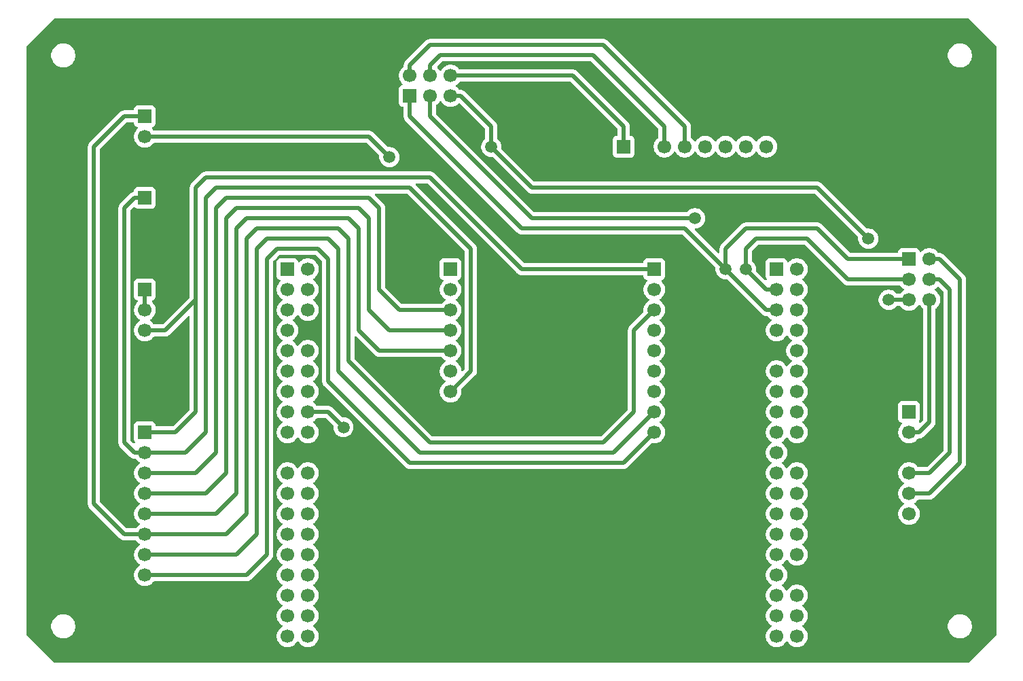
<source format=gbr>
%TF.GenerationSoftware,KiCad,Pcbnew,9.0.5*%
%TF.CreationDate,2025-10-21T12:07:39+02:00*%
%TF.ProjectId,Harvest Testing,48617276-6573-4742-9054-657374696e67,rev?*%
%TF.SameCoordinates,Original*%
%TF.FileFunction,Copper,L2,Bot*%
%TF.FilePolarity,Positive*%
%FSLAX46Y46*%
G04 Gerber Fmt 4.6, Leading zero omitted, Abs format (unit mm)*
G04 Created by KiCad (PCBNEW 9.0.5) date 2025-10-21 12:07:39*
%MOMM*%
%LPD*%
G01*
G04 APERTURE LIST*
%TA.AperFunction,ComponentPad*%
%ADD10R,1.700000X1.700000*%
%TD*%
%TA.AperFunction,ComponentPad*%
%ADD11C,1.700000*%
%TD*%
%TA.AperFunction,ViaPad*%
%ADD12C,1.500000*%
%TD*%
%TA.AperFunction,Conductor*%
%ADD13C,0.500000*%
%TD*%
G04 APERTURE END LIST*
D10*
%TO.P,BAT_1,1,Pin_1*%
%TO.N,/BAT+*%
X39370000Y-55880000D03*
D11*
%TO.P,BAT_1,2,Pin_2*%
X39370000Y-58420000D03*
%TO.P,BAT_1,3,Pin_3*%
%TO.N,/BATT*%
X39370000Y-60960000D03*
%TO.P,BAT_1,4,Pin_4*%
%TO.N,/GND*%
X39370000Y-63500000D03*
%TD*%
D10*
%TO.P,PV_1,1,Pin_1*%
%TO.N,/SRC*%
X39370000Y-44450000D03*
D11*
%TO.P,PV_1,2,Pin_2*%
%TO.N,/GND*%
X39370000Y-46990000D03*
%TD*%
D10*
%TO.P,DEBUG_AEM_1,1,Pin_1*%
%TO.N,/BATT*%
X39370000Y-73660000D03*
D11*
%TO.P,DEBUG_AEM_1,2,Pin_2*%
%TO.N,/SRC*%
X39370000Y-76200000D03*
%TO.P,DEBUG_AEM_1,3,Pin_3*%
%TO.N,/S2*%
X39370000Y-78740000D03*
%TO.P,DEBUG_AEM_1,4,Pin_4*%
%TO.N,/S1*%
X39370000Y-81280000D03*
%TO.P,DEBUG_AEM_1,5,Pin_5*%
%TO.N,/S0*%
X39370000Y-83820000D03*
%TO.P,DEBUG_AEM_1,6,Pin_6*%
%TO.N,/HVOUT*%
X39370000Y-86360000D03*
%TO.P,DEBUG_AEM_1,7,Pin_7*%
%TO.N,/LVOUT*%
X39370000Y-88900000D03*
%TO.P,DEBUG_AEM_1,8,Pin_8*%
%TO.N,/VBUCK*%
X39370000Y-91440000D03*
%TD*%
D10*
%TO.P,AEM19041_2,1,Pin_1*%
%TO.N,/BATT*%
X102870000Y-53340000D03*
D11*
%TO.P,AEM19041_2,2,Pin_2*%
%TO.N,unconnected-(AEM19041_2-Pin_2-Pad2)*%
X102870000Y-55880000D03*
%TO.P,AEM19041_2,3,Pin_3*%
%TO.N,/HVOUT*%
X102870000Y-58420000D03*
%TO.P,AEM19041_2,4,Pin_4*%
%TO.N,unconnected-(AEM19041_2-Pin_4-Pad4)*%
X102870000Y-60960000D03*
%TO.P,AEM19041_2,5,Pin_5*%
%TO.N,unconnected-(AEM19041_2-Pin_5-Pad5)*%
X102870000Y-63500000D03*
%TO.P,AEM19041_2,6,Pin_6*%
%TO.N,unconnected-(AEM19041_2-Pin_6-Pad6)*%
X102870000Y-66040000D03*
%TO.P,AEM19041_2,7,Pin_7*%
%TO.N,unconnected-(AEM19041_2-Pin_7-Pad7)*%
X102870000Y-68580000D03*
%TO.P,AEM19041_2,8,Pin_8*%
%TO.N,/LVOUT*%
X102870000Y-71120000D03*
%TO.P,AEM19041_2,9,Pin_9*%
%TO.N,/VBUCK*%
X102870000Y-73660000D03*
%TD*%
D10*
%TO.P,STM32_2,1,Pin_1*%
%TO.N,unconnected-(STM32_2-Pin_1-Pad1)*%
X118110000Y-53340000D03*
D11*
%TO.P,STM32_2,2,Pin_2*%
%TO.N,unconnected-(STM32_2-Pin_2-Pad2)*%
X120650000Y-53340000D03*
%TO.P,STM32_2,3,Pin_3*%
%TO.N,/SCL*%
X118110000Y-55880000D03*
%TO.P,STM32_2,4,Pin_4*%
%TO.N,unconnected-(STM32_2-Pin_4-Pad4)*%
X120650000Y-55880000D03*
%TO.P,STM32_2,5,Pin_5*%
%TO.N,/SDA*%
X118110000Y-58420000D03*
%TO.P,STM32_2,6,Pin_6*%
%TO.N,unconnected-(STM32_2-Pin_6-Pad6)*%
X120650000Y-58420000D03*
%TO.P,STM32_2,7,Pin_7*%
%TO.N,unconnected-(STM32_2-Pin_7-Pad7)*%
X118110000Y-60960000D03*
%TO.P,STM32_2,8,Pin_8*%
%TO.N,unconnected-(STM32_2-Pin_8-Pad8)*%
X120650000Y-60960000D03*
%TO.P,STM32_2,9,Pin_9*%
%TO.N,/GND*%
X118110000Y-63500000D03*
%TO.P,STM32_2,10,Pin_10*%
%TO.N,unconnected-(STM32_2-Pin_10-Pad10)*%
X120650000Y-63500000D03*
%TO.P,STM32_2,11,Pin_11*%
%TO.N,unconnected-(STM32_2-Pin_11-Pad11)*%
X118110000Y-66040000D03*
%TO.P,STM32_2,12,Pin_12*%
%TO.N,unconnected-(STM32_2-Pin_12-Pad12)*%
X120650000Y-66040000D03*
%TO.P,STM32_2,13,Pin_13*%
%TO.N,unconnected-(STM32_2-Pin_13-Pad13)*%
X118110000Y-68580000D03*
%TO.P,STM32_2,14,Pin_14*%
%TO.N,unconnected-(STM32_2-Pin_14-Pad14)*%
X120650000Y-68580000D03*
%TO.P,STM32_2,15,Pin_15*%
%TO.N,unconnected-(STM32_2-Pin_15-Pad15)*%
X118110000Y-71120000D03*
%TO.P,STM32_2,16,Pin_16*%
%TO.N,unconnected-(STM32_2-Pin_16-Pad16)*%
X120650000Y-71120000D03*
%TO.P,STM32_2,17,Pin_17*%
%TO.N,unconnected-(STM32_2-Pin_17-Pad17)*%
X118110000Y-73660000D03*
%TO.P,STM32_2,18,Pin_18*%
%TO.N,unconnected-(STM32_2-Pin_18-Pad18)*%
X120650000Y-73660000D03*
%TO.P,STM32_2,19,Pin_19*%
%TO.N,unconnected-(STM32_2-Pin_19-Pad19)*%
X118110000Y-76200000D03*
%TO.P,STM32_2,20,Pin_20*%
%TO.N,/GND*%
X120650000Y-76200000D03*
%TO.P,STM32_2,21,Pin_21*%
%TO.N,unconnected-(STM32_2-Pin_21-Pad21)*%
X118110000Y-78740000D03*
%TO.P,STM32_2,22,Pin_22*%
%TO.N,unconnected-(STM32_2-Pin_22-Pad22)*%
X120650000Y-78740000D03*
%TO.P,STM32_2,23,Pin_23*%
%TO.N,unconnected-(STM32_2-Pin_23-Pad23)*%
X118110000Y-81280000D03*
%TO.P,STM32_2,24,Pin_24*%
%TO.N,unconnected-(STM32_2-Pin_24-Pad24)*%
X120650000Y-81280000D03*
%TO.P,STM32_2,25,Pin_25*%
%TO.N,unconnected-(STM32_2-Pin_25-Pad25)*%
X118110000Y-83820000D03*
%TO.P,STM32_2,26,Pin_26*%
%TO.N,unconnected-(STM32_2-Pin_26-Pad26)*%
X120650000Y-83820000D03*
%TO.P,STM32_2,27,Pin_27*%
%TO.N,unconnected-(STM32_2-Pin_27-Pad27)*%
X118110000Y-86360000D03*
%TO.P,STM32_2,28,Pin_28*%
%TO.N,unconnected-(STM32_2-Pin_28-Pad28)*%
X120650000Y-86360000D03*
%TO.P,STM32_2,29,Pin_29*%
%TO.N,unconnected-(STM32_2-Pin_29-Pad29)*%
X118110000Y-88900000D03*
%TO.P,STM32_2,30,Pin_30*%
%TO.N,unconnected-(STM32_2-Pin_30-Pad30)*%
X120650000Y-88900000D03*
%TO.P,STM32_2,31,Pin_31*%
%TO.N,unconnected-(STM32_2-Pin_31-Pad31)*%
X118110000Y-91440000D03*
%TO.P,STM32_2,32,Pin_32*%
%TO.N,/GND*%
X120650000Y-91440000D03*
%TO.P,STM32_2,33,Pin_33*%
%TO.N,unconnected-(STM32_2-Pin_33-Pad33)*%
X118110000Y-93980000D03*
%TO.P,STM32_2,34,Pin_34*%
%TO.N,unconnected-(STM32_2-Pin_34-Pad34)*%
X120650000Y-93980000D03*
%TO.P,STM32_2,35,Pin_35*%
%TO.N,unconnected-(STM32_2-Pin_35-Pad35)*%
X118110000Y-96520000D03*
%TO.P,STM32_2,36,Pin_36*%
%TO.N,unconnected-(STM32_2-Pin_36-Pad36)*%
X120650000Y-96520000D03*
%TO.P,STM32_2,37,Pin_37*%
%TO.N,unconnected-(STM32_2-Pin_37-Pad37)*%
X118110000Y-99060000D03*
%TO.P,STM32_2,38,Pin_38*%
%TO.N,unconnected-(STM32_2-Pin_38-Pad38)*%
X120650000Y-99060000D03*
%TD*%
D10*
%TO.P,TSL2591,1,Pin_1*%
%TO.N,unconnected-(TSL2591-Pin_1-Pad1)*%
X134620000Y-71120000D03*
D11*
%TO.P,TSL2591,2,Pin_2*%
%TO.N,/3V3_TSL*%
X134620000Y-73660000D03*
%TO.P,TSL2591,3,Pin_3*%
%TO.N,/GND*%
X134620000Y-76200000D03*
%TO.P,TSL2591,4,Pin_4*%
%TO.N,/SCL_TSL*%
X134620000Y-78740000D03*
%TO.P,TSL2591,5,Pin_5*%
%TO.N,/SDA_TSL*%
X134620000Y-81280000D03*
%TO.P,TSL2591,6,Pin_6*%
%TO.N,unconnected-(TSL2591-Pin_6-Pad6)*%
X134620000Y-83820000D03*
%TD*%
D10*
%TO.P,JUMPER_TSL_1,1,Pin_1*%
%TO.N,/SDA*%
X134620000Y-52070000D03*
D11*
%TO.P,JUMPER_TSL_1,2,Pin_2*%
%TO.N,/SDA_TSL*%
X137160000Y-52070000D03*
%TO.P,JUMPER_TSL_1,3,Pin_3*%
%TO.N,/SCL*%
X134620000Y-54610000D03*
%TO.P,JUMPER_TSL_1,4,Pin_4*%
%TO.N,/SCL_TSL*%
X137160000Y-54610000D03*
%TO.P,JUMPER_TSL_1,5,Pin_5*%
%TO.N,/3V3*%
X134620000Y-57150000D03*
%TO.P,JUMPER_TSL_1,6,Pin_6*%
%TO.N,/3V3_TSL*%
X137160000Y-57150000D03*
%TD*%
D10*
%TO.P,AEM10941_1,1,Pin_1*%
%TO.N,unconnected-(AEM10941_1-Pin_1-Pad1)*%
X77470000Y-53340000D03*
D11*
%TO.P,AEM10941_1,2,Pin_2*%
%TO.N,unconnected-(AEM10941_1-Pin_2-Pad2)*%
X77470000Y-55880000D03*
%TO.P,AEM10941_1,3,Pin_3*%
%TO.N,/S2*%
X77470000Y-58420000D03*
%TO.P,AEM10941_1,4,Pin_4*%
%TO.N,/S1*%
X77470000Y-60960000D03*
%TO.P,AEM10941_1,5,Pin_5*%
%TO.N,/S0*%
X77470000Y-63500000D03*
%TO.P,AEM10941_1,6,Pin_6*%
%TO.N,unconnected-(AEM10941_1-Pin_6-Pad6)*%
X77470000Y-66040000D03*
%TO.P,AEM10941_1,7,Pin_7*%
%TO.N,/SRC*%
X77470000Y-68580000D03*
%TO.P,AEM10941_1,8,Pin_8*%
%TO.N,/GND*%
X77470000Y-71120000D03*
%TD*%
D10*
%TO.P,STM32_1,1,Pin_1*%
%TO.N,unconnected-(STM32_1-Pin_1-Pad1)*%
X57150000Y-53340000D03*
D11*
%TO.P,STM32_1,2,Pin_2*%
%TO.N,unconnected-(STM32_1-Pin_2-Pad2)*%
X59690000Y-53340000D03*
%TO.P,STM32_1,3,Pin_3*%
%TO.N,unconnected-(STM32_1-Pin_3-Pad3)*%
X57150000Y-55880000D03*
%TO.P,STM32_1,4,Pin_4*%
%TO.N,unconnected-(STM32_1-Pin_4-Pad4)*%
X59690000Y-55880000D03*
%TO.P,STM32_1,5,Pin_5*%
%TO.N,unconnected-(STM32_1-Pin_5-Pad5)*%
X57150000Y-58420000D03*
%TO.P,STM32_1,6,Pin_6*%
%TO.N,unconnected-(STM32_1-Pin_6-Pad6)*%
X59690000Y-58420000D03*
%TO.P,STM32_1,7,Pin_7*%
%TO.N,unconnected-(STM32_1-Pin_7-Pad7)*%
X57150000Y-60960000D03*
%TO.P,STM32_1,8,Pin_8*%
%TO.N,/GND*%
X59690000Y-60960000D03*
%TO.P,STM32_1,9,Pin_9*%
%TO.N,unconnected-(STM32_1-Pin_9-Pad9)*%
X57150000Y-63500000D03*
%TO.P,STM32_1,10,Pin_10*%
%TO.N,unconnected-(STM32_1-Pin_10-Pad10)*%
X59690000Y-63500000D03*
%TO.P,STM32_1,11,Pin_11*%
%TO.N,unconnected-(STM32_1-Pin_11-Pad11)*%
X57150000Y-66040000D03*
%TO.P,STM32_1,12,Pin_12*%
%TO.N,unconnected-(STM32_1-Pin_12-Pad12)*%
X59690000Y-66040000D03*
%TO.P,STM32_1,13,Pin_13*%
%TO.N,unconnected-(STM32_1-Pin_13-Pad13)*%
X57150000Y-68580000D03*
%TO.P,STM32_1,14,Pin_14*%
%TO.N,unconnected-(STM32_1-Pin_14-Pad14)*%
X59690000Y-68580000D03*
%TO.P,STM32_1,15,Pin_15*%
%TO.N,unconnected-(STM32_1-Pin_15-Pad15)*%
X57150000Y-71120000D03*
%TO.P,STM32_1,16,Pin_16*%
%TO.N,/3V3*%
X59690000Y-71120000D03*
%TO.P,STM32_1,17,Pin_17*%
%TO.N,unconnected-(STM32_1-Pin_17-Pad17)*%
X57150000Y-73660000D03*
%TO.P,STM32_1,18,Pin_18*%
%TO.N,unconnected-(STM32_1-Pin_18-Pad18)*%
X59690000Y-73660000D03*
%TO.P,STM32_1,19,Pin_19*%
%TO.N,/GND*%
X57150000Y-76200000D03*
%TO.P,STM32_1,20,Pin_20*%
X59690000Y-76200000D03*
%TO.P,STM32_1,21,Pin_21*%
%TO.N,unconnected-(STM32_1-Pin_21-Pad21)*%
X57150000Y-78740000D03*
%TO.P,STM32_1,22,Pin_22*%
%TO.N,unconnected-(STM32_1-Pin_22-Pad22)*%
X59690000Y-78740000D03*
%TO.P,STM32_1,23,Pin_23*%
%TO.N,unconnected-(STM32_1-Pin_23-Pad23)*%
X57150000Y-81280000D03*
%TO.P,STM32_1,24,Pin_24*%
%TO.N,unconnected-(STM32_1-Pin_24-Pad24)*%
X59690000Y-81280000D03*
%TO.P,STM32_1,25,Pin_25*%
%TO.N,unconnected-(STM32_1-Pin_25-Pad25)*%
X57150000Y-83820000D03*
%TO.P,STM32_1,26,Pin_26*%
%TO.N,unconnected-(STM32_1-Pin_26-Pad26)*%
X59690000Y-83820000D03*
%TO.P,STM32_1,27,Pin_27*%
%TO.N,unconnected-(STM32_1-Pin_27-Pad27)*%
X57150000Y-86360000D03*
%TO.P,STM32_1,28,Pin_28*%
%TO.N,unconnected-(STM32_1-Pin_28-Pad28)*%
X59690000Y-86360000D03*
%TO.P,STM32_1,29,Pin_29*%
%TO.N,unconnected-(STM32_1-Pin_29-Pad29)*%
X57150000Y-88900000D03*
%TO.P,STM32_1,30,Pin_30*%
%TO.N,unconnected-(STM32_1-Pin_30-Pad30)*%
X59690000Y-88900000D03*
%TO.P,STM32_1,31,Pin_31*%
%TO.N,unconnected-(STM32_1-Pin_31-Pad31)*%
X57150000Y-91440000D03*
%TO.P,STM32_1,32,Pin_32*%
%TO.N,unconnected-(STM32_1-Pin_32-Pad32)*%
X59690000Y-91440000D03*
%TO.P,STM32_1,33,Pin_33*%
%TO.N,unconnected-(STM32_1-Pin_33-Pad33)*%
X57150000Y-93980000D03*
%TO.P,STM32_1,34,Pin_34*%
%TO.N,unconnected-(STM32_1-Pin_34-Pad34)*%
X59690000Y-93980000D03*
%TO.P,STM32_1,35,Pin_35*%
%TO.N,unconnected-(STM32_1-Pin_35-Pad35)*%
X57150000Y-96520000D03*
%TO.P,STM32_1,36,Pin_36*%
%TO.N,unconnected-(STM32_1-Pin_36-Pad36)*%
X59690000Y-96520000D03*
%TO.P,STM32_1,37,Pin_37*%
%TO.N,unconnected-(STM32_1-Pin_37-Pad37)*%
X57150000Y-99060000D03*
%TO.P,STM32_1,38,Pin_38*%
%TO.N,unconnected-(STM32_1-Pin_38-Pad38)*%
X59690000Y-99060000D03*
%TD*%
D10*
%TO.P,JUMPER_INA_1,1,Pin_1*%
%TO.N,/SDA*%
X72390000Y-31755000D03*
D11*
%TO.P,JUMPER_INA_1,2,Pin_2*%
%TO.N,/SDA_INA*%
X72390000Y-29215000D03*
%TO.P,JUMPER_INA_1,3,Pin_3*%
%TO.N,/SCL*%
X74930000Y-31755000D03*
%TO.P,JUMPER_INA_1,4,Pin_4*%
%TO.N,/SCL_INA*%
X74930000Y-29215000D03*
%TO.P,JUMPER_INA_1,5,Pin_5*%
%TO.N,/3V3*%
X77470000Y-31755000D03*
%TO.P,JUMPER_INA_1,6,Pin_6*%
%TO.N,/3V3_INA*%
X77470000Y-29215000D03*
%TD*%
D10*
%TO.P,INA3221,1,Pin_1*%
%TO.N,/3V3_INA*%
X99060000Y-38070000D03*
D11*
%TO.P,INA3221,2,Pin_2*%
%TO.N,/GND*%
X101600000Y-38070000D03*
%TO.P,INA3221,3,Pin_3*%
%TO.N,/SCL_INA*%
X104140000Y-38070000D03*
%TO.P,INA3221,4,Pin_4*%
%TO.N,/SDA_INA*%
X106680000Y-38070000D03*
%TO.P,INA3221,5,Pin_5*%
%TO.N,unconnected-(INA3221-Pin_5-Pad5)*%
X109220000Y-38070000D03*
%TO.P,INA3221,6,Pin_6*%
%TO.N,unconnected-(INA3221-Pin_6-Pad6)*%
X111760000Y-38070000D03*
%TO.P,INA3221,7,Pin_7*%
%TO.N,unconnected-(INA3221-Pin_7-Pad7)*%
X114300000Y-38070000D03*
%TO.P,INA3221,8,Pin_8*%
%TO.N,unconnected-(INA3221-Pin_8-Pad8)*%
X116840000Y-38070000D03*
%TD*%
D10*
%TO.P,LOAD_1,1,Pin_1*%
%TO.N,/HVOUT*%
X39370000Y-34290000D03*
D11*
%TO.P,LOAD_1,2,Pin_2*%
%TO.N,/3V3*%
X39370000Y-36830000D03*
%TD*%
D12*
%TO.N,/3V3*%
X82550000Y-38100000D03*
X132080000Y-57150000D03*
X69850000Y-39370000D03*
X129540000Y-49530000D03*
X64135000Y-73025000D03*
%TO.N,/SDA*%
X111760000Y-53340000D03*
%TO.N,/SCL*%
X107950000Y-46990000D03*
X114300000Y-53340000D03*
%TO.N,/GND*%
X72390000Y-48260000D03*
%TD*%
D13*
%TO.N,/S0*%
X64770000Y-46990000D02*
X66040000Y-48260000D01*
X77440000Y-63500000D02*
X77470000Y-63470000D01*
X48260000Y-83820000D02*
X50800000Y-81280000D01*
X66040000Y-48260000D02*
X66040000Y-60960000D01*
X50800000Y-81280000D02*
X50800000Y-48260000D01*
X68580000Y-63500000D02*
X77440000Y-63500000D01*
X50800000Y-48260000D02*
X52070000Y-46990000D01*
X52070000Y-46990000D02*
X64770000Y-46990000D01*
X39370000Y-83820000D02*
X48260000Y-83820000D01*
X66040000Y-60960000D02*
X68580000Y-63500000D01*
%TO.N,/S1*%
X77470000Y-60930000D02*
X77440000Y-60960000D01*
X67310000Y-58420000D02*
X67310000Y-46990000D01*
X50800000Y-45720000D02*
X49530000Y-46990000D01*
X49530000Y-78740000D02*
X46990000Y-81280000D01*
X69850000Y-60960000D02*
X67310000Y-58420000D01*
X49530000Y-46990000D02*
X49530000Y-78740000D01*
X46990000Y-81280000D02*
X39370000Y-81280000D01*
X77440000Y-60960000D02*
X69850000Y-60960000D01*
X67310000Y-46990000D02*
X66040000Y-45720000D01*
X66040000Y-45720000D02*
X50800000Y-45720000D01*
%TO.N,/S2*%
X48260000Y-76200000D02*
X48260000Y-45720000D01*
X77440000Y-58420000D02*
X77470000Y-58390000D01*
X71120000Y-58420000D02*
X77440000Y-58420000D01*
X49530000Y-44450000D02*
X67310000Y-44450000D01*
X68580000Y-55880000D02*
X71120000Y-58420000D01*
X67310000Y-44450000D02*
X68580000Y-45720000D01*
X68580000Y-45720000D02*
X68580000Y-55880000D01*
X45720000Y-78740000D02*
X48260000Y-76200000D01*
X39370000Y-78740000D02*
X45720000Y-78740000D01*
X48260000Y-45720000D02*
X49530000Y-44450000D01*
%TO.N,/SRC*%
X38100000Y-44450000D02*
X36830000Y-45720000D01*
X46990000Y-73660000D02*
X46990000Y-44450000D01*
X48260000Y-43180000D02*
X72390000Y-43180000D01*
X36830000Y-45720000D02*
X36830000Y-74930000D01*
X44450000Y-76200000D02*
X46990000Y-73660000D01*
X72390000Y-43180000D02*
X80010000Y-50800000D01*
X80010000Y-66040000D02*
X77500000Y-68550000D01*
X39370000Y-44450000D02*
X38100000Y-44450000D01*
X38100000Y-76200000D02*
X36830000Y-74930000D01*
X77500000Y-68550000D02*
X77470000Y-68550000D01*
X46990000Y-44450000D02*
X48260000Y-43180000D01*
X39370000Y-76200000D02*
X44450000Y-76200000D01*
X39370000Y-76200000D02*
X38100000Y-76200000D01*
X80010000Y-50800000D02*
X80010000Y-66040000D01*
%TO.N,/BATT*%
X74930000Y-41910000D02*
X86360000Y-53340000D01*
X86360000Y-53340000D02*
X86390000Y-53310000D01*
X43180000Y-73660000D02*
X45720000Y-71120000D01*
X41910000Y-60960000D02*
X45720000Y-57150000D01*
X46990000Y-41910000D02*
X74930000Y-41910000D01*
X39370000Y-73660000D02*
X43180000Y-73660000D01*
X45720000Y-43180000D02*
X46990000Y-41910000D01*
X86390000Y-53310000D02*
X102870000Y-53310000D01*
X45720000Y-71120000D02*
X45720000Y-43180000D01*
X39370000Y-60960000D02*
X41910000Y-60960000D01*
X39370000Y-60930000D02*
X39370000Y-60960000D01*
%TO.N,/BAT+*%
X39370000Y-55880000D02*
X39370000Y-58420000D01*
%TO.N,/3V3_INA*%
X99060000Y-35560000D02*
X99060000Y-38070000D01*
X92705000Y-29215000D02*
X92710000Y-29210000D01*
X77470000Y-29215000D02*
X92705000Y-29215000D01*
X92710000Y-29210000D02*
X99060000Y-35560000D01*
%TO.N,/SDA_INA*%
X74930000Y-25400000D02*
X96520000Y-25400000D01*
X72390000Y-29215000D02*
X72390000Y-27940000D01*
X106680000Y-35560000D02*
X106680000Y-38070000D01*
X96520000Y-25400000D02*
X106680000Y-35560000D01*
X72390000Y-27940000D02*
X74930000Y-25400000D01*
%TO.N,/SCL_INA*%
X104140000Y-38070000D02*
X104140000Y-35560000D01*
X95250000Y-26670000D02*
X76200000Y-26670000D01*
X74930000Y-27940000D02*
X74930000Y-29215000D01*
X104140000Y-35560000D02*
X95250000Y-26670000D01*
X76200000Y-26670000D02*
X74930000Y-27940000D01*
%TO.N,/3V3_TSL*%
X135890000Y-73660000D02*
X134620000Y-73660000D01*
X137160000Y-72390000D02*
X135890000Y-73660000D01*
X137160000Y-57150000D02*
X137160000Y-72390000D01*
%TO.N,/SDA_TSL*%
X137160000Y-81280000D02*
X140970000Y-77470000D01*
X138430000Y-52070000D02*
X137160000Y-52070000D01*
X134620000Y-81280000D02*
X137160000Y-81280000D01*
X140970000Y-77470000D02*
X140970000Y-54610000D01*
X140970000Y-54610000D02*
X138430000Y-52070000D01*
%TO.N,/SCL_TSL*%
X138430000Y-54610000D02*
X139700000Y-55880000D01*
X139700000Y-76200000D02*
X137160000Y-78740000D01*
X137160000Y-78740000D02*
X134620000Y-78740000D01*
X137160000Y-54610000D02*
X138430000Y-54610000D01*
X139700000Y-55880000D02*
X139700000Y-76200000D01*
%TO.N,/HVOUT*%
X39370000Y-34290000D02*
X36830000Y-34290000D01*
X96520000Y-74930000D02*
X100330000Y-71120000D01*
X52070000Y-83820000D02*
X52070000Y-49530000D01*
X74930000Y-74930000D02*
X96520000Y-74930000D01*
X39370000Y-86360000D02*
X49530000Y-86360000D01*
X52070000Y-49530000D02*
X53340000Y-48260000D01*
X53340000Y-48260000D02*
X63500000Y-48260000D01*
X100330000Y-60960000D02*
X102870000Y-58420000D01*
X63500000Y-48260000D02*
X64770000Y-49530000D01*
X64770000Y-64770000D02*
X74930000Y-74930000D01*
X49530000Y-86360000D02*
X52070000Y-83820000D01*
X102870000Y-58420000D02*
X102870000Y-58390000D01*
X33020000Y-38100000D02*
X33020000Y-82550000D01*
X100330000Y-71120000D02*
X100330000Y-60960000D01*
X33020000Y-82550000D02*
X36830000Y-86360000D01*
X36830000Y-34290000D02*
X33020000Y-38100000D01*
X36830000Y-86360000D02*
X39370000Y-86360000D01*
X64770000Y-49530000D02*
X64770000Y-64770000D01*
%TO.N,/VBUCK*%
X52070000Y-91440000D02*
X54610000Y-88900000D01*
X54610000Y-88900000D02*
X54610000Y-52070000D01*
X39370000Y-91410000D02*
X39400000Y-91440000D01*
X54610000Y-52070000D02*
X55880000Y-50800000D01*
X39400000Y-91440000D02*
X52070000Y-91440000D01*
X99030000Y-77470000D02*
X102870000Y-73630000D01*
X72390000Y-77470000D02*
X99030000Y-77470000D01*
X62230000Y-67310000D02*
X72390000Y-77470000D01*
X60960000Y-50800000D02*
X62230000Y-52070000D01*
X55880000Y-50800000D02*
X60960000Y-50800000D01*
X62230000Y-52070000D02*
X62230000Y-67310000D01*
%TO.N,/LVOUT*%
X53340000Y-50800000D02*
X53340000Y-86360000D01*
X54610000Y-49530000D02*
X53340000Y-50800000D01*
X63500000Y-50800000D02*
X62230000Y-49530000D01*
X53340000Y-86360000D02*
X50800000Y-88900000D01*
X102870000Y-71090000D02*
X97790000Y-76170000D01*
X62230000Y-49530000D02*
X54610000Y-49530000D01*
X73660000Y-76200000D02*
X63500000Y-66040000D01*
X39400000Y-88900000D02*
X39370000Y-88870000D01*
X97790000Y-76170000D02*
X97790000Y-76200000D01*
X63500000Y-66040000D02*
X63500000Y-50800000D01*
X97790000Y-76200000D02*
X73660000Y-76200000D01*
X50800000Y-88900000D02*
X39400000Y-88900000D01*
%TO.N,/3V3*%
X64135000Y-73025000D02*
X62230000Y-71120000D01*
X67310000Y-36830000D02*
X39370000Y-36830000D01*
X69850000Y-39370000D02*
X67310000Y-36830000D01*
X78745000Y-31755000D02*
X77470000Y-31755000D01*
X123190000Y-43180000D02*
X129540000Y-49530000D01*
X134620000Y-57150000D02*
X132080000Y-57150000D01*
X87630000Y-43180000D02*
X123190000Y-43180000D01*
X82550000Y-35560000D02*
X78745000Y-31755000D01*
X62230000Y-71120000D02*
X59690000Y-71120000D01*
X82550000Y-38100000D02*
X87630000Y-43180000D01*
X82550000Y-38100000D02*
X82550000Y-35560000D01*
%TO.N,/SDA*%
X72390000Y-31755000D02*
X72390000Y-34290000D01*
X123190000Y-48260000D02*
X114300000Y-48260000D01*
X86360000Y-48260000D02*
X106680000Y-48260000D01*
X127000000Y-52070000D02*
X123190000Y-48260000D01*
X134620000Y-52070000D02*
X127000000Y-52070000D01*
X111760000Y-50800000D02*
X111760000Y-53340000D01*
X114300000Y-48260000D02*
X111760000Y-50800000D01*
X111760000Y-53340000D02*
X116840000Y-58420000D01*
X72390000Y-34290000D02*
X86360000Y-48260000D01*
X106680000Y-48260000D02*
X111760000Y-53340000D01*
X116840000Y-58420000D02*
X118110000Y-58420000D01*
%TO.N,/SCL*%
X74930000Y-31755000D02*
X74930000Y-34290000D01*
X74930000Y-34290000D02*
X87630000Y-46990000D01*
X87630000Y-46990000D02*
X107950000Y-46990000D01*
X114300000Y-50800000D02*
X114300000Y-53340000D01*
X115570000Y-49530000D02*
X114300000Y-50800000D01*
X116840000Y-55880000D02*
X118110000Y-55880000D01*
X121920000Y-49530000D02*
X115570000Y-49530000D01*
X127000000Y-54610000D02*
X121920000Y-49530000D01*
X134620000Y-54610000D02*
X127000000Y-54610000D01*
X114300000Y-53340000D02*
X116840000Y-55880000D01*
%TD*%
%TA.AperFunction,Conductor*%
%TO.N,/GND*%
G36*
X74634809Y-42680185D02*
G01*
X74655451Y-42696819D01*
X85777048Y-53818416D01*
X85881584Y-53922952D01*
X86004506Y-54005084D01*
X86141088Y-54061658D01*
X86141092Y-54061658D01*
X86141093Y-54061659D01*
X86286080Y-54090500D01*
X86286083Y-54090500D01*
X86433919Y-54090500D01*
X86572754Y-54062883D01*
X86596946Y-54060500D01*
X101395501Y-54060500D01*
X101462540Y-54080185D01*
X101508295Y-54132989D01*
X101519501Y-54184500D01*
X101519501Y-54237876D01*
X101525908Y-54297483D01*
X101576202Y-54432328D01*
X101576206Y-54432335D01*
X101662452Y-54547544D01*
X101662455Y-54547547D01*
X101777664Y-54633793D01*
X101777671Y-54633797D01*
X101909082Y-54682810D01*
X101965016Y-54724681D01*
X101989433Y-54790145D01*
X101974582Y-54858418D01*
X101953431Y-54886673D01*
X101839889Y-55000215D01*
X101714951Y-55172179D01*
X101618444Y-55361585D01*
X101552753Y-55563760D01*
X101519500Y-55773713D01*
X101519500Y-55986286D01*
X101552742Y-56196172D01*
X101552754Y-56196243D01*
X101616051Y-56391051D01*
X101618444Y-56398414D01*
X101714951Y-56587820D01*
X101839890Y-56759786D01*
X101990213Y-56910109D01*
X102162182Y-57035050D01*
X102170946Y-57039516D01*
X102221742Y-57087491D01*
X102238536Y-57155312D01*
X102215998Y-57221447D01*
X102170946Y-57260484D01*
X102162182Y-57264949D01*
X101990213Y-57389890D01*
X101839890Y-57540213D01*
X101714951Y-57712179D01*
X101618444Y-57901585D01*
X101552753Y-58103760D01*
X101519500Y-58313713D01*
X101519500Y-58526292D01*
X101534616Y-58621728D01*
X101525662Y-58691021D01*
X101499824Y-58728807D01*
X99747050Y-60481580D01*
X99747044Y-60481588D01*
X99697812Y-60555268D01*
X99697813Y-60555269D01*
X99664921Y-60604496D01*
X99664914Y-60604508D01*
X99608342Y-60741086D01*
X99608340Y-60741092D01*
X99579500Y-60886079D01*
X99579500Y-70757770D01*
X99559815Y-70824809D01*
X99543181Y-70845451D01*
X96245451Y-74143181D01*
X96184128Y-74176666D01*
X96157770Y-74179500D01*
X75292230Y-74179500D01*
X75225191Y-74159815D01*
X75204549Y-74143181D01*
X65556819Y-64495451D01*
X65523334Y-64434128D01*
X65520500Y-64407770D01*
X65520500Y-61801229D01*
X65540185Y-61734190D01*
X65592989Y-61688435D01*
X65662147Y-61678491D01*
X65725703Y-61707516D01*
X65732181Y-61713548D01*
X67997048Y-63978415D01*
X67997049Y-63978416D01*
X68101584Y-64082951D01*
X68101585Y-64082952D01*
X68224498Y-64165080D01*
X68224511Y-64165087D01*
X68327669Y-64207816D01*
X68361087Y-64221658D01*
X68361091Y-64221658D01*
X68361092Y-64221659D01*
X68506079Y-64250500D01*
X68506082Y-64250500D01*
X76282779Y-64250500D01*
X76349818Y-64270185D01*
X76383097Y-64301615D01*
X76439892Y-64379788D01*
X76590213Y-64530109D01*
X76762182Y-64655050D01*
X76770946Y-64659516D01*
X76821742Y-64707491D01*
X76838536Y-64775312D01*
X76815998Y-64841447D01*
X76770946Y-64880484D01*
X76762182Y-64884949D01*
X76590213Y-65009890D01*
X76439890Y-65160213D01*
X76314951Y-65332179D01*
X76218444Y-65521585D01*
X76152753Y-65723760D01*
X76146150Y-65765450D01*
X76119500Y-65933713D01*
X76119500Y-66146287D01*
X76152754Y-66356243D01*
X76205447Y-66518416D01*
X76218444Y-66558414D01*
X76314951Y-66747820D01*
X76439890Y-66919786D01*
X76590213Y-67070109D01*
X76762182Y-67195050D01*
X76770946Y-67199516D01*
X76821742Y-67247491D01*
X76838536Y-67315312D01*
X76815998Y-67381447D01*
X76770946Y-67420484D01*
X76762182Y-67424949D01*
X76590213Y-67549890D01*
X76439890Y-67700213D01*
X76314951Y-67872179D01*
X76218444Y-68061585D01*
X76152753Y-68263760D01*
X76119500Y-68473713D01*
X76119500Y-68686286D01*
X76152753Y-68896239D01*
X76218444Y-69098414D01*
X76314951Y-69287820D01*
X76439890Y-69459786D01*
X76590213Y-69610109D01*
X76762179Y-69735048D01*
X76762181Y-69735049D01*
X76762184Y-69735051D01*
X76951588Y-69831557D01*
X77153757Y-69897246D01*
X77363713Y-69930500D01*
X77363714Y-69930500D01*
X77576286Y-69930500D01*
X77576287Y-69930500D01*
X77786243Y-69897246D01*
X77988412Y-69831557D01*
X78177816Y-69735051D01*
X78199789Y-69719086D01*
X78349786Y-69610109D01*
X78349788Y-69610106D01*
X78349792Y-69610104D01*
X78500104Y-69459792D01*
X78500106Y-69459788D01*
X78500109Y-69459786D01*
X78625048Y-69287820D01*
X78625047Y-69287820D01*
X78625051Y-69287816D01*
X78721557Y-69098412D01*
X78787246Y-68896243D01*
X78820500Y-68686287D01*
X78820500Y-68473713D01*
X78805382Y-68378268D01*
X78814336Y-68308979D01*
X78840171Y-68271195D01*
X80592952Y-66518416D01*
X80642186Y-66444729D01*
X80675084Y-66395495D01*
X80731658Y-66258913D01*
X80748898Y-66172243D01*
X80760500Y-66113920D01*
X80760500Y-50726079D01*
X80731659Y-50581092D01*
X80731658Y-50581091D01*
X80731658Y-50581087D01*
X80679850Y-50456011D01*
X80675087Y-50444511D01*
X80675080Y-50444498D01*
X80592952Y-50321585D01*
X80551867Y-50280500D01*
X80488416Y-50217049D01*
X80488415Y-50217048D01*
X76822533Y-46551166D01*
X73143549Y-42872181D01*
X73110064Y-42810858D01*
X73115048Y-42741166D01*
X73156920Y-42685233D01*
X73222384Y-42660816D01*
X73231230Y-42660500D01*
X74567770Y-42660500D01*
X74634809Y-42680185D01*
G37*
%TD.AperFunction*%
%TA.AperFunction,Conductor*%
G36*
X72094809Y-43950185D02*
G01*
X72115451Y-43966819D01*
X79223181Y-51074548D01*
X79256666Y-51135871D01*
X79259500Y-51162229D01*
X79259500Y-65677769D01*
X79239815Y-65744808D01*
X79223181Y-65765450D01*
X79024635Y-65963996D01*
X78963312Y-65997481D01*
X78893620Y-65992497D01*
X78837687Y-65950625D01*
X78814481Y-65895713D01*
X78793849Y-65765451D01*
X78787246Y-65723757D01*
X78721557Y-65521588D01*
X78625051Y-65332184D01*
X78625049Y-65332181D01*
X78625048Y-65332179D01*
X78500109Y-65160213D01*
X78349786Y-65009890D01*
X78177820Y-64884951D01*
X78177115Y-64884591D01*
X78169054Y-64880485D01*
X78118259Y-64832512D01*
X78101463Y-64764692D01*
X78123999Y-64698556D01*
X78169054Y-64659515D01*
X78177816Y-64655051D01*
X78199789Y-64639086D01*
X78349786Y-64530109D01*
X78349788Y-64530106D01*
X78349792Y-64530104D01*
X78500104Y-64379792D01*
X78500106Y-64379788D01*
X78500109Y-64379786D01*
X78625048Y-64207820D01*
X78625047Y-64207820D01*
X78625051Y-64207816D01*
X78721557Y-64018412D01*
X78787246Y-63816243D01*
X78820500Y-63606287D01*
X78820500Y-63393713D01*
X78787246Y-63183757D01*
X78721557Y-62981588D01*
X78625051Y-62792184D01*
X78625049Y-62792181D01*
X78625048Y-62792179D01*
X78500109Y-62620213D01*
X78349786Y-62469890D01*
X78177820Y-62344951D01*
X78177115Y-62344591D01*
X78169054Y-62340485D01*
X78118259Y-62292512D01*
X78101463Y-62224692D01*
X78123999Y-62158556D01*
X78169054Y-62119515D01*
X78177816Y-62115051D01*
X78199789Y-62099086D01*
X78349786Y-61990109D01*
X78349788Y-61990106D01*
X78349792Y-61990104D01*
X78500104Y-61839792D01*
X78500106Y-61839788D01*
X78500109Y-61839786D01*
X78625048Y-61667820D01*
X78625047Y-61667820D01*
X78625051Y-61667816D01*
X78721557Y-61478412D01*
X78787246Y-61276243D01*
X78820500Y-61066287D01*
X78820500Y-60853713D01*
X78787246Y-60643757D01*
X78721557Y-60441588D01*
X78625051Y-60252184D01*
X78625049Y-60252181D01*
X78625048Y-60252179D01*
X78500109Y-60080213D01*
X78349786Y-59929890D01*
X78177820Y-59804951D01*
X78177115Y-59804591D01*
X78169054Y-59800485D01*
X78118259Y-59752512D01*
X78101463Y-59684692D01*
X78123999Y-59618556D01*
X78169054Y-59579515D01*
X78177816Y-59575051D01*
X78199789Y-59559086D01*
X78349786Y-59450109D01*
X78349788Y-59450106D01*
X78349792Y-59450104D01*
X78500104Y-59299792D01*
X78500106Y-59299788D01*
X78500109Y-59299786D01*
X78625048Y-59127820D01*
X78625047Y-59127820D01*
X78625051Y-59127816D01*
X78721557Y-58938412D01*
X78787246Y-58736243D01*
X78820500Y-58526287D01*
X78820500Y-58313713D01*
X78787246Y-58103757D01*
X78721557Y-57901588D01*
X78625051Y-57712184D01*
X78625049Y-57712181D01*
X78625048Y-57712179D01*
X78500109Y-57540213D01*
X78349786Y-57389890D01*
X78177820Y-57264951D01*
X78177115Y-57264591D01*
X78169054Y-57260485D01*
X78118259Y-57212512D01*
X78101463Y-57144692D01*
X78123999Y-57078556D01*
X78169054Y-57039515D01*
X78177816Y-57035051D01*
X78264138Y-56972335D01*
X78349786Y-56910109D01*
X78349788Y-56910106D01*
X78349792Y-56910104D01*
X78500104Y-56759792D01*
X78500106Y-56759788D01*
X78500109Y-56759786D01*
X78625048Y-56587820D01*
X78625047Y-56587820D01*
X78625051Y-56587816D01*
X78721557Y-56398412D01*
X78787246Y-56196243D01*
X78820500Y-55986287D01*
X78820500Y-55773713D01*
X78787246Y-55563757D01*
X78721557Y-55361588D01*
X78625051Y-55172184D01*
X78625049Y-55172181D01*
X78625048Y-55172179D01*
X78500109Y-55000213D01*
X78386569Y-54886673D01*
X78353084Y-54825350D01*
X78358068Y-54755658D01*
X78399940Y-54699725D01*
X78430915Y-54682810D01*
X78562331Y-54633796D01*
X78677546Y-54547546D01*
X78763796Y-54432331D01*
X78814091Y-54297483D01*
X78820500Y-54237873D01*
X78820499Y-52442128D01*
X78814091Y-52382517D01*
X78807628Y-52365190D01*
X78763797Y-52247671D01*
X78763793Y-52247664D01*
X78677547Y-52132455D01*
X78677544Y-52132452D01*
X78562335Y-52046206D01*
X78562328Y-52046202D01*
X78427482Y-51995908D01*
X78427483Y-51995908D01*
X78367883Y-51989501D01*
X78367881Y-51989500D01*
X78367873Y-51989500D01*
X78367864Y-51989500D01*
X76572129Y-51989500D01*
X76572123Y-51989501D01*
X76512516Y-51995908D01*
X76377671Y-52046202D01*
X76377664Y-52046206D01*
X76262455Y-52132452D01*
X76262452Y-52132455D01*
X76176206Y-52247664D01*
X76176202Y-52247671D01*
X76125908Y-52382517D01*
X76121510Y-52423431D01*
X76119501Y-52442123D01*
X76119500Y-52442135D01*
X76119500Y-54237870D01*
X76119501Y-54237876D01*
X76125908Y-54297483D01*
X76176202Y-54432328D01*
X76176206Y-54432335D01*
X76262452Y-54547544D01*
X76262455Y-54547547D01*
X76377664Y-54633793D01*
X76377671Y-54633797D01*
X76509082Y-54682810D01*
X76565016Y-54724681D01*
X76589433Y-54790145D01*
X76574582Y-54858418D01*
X76553431Y-54886673D01*
X76439889Y-55000215D01*
X76314951Y-55172179D01*
X76218444Y-55361585D01*
X76152753Y-55563760D01*
X76119500Y-55773713D01*
X76119500Y-55986286D01*
X76152742Y-56196172D01*
X76152754Y-56196243D01*
X76216051Y-56391051D01*
X76218444Y-56398414D01*
X76314951Y-56587820D01*
X76439890Y-56759786D01*
X76590213Y-56910109D01*
X76762182Y-57035050D01*
X76770946Y-57039516D01*
X76821742Y-57087491D01*
X76838536Y-57155312D01*
X76815998Y-57221447D01*
X76770946Y-57260484D01*
X76762182Y-57264949D01*
X76590213Y-57389890D01*
X76439892Y-57540211D01*
X76383097Y-57618385D01*
X76327767Y-57661051D01*
X76282779Y-57669500D01*
X71482229Y-57669500D01*
X71415190Y-57649815D01*
X71394548Y-57633181D01*
X69366819Y-55605451D01*
X69333334Y-55544128D01*
X69330500Y-55517770D01*
X69330500Y-45646079D01*
X69301659Y-45501092D01*
X69301658Y-45501091D01*
X69301658Y-45501087D01*
X69249850Y-45376011D01*
X69245087Y-45364511D01*
X69245080Y-45364498D01*
X69162952Y-45241585D01*
X69121867Y-45200500D01*
X69058416Y-45137049D01*
X69058415Y-45137048D01*
X68063549Y-44142181D01*
X68030064Y-44080858D01*
X68035048Y-44011166D01*
X68076920Y-43955233D01*
X68142384Y-43930816D01*
X68151230Y-43930500D01*
X72027770Y-43930500D01*
X72094809Y-43950185D01*
G37*
%TD.AperFunction*%
%TA.AperFunction,Conductor*%
G36*
X142048363Y-22110185D02*
G01*
X142069005Y-22126819D01*
X145513181Y-25570995D01*
X145546666Y-25632318D01*
X145549500Y-25658676D01*
X145549500Y-98801324D01*
X145529815Y-98868363D01*
X145513181Y-98889005D01*
X142069005Y-102333181D01*
X142007682Y-102366666D01*
X141981324Y-102369500D01*
X28197480Y-102369500D01*
X28130441Y-102349815D01*
X28110086Y-102333467D01*
X24642194Y-98888181D01*
X24608509Y-98826968D01*
X24605588Y-98800176D01*
X24605961Y-97701902D01*
X27709500Y-97701902D01*
X27709500Y-97938097D01*
X27746446Y-98171368D01*
X27819433Y-98395996D01*
X27893615Y-98541585D01*
X27926657Y-98606433D01*
X28065483Y-98797510D01*
X28232490Y-98964517D01*
X28423567Y-99103343D01*
X28471035Y-99127529D01*
X28634003Y-99210566D01*
X28634005Y-99210566D01*
X28634008Y-99210568D01*
X28754412Y-99249689D01*
X28858631Y-99283553D01*
X29091903Y-99320500D01*
X29091908Y-99320500D01*
X29328097Y-99320500D01*
X29561368Y-99283553D01*
X29785992Y-99210568D01*
X29996433Y-99103343D01*
X30187510Y-98964517D01*
X30354517Y-98797510D01*
X30493343Y-98606433D01*
X30600568Y-98395992D01*
X30673553Y-98171368D01*
X30698929Y-98011150D01*
X30710500Y-97938097D01*
X30710500Y-97701902D01*
X30673553Y-97468631D01*
X30600566Y-97244003D01*
X30544002Y-97132991D01*
X30493343Y-97033567D01*
X30354517Y-96842490D01*
X30187510Y-96675483D01*
X29996433Y-96536657D01*
X29785996Y-96429433D01*
X29561368Y-96356446D01*
X29328097Y-96319500D01*
X29328092Y-96319500D01*
X29091908Y-96319500D01*
X29091903Y-96319500D01*
X28858631Y-96356446D01*
X28634003Y-96429433D01*
X28423566Y-96536657D01*
X28314550Y-96615862D01*
X28232490Y-96675483D01*
X28232488Y-96675485D01*
X28232487Y-96675485D01*
X28065485Y-96842487D01*
X28065485Y-96842488D01*
X28065483Y-96842490D01*
X28005862Y-96924550D01*
X27926657Y-97033566D01*
X27819433Y-97244003D01*
X27746446Y-97468631D01*
X27709500Y-97701902D01*
X24605961Y-97701902D01*
X24611078Y-82623920D01*
X32269499Y-82623920D01*
X32298340Y-82768907D01*
X32298343Y-82768917D01*
X32354914Y-82905492D01*
X32354915Y-82905494D01*
X32354916Y-82905495D01*
X32378112Y-82940211D01*
X32387812Y-82954727D01*
X32387813Y-82954730D01*
X32437046Y-83028414D01*
X32437052Y-83028421D01*
X36247049Y-86838416D01*
X36351584Y-86942951D01*
X36351587Y-86942953D01*
X36351588Y-86942954D01*
X36474503Y-87025083D01*
X36474506Y-87025085D01*
X36524665Y-87045861D01*
X36531080Y-87048518D01*
X36611088Y-87081659D01*
X36727241Y-87104763D01*
X36750380Y-87109365D01*
X36756081Y-87110500D01*
X36756082Y-87110500D01*
X36756083Y-87110500D01*
X36903918Y-87110500D01*
X38182779Y-87110500D01*
X38249818Y-87130185D01*
X38283097Y-87161615D01*
X38339892Y-87239788D01*
X38490213Y-87390109D01*
X38662182Y-87515050D01*
X38670946Y-87519516D01*
X38721742Y-87567491D01*
X38738536Y-87635312D01*
X38715998Y-87701447D01*
X38670946Y-87740484D01*
X38662182Y-87744949D01*
X38490213Y-87869890D01*
X38339890Y-88020213D01*
X38214951Y-88192179D01*
X38118444Y-88381585D01*
X38052753Y-88583760D01*
X38046150Y-88625451D01*
X38019500Y-88793713D01*
X38019500Y-89006287D01*
X38052754Y-89216243D01*
X38105448Y-89378419D01*
X38118444Y-89418414D01*
X38214951Y-89607820D01*
X38339890Y-89779786D01*
X38490213Y-89930109D01*
X38662182Y-90055050D01*
X38670946Y-90059516D01*
X38721742Y-90107491D01*
X38738536Y-90175312D01*
X38715998Y-90241447D01*
X38670946Y-90280484D01*
X38662182Y-90284949D01*
X38490213Y-90409890D01*
X38339890Y-90560213D01*
X38214951Y-90732179D01*
X38118444Y-90921585D01*
X38052753Y-91123760D01*
X38019500Y-91333713D01*
X38019500Y-91546286D01*
X38052753Y-91756239D01*
X38118444Y-91958414D01*
X38214951Y-92147820D01*
X38339890Y-92319786D01*
X38490213Y-92470109D01*
X38662179Y-92595048D01*
X38662181Y-92595049D01*
X38662184Y-92595051D01*
X38851588Y-92691557D01*
X39053757Y-92757246D01*
X39263713Y-92790500D01*
X39263714Y-92790500D01*
X39476286Y-92790500D01*
X39476287Y-92790500D01*
X39686243Y-92757246D01*
X39888412Y-92691557D01*
X40077816Y-92595051D01*
X40099789Y-92579086D01*
X40249786Y-92470109D01*
X40249788Y-92470106D01*
X40249792Y-92470104D01*
X40400104Y-92319792D01*
X40400108Y-92319786D01*
X40456903Y-92241615D01*
X40512233Y-92198949D01*
X40557221Y-92190500D01*
X52143920Y-92190500D01*
X52241462Y-92171096D01*
X52288913Y-92161658D01*
X52425495Y-92105084D01*
X52474729Y-92072186D01*
X52475812Y-92071463D01*
X52499071Y-92055921D01*
X52548416Y-92022952D01*
X55192951Y-89378416D01*
X55275084Y-89255495D01*
X55331658Y-89118913D01*
X55331658Y-89118910D01*
X55331660Y-89118906D01*
X55337626Y-89088913D01*
X55337626Y-89088912D01*
X55360500Y-88973920D01*
X55360500Y-78633713D01*
X55799500Y-78633713D01*
X55799500Y-78846286D01*
X55832753Y-79056239D01*
X55898444Y-79258414D01*
X55994951Y-79447820D01*
X56119890Y-79619786D01*
X56270213Y-79770109D01*
X56442182Y-79895050D01*
X56450946Y-79899516D01*
X56501742Y-79947491D01*
X56518536Y-80015312D01*
X56495998Y-80081447D01*
X56450946Y-80120484D01*
X56442182Y-80124949D01*
X56270213Y-80249890D01*
X56119890Y-80400213D01*
X55994951Y-80572179D01*
X55898444Y-80761585D01*
X55832753Y-80963760D01*
X55799500Y-81173713D01*
X55799500Y-81386286D01*
X55832753Y-81596239D01*
X55898444Y-81798414D01*
X55994951Y-81987820D01*
X56119890Y-82159786D01*
X56270213Y-82310109D01*
X56442182Y-82435050D01*
X56450946Y-82439516D01*
X56501742Y-82487491D01*
X56518536Y-82555312D01*
X56495998Y-82621447D01*
X56450946Y-82660484D01*
X56442182Y-82664949D01*
X56270213Y-82789890D01*
X56119890Y-82940213D01*
X55994951Y-83112179D01*
X55898444Y-83301585D01*
X55832753Y-83503760D01*
X55799500Y-83713713D01*
X55799500Y-83926286D01*
X55832753Y-84136239D01*
X55898444Y-84338414D01*
X55994951Y-84527820D01*
X56119890Y-84699786D01*
X56270213Y-84850109D01*
X56442182Y-84975050D01*
X56450946Y-84979516D01*
X56501742Y-85027491D01*
X56518536Y-85095312D01*
X56495998Y-85161447D01*
X56450946Y-85200484D01*
X56442182Y-85204949D01*
X56270213Y-85329890D01*
X56119890Y-85480213D01*
X55994951Y-85652179D01*
X55898444Y-85841585D01*
X55832753Y-86043760D01*
X55826150Y-86085451D01*
X55799500Y-86253713D01*
X55799500Y-86466287D01*
X55832754Y-86676243D01*
X55885447Y-86838416D01*
X55898444Y-86878414D01*
X55994951Y-87067820D01*
X56119890Y-87239786D01*
X56270213Y-87390109D01*
X56442182Y-87515050D01*
X56450946Y-87519516D01*
X56501742Y-87567491D01*
X56518536Y-87635312D01*
X56495998Y-87701447D01*
X56450946Y-87740484D01*
X56442182Y-87744949D01*
X56270213Y-87869890D01*
X56119890Y-88020213D01*
X55994951Y-88192179D01*
X55898444Y-88381585D01*
X55832753Y-88583760D01*
X55826150Y-88625451D01*
X55799500Y-88793713D01*
X55799500Y-89006287D01*
X55832754Y-89216243D01*
X55885448Y-89378419D01*
X55898444Y-89418414D01*
X55994951Y-89607820D01*
X56119890Y-89779786D01*
X56270213Y-89930109D01*
X56442182Y-90055050D01*
X56450946Y-90059516D01*
X56501742Y-90107491D01*
X56518536Y-90175312D01*
X56495998Y-90241447D01*
X56450946Y-90280484D01*
X56442182Y-90284949D01*
X56270213Y-90409890D01*
X56119890Y-90560213D01*
X55994951Y-90732179D01*
X55898444Y-90921585D01*
X55832753Y-91123760D01*
X55799500Y-91333713D01*
X55799500Y-91546286D01*
X55832753Y-91756239D01*
X55898444Y-91958414D01*
X55994951Y-92147820D01*
X56119890Y-92319786D01*
X56270213Y-92470109D01*
X56442182Y-92595050D01*
X56450946Y-92599516D01*
X56501742Y-92647491D01*
X56518536Y-92715312D01*
X56495998Y-92781447D01*
X56450946Y-92820484D01*
X56442182Y-92824949D01*
X56270213Y-92949890D01*
X56119890Y-93100213D01*
X55994951Y-93272179D01*
X55898444Y-93461585D01*
X55832753Y-93663760D01*
X55799500Y-93873713D01*
X55799500Y-94086286D01*
X55832753Y-94296239D01*
X55898444Y-94498414D01*
X55994951Y-94687820D01*
X56119890Y-94859786D01*
X56270213Y-95010109D01*
X56442182Y-95135050D01*
X56450946Y-95139516D01*
X56501742Y-95187491D01*
X56518536Y-95255312D01*
X56495998Y-95321447D01*
X56450946Y-95360484D01*
X56442182Y-95364949D01*
X56270213Y-95489890D01*
X56119890Y-95640213D01*
X55994951Y-95812179D01*
X55898444Y-96001585D01*
X55832753Y-96203760D01*
X55814422Y-96319500D01*
X55799500Y-96413713D01*
X55799500Y-96626287D01*
X55832754Y-96836243D01*
X55896868Y-97033566D01*
X55898444Y-97038414D01*
X55994951Y-97227820D01*
X56119890Y-97399786D01*
X56270213Y-97550109D01*
X56442182Y-97675050D01*
X56450946Y-97679516D01*
X56501742Y-97727491D01*
X56518536Y-97795312D01*
X56495998Y-97861447D01*
X56450946Y-97900484D01*
X56442182Y-97904949D01*
X56270213Y-98029890D01*
X56119890Y-98180213D01*
X55994951Y-98352179D01*
X55898444Y-98541585D01*
X55832753Y-98743760D01*
X55815642Y-98851797D01*
X55799500Y-98953713D01*
X55799500Y-99166287D01*
X55809534Y-99229644D01*
X55831339Y-99367314D01*
X55832754Y-99376243D01*
X55845160Y-99414426D01*
X55898444Y-99578414D01*
X55994951Y-99767820D01*
X56119890Y-99939786D01*
X56270213Y-100090109D01*
X56442179Y-100215048D01*
X56442181Y-100215049D01*
X56442184Y-100215051D01*
X56631588Y-100311557D01*
X56833757Y-100377246D01*
X57043713Y-100410500D01*
X57043714Y-100410500D01*
X57256286Y-100410500D01*
X57256287Y-100410500D01*
X57466243Y-100377246D01*
X57668412Y-100311557D01*
X57857816Y-100215051D01*
X57879789Y-100199086D01*
X58029786Y-100090109D01*
X58029788Y-100090106D01*
X58029792Y-100090104D01*
X58180104Y-99939792D01*
X58180106Y-99939788D01*
X58180109Y-99939786D01*
X58305048Y-99767820D01*
X58305047Y-99767820D01*
X58305051Y-99767816D01*
X58309514Y-99759054D01*
X58357488Y-99708259D01*
X58425308Y-99691463D01*
X58491444Y-99713999D01*
X58530486Y-99759056D01*
X58534951Y-99767820D01*
X58659890Y-99939786D01*
X58810213Y-100090109D01*
X58982179Y-100215048D01*
X58982181Y-100215049D01*
X58982184Y-100215051D01*
X59171588Y-100311557D01*
X59373757Y-100377246D01*
X59583713Y-100410500D01*
X59583714Y-100410500D01*
X59796286Y-100410500D01*
X59796287Y-100410500D01*
X60006243Y-100377246D01*
X60208412Y-100311557D01*
X60397816Y-100215051D01*
X60419789Y-100199086D01*
X60569786Y-100090109D01*
X60569788Y-100090106D01*
X60569792Y-100090104D01*
X60720104Y-99939792D01*
X60720106Y-99939788D01*
X60720109Y-99939786D01*
X60845048Y-99767820D01*
X60845047Y-99767820D01*
X60845051Y-99767816D01*
X60941557Y-99578412D01*
X61007246Y-99376243D01*
X61040500Y-99166287D01*
X61040500Y-98953713D01*
X61007246Y-98743757D01*
X60941557Y-98541588D01*
X60845051Y-98352184D01*
X60845049Y-98352181D01*
X60845048Y-98352179D01*
X60720109Y-98180213D01*
X60569786Y-98029890D01*
X60397820Y-97904951D01*
X60397115Y-97904591D01*
X60389054Y-97900485D01*
X60338259Y-97852512D01*
X60321463Y-97784692D01*
X60343999Y-97718556D01*
X60389054Y-97679515D01*
X60397816Y-97675051D01*
X60461407Y-97628850D01*
X60569786Y-97550109D01*
X60569788Y-97550106D01*
X60569792Y-97550104D01*
X60720104Y-97399792D01*
X60720106Y-97399788D01*
X60720109Y-97399786D01*
X60845048Y-97227820D01*
X60845047Y-97227820D01*
X60845051Y-97227816D01*
X60941557Y-97038412D01*
X61007246Y-96836243D01*
X61040500Y-96626287D01*
X61040500Y-96413713D01*
X61007246Y-96203757D01*
X60941557Y-96001588D01*
X60845051Y-95812184D01*
X60845049Y-95812181D01*
X60845048Y-95812179D01*
X60720109Y-95640213D01*
X60569786Y-95489890D01*
X60397820Y-95364951D01*
X60397115Y-95364591D01*
X60389054Y-95360485D01*
X60338259Y-95312512D01*
X60321463Y-95244692D01*
X60343999Y-95178556D01*
X60389054Y-95139515D01*
X60397816Y-95135051D01*
X60419789Y-95119086D01*
X60569786Y-95010109D01*
X60569788Y-95010106D01*
X60569792Y-95010104D01*
X60720104Y-94859792D01*
X60720106Y-94859788D01*
X60720109Y-94859786D01*
X60845048Y-94687820D01*
X60845047Y-94687820D01*
X60845051Y-94687816D01*
X60941557Y-94498412D01*
X61007246Y-94296243D01*
X61040500Y-94086287D01*
X61040500Y-93873713D01*
X61007246Y-93663757D01*
X60941557Y-93461588D01*
X60845051Y-93272184D01*
X60845049Y-93272181D01*
X60845048Y-93272179D01*
X60720109Y-93100213D01*
X60569786Y-92949890D01*
X60397820Y-92824951D01*
X60397115Y-92824591D01*
X60389054Y-92820485D01*
X60338259Y-92772512D01*
X60321463Y-92704692D01*
X60343999Y-92638556D01*
X60389054Y-92599515D01*
X60397816Y-92595051D01*
X60419789Y-92579086D01*
X60569786Y-92470109D01*
X60569788Y-92470106D01*
X60569792Y-92470104D01*
X60720104Y-92319792D01*
X60720106Y-92319788D01*
X60720109Y-92319786D01*
X60845048Y-92147820D01*
X60845047Y-92147820D01*
X60845051Y-92147816D01*
X60941557Y-91958412D01*
X61007246Y-91756243D01*
X61040500Y-91546287D01*
X61040500Y-91333713D01*
X61007246Y-91123757D01*
X60941557Y-90921588D01*
X60845051Y-90732184D01*
X60845049Y-90732181D01*
X60845048Y-90732179D01*
X60720109Y-90560213D01*
X60569786Y-90409890D01*
X60397820Y-90284951D01*
X60397115Y-90284591D01*
X60389054Y-90280485D01*
X60338259Y-90232512D01*
X60321463Y-90164692D01*
X60343999Y-90098556D01*
X60389054Y-90059515D01*
X60397816Y-90055051D01*
X60419789Y-90039086D01*
X60569786Y-89930109D01*
X60569788Y-89930106D01*
X60569792Y-89930104D01*
X60720104Y-89779792D01*
X60720106Y-89779788D01*
X60720109Y-89779786D01*
X60845048Y-89607820D01*
X60845047Y-89607820D01*
X60845051Y-89607816D01*
X60941557Y-89418412D01*
X61007246Y-89216243D01*
X61040500Y-89006287D01*
X61040500Y-88793713D01*
X61007246Y-88583757D01*
X60941557Y-88381588D01*
X60845051Y-88192184D01*
X60845049Y-88192181D01*
X60845048Y-88192179D01*
X60720109Y-88020213D01*
X60569786Y-87869890D01*
X60397820Y-87744951D01*
X60397115Y-87744591D01*
X60389054Y-87740485D01*
X60338259Y-87692512D01*
X60321463Y-87624692D01*
X60343999Y-87558556D01*
X60389054Y-87519515D01*
X60397816Y-87515051D01*
X60419789Y-87499086D01*
X60569786Y-87390109D01*
X60569788Y-87390106D01*
X60569792Y-87390104D01*
X60720104Y-87239792D01*
X60720106Y-87239788D01*
X60720109Y-87239786D01*
X60845048Y-87067820D01*
X60845047Y-87067820D01*
X60845051Y-87067816D01*
X60941557Y-86878412D01*
X61007246Y-86676243D01*
X61040500Y-86466287D01*
X61040500Y-86253713D01*
X61007246Y-86043757D01*
X60941557Y-85841588D01*
X60845051Y-85652184D01*
X60845049Y-85652181D01*
X60845048Y-85652179D01*
X60720109Y-85480213D01*
X60569786Y-85329890D01*
X60397820Y-85204951D01*
X60397115Y-85204591D01*
X60389054Y-85200485D01*
X60338259Y-85152512D01*
X60321463Y-85084692D01*
X60343999Y-85018556D01*
X60389054Y-84979515D01*
X60397816Y-84975051D01*
X60419789Y-84959086D01*
X60569786Y-84850109D01*
X60569788Y-84850106D01*
X60569792Y-84850104D01*
X60720104Y-84699792D01*
X60720106Y-84699788D01*
X60720109Y-84699786D01*
X60845048Y-84527820D01*
X60845047Y-84527820D01*
X60845051Y-84527816D01*
X60941557Y-84338412D01*
X61007246Y-84136243D01*
X61040500Y-83926287D01*
X61040500Y-83713713D01*
X61007246Y-83503757D01*
X60941557Y-83301588D01*
X60845051Y-83112184D01*
X60845049Y-83112181D01*
X60845048Y-83112179D01*
X60720109Y-82940213D01*
X60569786Y-82789890D01*
X60397820Y-82664951D01*
X60397115Y-82664591D01*
X60389054Y-82660485D01*
X60338259Y-82612512D01*
X60321463Y-82544692D01*
X60343999Y-82478556D01*
X60389054Y-82439515D01*
X60397816Y-82435051D01*
X60419789Y-82419086D01*
X60569786Y-82310109D01*
X60569788Y-82310106D01*
X60569792Y-82310104D01*
X60720104Y-82159792D01*
X60720106Y-82159788D01*
X60720109Y-82159786D01*
X60845048Y-81987820D01*
X60845047Y-81987820D01*
X60845051Y-81987816D01*
X60941557Y-81798412D01*
X61007246Y-81596243D01*
X61040500Y-81386287D01*
X61040500Y-81173713D01*
X61007246Y-80963757D01*
X60941557Y-80761588D01*
X60845051Y-80572184D01*
X60845049Y-80572181D01*
X60845048Y-80572179D01*
X60720109Y-80400213D01*
X60569786Y-80249890D01*
X60397820Y-80124951D01*
X60397115Y-80124591D01*
X60389054Y-80120485D01*
X60338259Y-80072512D01*
X60321463Y-80004692D01*
X60343999Y-79938556D01*
X60389054Y-79899515D01*
X60397816Y-79895051D01*
X60419789Y-79879086D01*
X60569786Y-79770109D01*
X60569788Y-79770106D01*
X60569792Y-79770104D01*
X60720104Y-79619792D01*
X60720106Y-79619788D01*
X60720109Y-79619786D01*
X60845048Y-79447820D01*
X60845047Y-79447820D01*
X60845051Y-79447816D01*
X60941557Y-79258412D01*
X61007246Y-79056243D01*
X61040500Y-78846287D01*
X61040500Y-78633713D01*
X61007246Y-78423757D01*
X60941557Y-78221588D01*
X60845051Y-78032184D01*
X60845049Y-78032181D01*
X60845048Y-78032179D01*
X60720109Y-77860213D01*
X60569786Y-77709890D01*
X60397820Y-77584951D01*
X60208414Y-77488444D01*
X60208413Y-77488443D01*
X60208412Y-77488443D01*
X60006243Y-77422754D01*
X60006241Y-77422753D01*
X60006240Y-77422753D01*
X59837844Y-77396082D01*
X59796287Y-77389500D01*
X59583713Y-77389500D01*
X59542156Y-77396082D01*
X59373760Y-77422753D01*
X59171585Y-77488444D01*
X58982179Y-77584951D01*
X58810213Y-77709890D01*
X58659890Y-77860213D01*
X58534949Y-78032182D01*
X58530484Y-78040946D01*
X58482509Y-78091742D01*
X58414688Y-78108536D01*
X58348553Y-78085998D01*
X58309516Y-78040946D01*
X58305050Y-78032182D01*
X58180109Y-77860213D01*
X58029786Y-77709890D01*
X57857820Y-77584951D01*
X57668414Y-77488444D01*
X57668413Y-77488443D01*
X57668412Y-77488443D01*
X57466243Y-77422754D01*
X57466241Y-77422753D01*
X57466240Y-77422753D01*
X57297844Y-77396082D01*
X57256287Y-77389500D01*
X57043713Y-77389500D01*
X57002156Y-77396082D01*
X56833760Y-77422753D01*
X56631585Y-77488444D01*
X56442179Y-77584951D01*
X56270213Y-77709890D01*
X56119890Y-77860213D01*
X55994951Y-78032179D01*
X55898444Y-78221585D01*
X55832753Y-78423760D01*
X55799500Y-78633713D01*
X55360500Y-78633713D01*
X55360500Y-52442135D01*
X55799500Y-52442135D01*
X55799500Y-54237870D01*
X55799501Y-54237876D01*
X55805908Y-54297483D01*
X55856202Y-54432328D01*
X55856206Y-54432335D01*
X55942452Y-54547544D01*
X55942455Y-54547547D01*
X56057664Y-54633793D01*
X56057671Y-54633797D01*
X56189082Y-54682810D01*
X56245016Y-54724681D01*
X56269433Y-54790145D01*
X56254582Y-54858418D01*
X56233431Y-54886673D01*
X56119889Y-55000215D01*
X55994951Y-55172179D01*
X55898444Y-55361585D01*
X55832753Y-55563760D01*
X55799500Y-55773713D01*
X55799500Y-55986286D01*
X55832742Y-56196172D01*
X55832754Y-56196243D01*
X55896051Y-56391051D01*
X55898444Y-56398414D01*
X55994951Y-56587820D01*
X56119890Y-56759786D01*
X56270213Y-56910109D01*
X56442182Y-57035050D01*
X56450946Y-57039516D01*
X56501742Y-57087491D01*
X56518536Y-57155312D01*
X56495998Y-57221447D01*
X56450946Y-57260484D01*
X56442182Y-57264949D01*
X56270213Y-57389890D01*
X56119890Y-57540213D01*
X55994951Y-57712179D01*
X55898444Y-57901585D01*
X55832753Y-58103760D01*
X55820661Y-58180109D01*
X55799500Y-58313713D01*
X55799500Y-58526287D01*
X55832754Y-58736243D01*
X55885447Y-58898416D01*
X55898444Y-58938414D01*
X55994951Y-59127820D01*
X56119890Y-59299786D01*
X56270213Y-59450109D01*
X56442182Y-59575050D01*
X56450946Y-59579516D01*
X56501742Y-59627491D01*
X56518536Y-59695312D01*
X56495998Y-59761447D01*
X56450946Y-59800484D01*
X56442182Y-59804949D01*
X56270213Y-59929890D01*
X56119890Y-60080213D01*
X55994951Y-60252179D01*
X55898444Y-60441585D01*
X55832753Y-60643760D01*
X55799500Y-60853713D01*
X55799500Y-61066286D01*
X55831902Y-61270867D01*
X55832754Y-61276243D01*
X55885447Y-61438416D01*
X55898444Y-61478414D01*
X55994951Y-61667820D01*
X56119890Y-61839786D01*
X56270213Y-61990109D01*
X56442182Y-62115050D01*
X56450946Y-62119516D01*
X56501742Y-62167491D01*
X56518536Y-62235312D01*
X56495998Y-62301447D01*
X56450946Y-62340484D01*
X56442182Y-62344949D01*
X56270213Y-62469890D01*
X56119890Y-62620213D01*
X55994951Y-62792179D01*
X55898444Y-62981585D01*
X55832753Y-63183760D01*
X55799500Y-63393713D01*
X55799500Y-63606287D01*
X55832754Y-63816243D01*
X55885447Y-63978416D01*
X55898444Y-64018414D01*
X55994951Y-64207820D01*
X56119890Y-64379786D01*
X56270213Y-64530109D01*
X56442182Y-64655050D01*
X56450946Y-64659516D01*
X56501742Y-64707491D01*
X56518536Y-64775312D01*
X56495998Y-64841447D01*
X56450946Y-64880484D01*
X56442182Y-64884949D01*
X56270213Y-65009890D01*
X56119890Y-65160213D01*
X55994951Y-65332179D01*
X55898444Y-65521585D01*
X55832753Y-65723760D01*
X55826150Y-65765450D01*
X55799500Y-65933713D01*
X55799500Y-66146287D01*
X55832754Y-66356243D01*
X55885447Y-66518416D01*
X55898444Y-66558414D01*
X55994951Y-66747820D01*
X56119890Y-66919786D01*
X56270213Y-67070109D01*
X56442182Y-67195050D01*
X56450946Y-67199516D01*
X56501742Y-67247491D01*
X56518536Y-67315312D01*
X56495998Y-67381447D01*
X56450946Y-67420484D01*
X56442182Y-67424949D01*
X56270213Y-67549890D01*
X56119890Y-67700213D01*
X55994951Y-67872179D01*
X55898444Y-68061585D01*
X55832753Y-68263760D01*
X55799500Y-68473713D01*
X55799500Y-68686286D01*
X55832753Y-68896239D01*
X55898444Y-69098414D01*
X55994951Y-69287820D01*
X56119890Y-69459786D01*
X56270213Y-69610109D01*
X56442182Y-69735050D01*
X56450946Y-69739516D01*
X56501742Y-69787491D01*
X56518536Y-69855312D01*
X56495998Y-69921447D01*
X56450946Y-69960484D01*
X56442182Y-69964949D01*
X56270213Y-70089890D01*
X56119890Y-70240213D01*
X55994951Y-70412179D01*
X55898444Y-70601585D01*
X55832753Y-70803760D01*
X55826150Y-70845451D01*
X55799500Y-71013713D01*
X55799500Y-71226287D01*
X55832754Y-71436243D01*
X55885446Y-71598413D01*
X55898444Y-71638414D01*
X55994951Y-71827820D01*
X56119890Y-71999786D01*
X56270213Y-72150109D01*
X56442182Y-72275050D01*
X56450946Y-72279516D01*
X56501742Y-72327491D01*
X56518536Y-72395312D01*
X56495998Y-72461447D01*
X56450946Y-72500484D01*
X56442182Y-72504949D01*
X56270213Y-72629890D01*
X56119890Y-72780213D01*
X55994951Y-72952179D01*
X55898444Y-73141585D01*
X55832753Y-73343760D01*
X55826150Y-73385451D01*
X55799500Y-73553713D01*
X55799500Y-73766287D01*
X55832754Y-73976243D01*
X55892400Y-74159815D01*
X55898444Y-74178414D01*
X55994951Y-74367820D01*
X56119890Y-74539786D01*
X56270213Y-74690109D01*
X56442179Y-74815048D01*
X56442181Y-74815049D01*
X56442184Y-74815051D01*
X56631588Y-74911557D01*
X56833757Y-74977246D01*
X57043713Y-75010500D01*
X57043714Y-75010500D01*
X57256286Y-75010500D01*
X57256287Y-75010500D01*
X57466243Y-74977246D01*
X57668412Y-74911557D01*
X57857816Y-74815051D01*
X57944138Y-74752335D01*
X58029786Y-74690109D01*
X58029788Y-74690106D01*
X58029792Y-74690104D01*
X58180104Y-74539792D01*
X58180106Y-74539788D01*
X58180109Y-74539786D01*
X58305048Y-74367820D01*
X58305047Y-74367820D01*
X58305051Y-74367816D01*
X58309514Y-74359054D01*
X58357488Y-74308259D01*
X58425308Y-74291463D01*
X58491444Y-74313999D01*
X58530486Y-74359056D01*
X58534951Y-74367820D01*
X58659890Y-74539786D01*
X58810213Y-74690109D01*
X58982179Y-74815048D01*
X58982181Y-74815049D01*
X58982184Y-74815051D01*
X59171588Y-74911557D01*
X59373757Y-74977246D01*
X59583713Y-75010500D01*
X59583714Y-75010500D01*
X59796286Y-75010500D01*
X59796287Y-75010500D01*
X60006243Y-74977246D01*
X60208412Y-74911557D01*
X60397816Y-74815051D01*
X60484138Y-74752335D01*
X60569786Y-74690109D01*
X60569788Y-74690106D01*
X60569792Y-74690104D01*
X60720104Y-74539792D01*
X60720106Y-74539788D01*
X60720109Y-74539786D01*
X60845048Y-74367820D01*
X60845047Y-74367820D01*
X60845051Y-74367816D01*
X60941557Y-74178412D01*
X61007246Y-73976243D01*
X61040500Y-73766287D01*
X61040500Y-73553713D01*
X61007246Y-73343757D01*
X60941557Y-73141588D01*
X60845051Y-72952184D01*
X60845049Y-72952181D01*
X60845048Y-72952179D01*
X60720109Y-72780213D01*
X60569786Y-72629890D01*
X60397820Y-72504951D01*
X60397115Y-72504591D01*
X60389054Y-72500485D01*
X60338259Y-72452512D01*
X60321463Y-72384692D01*
X60343999Y-72318556D01*
X60389054Y-72279515D01*
X60397816Y-72275051D01*
X60484138Y-72212335D01*
X60569786Y-72150109D01*
X60569788Y-72150106D01*
X60569792Y-72150104D01*
X60720104Y-71999792D01*
X60720108Y-71999786D01*
X60776903Y-71921615D01*
X60832233Y-71878949D01*
X60877221Y-71870500D01*
X61867770Y-71870500D01*
X61934809Y-71890185D01*
X61955451Y-71906819D01*
X62852227Y-72803595D01*
X62885712Y-72864918D01*
X62887019Y-72910674D01*
X62884500Y-72926578D01*
X62884500Y-73123422D01*
X62915290Y-73317826D01*
X62976117Y-73505029D01*
X63063547Y-73676620D01*
X63065476Y-73680405D01*
X63181172Y-73839646D01*
X63320354Y-73978828D01*
X63479595Y-74094524D01*
X63532833Y-74121650D01*
X63654970Y-74183882D01*
X63654972Y-74183882D01*
X63654975Y-74183884D01*
X63710321Y-74201867D01*
X63842173Y-74244709D01*
X64036578Y-74275500D01*
X64036583Y-74275500D01*
X64233422Y-74275500D01*
X64427826Y-74244709D01*
X64433233Y-74242952D01*
X64615025Y-74183884D01*
X64790405Y-74094524D01*
X64949646Y-73978828D01*
X65088828Y-73839646D01*
X65204524Y-73680405D01*
X65293884Y-73505025D01*
X65354709Y-73317826D01*
X65357886Y-73297770D01*
X65385500Y-73123422D01*
X65385500Y-72926577D01*
X65354709Y-72732173D01*
X65301258Y-72567671D01*
X65293884Y-72544975D01*
X65293882Y-72544972D01*
X65293882Y-72544970D01*
X65217627Y-72395312D01*
X65204524Y-72369595D01*
X65088828Y-72210354D01*
X64949646Y-72071172D01*
X64790405Y-71955476D01*
X64723949Y-71921615D01*
X64615029Y-71866117D01*
X64427826Y-71805290D01*
X64233422Y-71774500D01*
X64233417Y-71774500D01*
X64036583Y-71774500D01*
X64036579Y-71774500D01*
X64020674Y-71777019D01*
X63951380Y-71768064D01*
X63913595Y-71742227D01*
X62708413Y-70537045D01*
X62659179Y-70504150D01*
X62626355Y-70482218D01*
X62585495Y-70454916D01*
X62585494Y-70454915D01*
X62585492Y-70454914D01*
X62585490Y-70454913D01*
X62448917Y-70398343D01*
X62448907Y-70398340D01*
X62303920Y-70369500D01*
X62303918Y-70369500D01*
X60877221Y-70369500D01*
X60810182Y-70349815D01*
X60776903Y-70318385D01*
X60720107Y-70240211D01*
X60569786Y-70089890D01*
X60397820Y-69964951D01*
X60397115Y-69964591D01*
X60389054Y-69960485D01*
X60338259Y-69912512D01*
X60321463Y-69844692D01*
X60343999Y-69778556D01*
X60389054Y-69739515D01*
X60397816Y-69735051D01*
X60419789Y-69719086D01*
X60569786Y-69610109D01*
X60569788Y-69610106D01*
X60569792Y-69610104D01*
X60720104Y-69459792D01*
X60720106Y-69459788D01*
X60720109Y-69459786D01*
X60845048Y-69287820D01*
X60845047Y-69287820D01*
X60845051Y-69287816D01*
X60941557Y-69098412D01*
X61007246Y-68896243D01*
X61040500Y-68686287D01*
X61040500Y-68473713D01*
X61007246Y-68263757D01*
X60941557Y-68061588D01*
X60845051Y-67872184D01*
X60845049Y-67872181D01*
X60845048Y-67872179D01*
X60720109Y-67700213D01*
X60569786Y-67549890D01*
X60397820Y-67424951D01*
X60397115Y-67424591D01*
X60389054Y-67420485D01*
X60338259Y-67372512D01*
X60321463Y-67304692D01*
X60343999Y-67238556D01*
X60389054Y-67199515D01*
X60397816Y-67195051D01*
X60419789Y-67179086D01*
X60569786Y-67070109D01*
X60569788Y-67070106D01*
X60569792Y-67070104D01*
X60720104Y-66919792D01*
X60720106Y-66919788D01*
X60720109Y-66919786D01*
X60845048Y-66747820D01*
X60845047Y-66747820D01*
X60845051Y-66747816D01*
X60941557Y-66558412D01*
X61007246Y-66356243D01*
X61040500Y-66146287D01*
X61040500Y-65933713D01*
X61007246Y-65723757D01*
X60941557Y-65521588D01*
X60845051Y-65332184D01*
X60845049Y-65332181D01*
X60845048Y-65332179D01*
X60720109Y-65160213D01*
X60569786Y-65009890D01*
X60397820Y-64884951D01*
X60397115Y-64884591D01*
X60389054Y-64880485D01*
X60338259Y-64832512D01*
X60321463Y-64764692D01*
X60343999Y-64698556D01*
X60389054Y-64659515D01*
X60397816Y-64655051D01*
X60419789Y-64639086D01*
X60569786Y-64530109D01*
X60569788Y-64530106D01*
X60569792Y-64530104D01*
X60720104Y-64379792D01*
X60720106Y-64379788D01*
X60720109Y-64379786D01*
X60845048Y-64207820D01*
X60845047Y-64207820D01*
X60845051Y-64207816D01*
X60941557Y-64018412D01*
X61007246Y-63816243D01*
X61040500Y-63606287D01*
X61040500Y-63393713D01*
X61007246Y-63183757D01*
X60941557Y-62981588D01*
X60845051Y-62792184D01*
X60845049Y-62792181D01*
X60845048Y-62792179D01*
X60720109Y-62620213D01*
X60569786Y-62469890D01*
X60397820Y-62344951D01*
X60208414Y-62248444D01*
X60208413Y-62248443D01*
X60208412Y-62248443D01*
X60006243Y-62182754D01*
X60006241Y-62182753D01*
X60006240Y-62182753D01*
X59844957Y-62157208D01*
X59796287Y-62149500D01*
X59583713Y-62149500D01*
X59535042Y-62157208D01*
X59373760Y-62182753D01*
X59171585Y-62248444D01*
X58982179Y-62344951D01*
X58810213Y-62469890D01*
X58659890Y-62620213D01*
X58534949Y-62792182D01*
X58530484Y-62800946D01*
X58482509Y-62851742D01*
X58414688Y-62868536D01*
X58348553Y-62845998D01*
X58309516Y-62800946D01*
X58305050Y-62792182D01*
X58180109Y-62620213D01*
X58029786Y-62469890D01*
X57857820Y-62344951D01*
X57857115Y-62344591D01*
X57849054Y-62340485D01*
X57798259Y-62292512D01*
X57781463Y-62224692D01*
X57803999Y-62158556D01*
X57849054Y-62119515D01*
X57857816Y-62115051D01*
X57879789Y-62099086D01*
X58029786Y-61990109D01*
X58029788Y-61990106D01*
X58029792Y-61990104D01*
X58180104Y-61839792D01*
X58180106Y-61839788D01*
X58180109Y-61839786D01*
X58305048Y-61667820D01*
X58305047Y-61667820D01*
X58305051Y-61667816D01*
X58401557Y-61478412D01*
X58467246Y-61276243D01*
X58500500Y-61066287D01*
X58500500Y-60853713D01*
X58467246Y-60643757D01*
X58401557Y-60441588D01*
X58305051Y-60252184D01*
X58305049Y-60252181D01*
X58305048Y-60252179D01*
X58180109Y-60080213D01*
X58029786Y-59929890D01*
X57857820Y-59804951D01*
X57857115Y-59804591D01*
X57849054Y-59800485D01*
X57798259Y-59752512D01*
X57781463Y-59684692D01*
X57803999Y-59618556D01*
X57849054Y-59579515D01*
X57857816Y-59575051D01*
X57879789Y-59559086D01*
X58029786Y-59450109D01*
X58029788Y-59450106D01*
X58029792Y-59450104D01*
X58180104Y-59299792D01*
X58180106Y-59299788D01*
X58180109Y-59299786D01*
X58305048Y-59127820D01*
X58305047Y-59127820D01*
X58305051Y-59127816D01*
X58309514Y-59119054D01*
X58357488Y-59068259D01*
X58425308Y-59051463D01*
X58491444Y-59073999D01*
X58530486Y-59119056D01*
X58534951Y-59127820D01*
X58659890Y-59299786D01*
X58810213Y-59450109D01*
X58982179Y-59575048D01*
X58982181Y-59575049D01*
X58982184Y-59575051D01*
X59171588Y-59671557D01*
X59373757Y-59737246D01*
X59583713Y-59770500D01*
X59583714Y-59770500D01*
X59796286Y-59770500D01*
X59796287Y-59770500D01*
X60006243Y-59737246D01*
X60208412Y-59671557D01*
X60397816Y-59575051D01*
X60419789Y-59559086D01*
X60569786Y-59450109D01*
X60569788Y-59450106D01*
X60569792Y-59450104D01*
X60720104Y-59299792D01*
X60720106Y-59299788D01*
X60720109Y-59299786D01*
X60845048Y-59127820D01*
X60845047Y-59127820D01*
X60845051Y-59127816D01*
X60941557Y-58938412D01*
X61007246Y-58736243D01*
X61040500Y-58526287D01*
X61040500Y-58313713D01*
X61007246Y-58103757D01*
X60941557Y-57901588D01*
X60845051Y-57712184D01*
X60845049Y-57712181D01*
X60845048Y-57712179D01*
X60720109Y-57540213D01*
X60569786Y-57389890D01*
X60397820Y-57264951D01*
X60397115Y-57264591D01*
X60389054Y-57260485D01*
X60338259Y-57212512D01*
X60321463Y-57144692D01*
X60343999Y-57078556D01*
X60389054Y-57039515D01*
X60397816Y-57035051D01*
X60484138Y-56972335D01*
X60569786Y-56910109D01*
X60569788Y-56910106D01*
X60569792Y-56910104D01*
X60720104Y-56759792D01*
X60720106Y-56759788D01*
X60720109Y-56759786D01*
X60845048Y-56587820D01*
X60845047Y-56587820D01*
X60845051Y-56587816D01*
X60941557Y-56398412D01*
X61007246Y-56196243D01*
X61040500Y-55986287D01*
X61040500Y-55773713D01*
X61007246Y-55563757D01*
X60941557Y-55361588D01*
X60845051Y-55172184D01*
X60845049Y-55172181D01*
X60845048Y-55172179D01*
X60720109Y-55000213D01*
X60569786Y-54849890D01*
X60397820Y-54724951D01*
X60393341Y-54722669D01*
X60389054Y-54720485D01*
X60338259Y-54672512D01*
X60321463Y-54604692D01*
X60343999Y-54538556D01*
X60389054Y-54499515D01*
X60397816Y-54495051D01*
X60484138Y-54432335D01*
X60569786Y-54370109D01*
X60569788Y-54370106D01*
X60569792Y-54370104D01*
X60720104Y-54219792D01*
X60720106Y-54219788D01*
X60720109Y-54219786D01*
X60845048Y-54047820D01*
X60845047Y-54047820D01*
X60845051Y-54047816D01*
X60941557Y-53858412D01*
X61007246Y-53656243D01*
X61040500Y-53446287D01*
X61040500Y-53233713D01*
X61007246Y-53023757D01*
X60941557Y-52821588D01*
X60845051Y-52632184D01*
X60845049Y-52632181D01*
X60845048Y-52632179D01*
X60720109Y-52460213D01*
X60569786Y-52309890D01*
X60397820Y-52184951D01*
X60208414Y-52088444D01*
X60208413Y-52088443D01*
X60208412Y-52088443D01*
X60006243Y-52022754D01*
X60006241Y-52022753D01*
X60006240Y-52022753D01*
X59844957Y-51997208D01*
X59796287Y-51989500D01*
X59583713Y-51989500D01*
X59535042Y-51997208D01*
X59373760Y-52022753D01*
X59171585Y-52088444D01*
X58982179Y-52184951D01*
X58810215Y-52309889D01*
X58696673Y-52423431D01*
X58635350Y-52456915D01*
X58565658Y-52451931D01*
X58509725Y-52410059D01*
X58492810Y-52379082D01*
X58443797Y-52247671D01*
X58443793Y-52247664D01*
X58357547Y-52132455D01*
X58357544Y-52132452D01*
X58242335Y-52046206D01*
X58242328Y-52046202D01*
X58107482Y-51995908D01*
X58107483Y-51995908D01*
X58047883Y-51989501D01*
X58047881Y-51989500D01*
X58047873Y-51989500D01*
X58047864Y-51989500D01*
X56252129Y-51989500D01*
X56252123Y-51989501D01*
X56192516Y-51995908D01*
X56057671Y-52046202D01*
X56057665Y-52046206D01*
X56003704Y-52086601D01*
X55938240Y-52111018D01*
X55919688Y-52106982D01*
X55921018Y-52110548D01*
X55906166Y-52178821D01*
X55896601Y-52193704D01*
X55856206Y-52247665D01*
X55856202Y-52247671D01*
X55805908Y-52382517D01*
X55801510Y-52423431D01*
X55799501Y-52442123D01*
X55799500Y-52442135D01*
X55360500Y-52442135D01*
X55360500Y-52432229D01*
X55380185Y-52365190D01*
X55396819Y-52344548D01*
X55547663Y-52193704D01*
X55709655Y-52031711D01*
X55770976Y-51998228D01*
X55810620Y-52001063D01*
X55805710Y-51978488D01*
X55830127Y-51913024D01*
X55841706Y-51899660D01*
X56154548Y-51586819D01*
X56215871Y-51553334D01*
X56242229Y-51550500D01*
X60597770Y-51550500D01*
X60664809Y-51570185D01*
X60685451Y-51586819D01*
X61443181Y-52344548D01*
X61476666Y-52405871D01*
X61479500Y-52432229D01*
X61479500Y-67383918D01*
X61479500Y-67383920D01*
X61479499Y-67383920D01*
X61508340Y-67528907D01*
X61508343Y-67528917D01*
X61564914Y-67665492D01*
X61564915Y-67665494D01*
X61564916Y-67665495D01*
X61588110Y-67700208D01*
X61597812Y-67714727D01*
X61597813Y-67714730D01*
X61647046Y-67788414D01*
X61647052Y-67788421D01*
X71911584Y-78052952D01*
X71911586Y-78052954D01*
X71941058Y-78072645D01*
X71985270Y-78102186D01*
X72034505Y-78135084D01*
X72034506Y-78135084D01*
X72034507Y-78135085D01*
X72034509Y-78135086D01*
X72171082Y-78191656D01*
X72171087Y-78191658D01*
X72171091Y-78191658D01*
X72171092Y-78191659D01*
X72316079Y-78220500D01*
X72316082Y-78220500D01*
X99103920Y-78220500D01*
X99201462Y-78201096D01*
X99248913Y-78191658D01*
X99385495Y-78135084D01*
X99434729Y-78102186D01*
X99434734Y-78102183D01*
X99459071Y-78085921D01*
X99508416Y-78052952D01*
X102535295Y-75026071D01*
X102596616Y-74992588D01*
X102642372Y-74991281D01*
X102704371Y-75001100D01*
X102763713Y-75010500D01*
X102763714Y-75010500D01*
X102976286Y-75010500D01*
X102976287Y-75010500D01*
X103186243Y-74977246D01*
X103388412Y-74911557D01*
X103577816Y-74815051D01*
X103664138Y-74752335D01*
X103749786Y-74690109D01*
X103749788Y-74690106D01*
X103749792Y-74690104D01*
X103900104Y-74539792D01*
X103900106Y-74539788D01*
X103900109Y-74539786D01*
X104025048Y-74367820D01*
X104025047Y-74367820D01*
X104025051Y-74367816D01*
X104121557Y-74178412D01*
X104187246Y-73976243D01*
X104220500Y-73766287D01*
X104220500Y-73553713D01*
X104187246Y-73343757D01*
X104121557Y-73141588D01*
X104025051Y-72952184D01*
X104025049Y-72952181D01*
X104025048Y-72952179D01*
X103900109Y-72780213D01*
X103749786Y-72629890D01*
X103577820Y-72504951D01*
X103577115Y-72504591D01*
X103569054Y-72500485D01*
X103518259Y-72452512D01*
X103501463Y-72384692D01*
X103523999Y-72318556D01*
X103569054Y-72279515D01*
X103577816Y-72275051D01*
X103664138Y-72212335D01*
X103749786Y-72150109D01*
X103749788Y-72150106D01*
X103749792Y-72150104D01*
X103900104Y-71999792D01*
X103900106Y-71999788D01*
X103900109Y-71999786D01*
X104025048Y-71827820D01*
X104025047Y-71827820D01*
X104025051Y-71827816D01*
X104121557Y-71638412D01*
X104187246Y-71436243D01*
X104220500Y-71226287D01*
X104220500Y-71013713D01*
X104187246Y-70803757D01*
X104121557Y-70601588D01*
X104025051Y-70412184D01*
X104025049Y-70412181D01*
X104025048Y-70412179D01*
X103900109Y-70240213D01*
X103749786Y-70089890D01*
X103577820Y-69964951D01*
X103577115Y-69964591D01*
X103569054Y-69960485D01*
X103518259Y-69912512D01*
X103501463Y-69844692D01*
X103523999Y-69778556D01*
X103569054Y-69739515D01*
X103577816Y-69735051D01*
X103599789Y-69719086D01*
X103749786Y-69610109D01*
X103749788Y-69610106D01*
X103749792Y-69610104D01*
X103900104Y-69459792D01*
X103900106Y-69459788D01*
X103900109Y-69459786D01*
X104025048Y-69287820D01*
X104025047Y-69287820D01*
X104025051Y-69287816D01*
X104121557Y-69098412D01*
X104187246Y-68896243D01*
X104220500Y-68686287D01*
X104220500Y-68473713D01*
X104187246Y-68263757D01*
X104121557Y-68061588D01*
X104025051Y-67872184D01*
X104025049Y-67872181D01*
X104025048Y-67872179D01*
X103900109Y-67700213D01*
X103749786Y-67549890D01*
X103577820Y-67424951D01*
X103577115Y-67424591D01*
X103569054Y-67420485D01*
X103518259Y-67372512D01*
X103501463Y-67304692D01*
X103523999Y-67238556D01*
X103569054Y-67199515D01*
X103577816Y-67195051D01*
X103599789Y-67179086D01*
X103749786Y-67070109D01*
X103749788Y-67070106D01*
X103749792Y-67070104D01*
X103900104Y-66919792D01*
X103900106Y-66919788D01*
X103900109Y-66919786D01*
X104025048Y-66747820D01*
X104025047Y-66747820D01*
X104025051Y-66747816D01*
X104121557Y-66558412D01*
X104187246Y-66356243D01*
X104220500Y-66146287D01*
X104220500Y-65933713D01*
X104187246Y-65723757D01*
X104121557Y-65521588D01*
X104025051Y-65332184D01*
X104025049Y-65332181D01*
X104025048Y-65332179D01*
X103900109Y-65160213D01*
X103749786Y-65009890D01*
X103577820Y-64884951D01*
X103577115Y-64884591D01*
X103569054Y-64880485D01*
X103518259Y-64832512D01*
X103501463Y-64764692D01*
X103523999Y-64698556D01*
X103569054Y-64659515D01*
X103577816Y-64655051D01*
X103599789Y-64639086D01*
X103749786Y-64530109D01*
X103749788Y-64530106D01*
X103749792Y-64530104D01*
X103900104Y-64379792D01*
X103900106Y-64379788D01*
X103900109Y-64379786D01*
X104025048Y-64207820D01*
X104025047Y-64207820D01*
X104025051Y-64207816D01*
X104121557Y-64018412D01*
X104187246Y-63816243D01*
X104220500Y-63606287D01*
X104220500Y-63393713D01*
X104187246Y-63183757D01*
X104121557Y-62981588D01*
X104025051Y-62792184D01*
X104025049Y-62792181D01*
X104025048Y-62792179D01*
X103900109Y-62620213D01*
X103749786Y-62469890D01*
X103577820Y-62344951D01*
X103577115Y-62344591D01*
X103569054Y-62340485D01*
X103518259Y-62292512D01*
X103501463Y-62224692D01*
X103523999Y-62158556D01*
X103569054Y-62119515D01*
X103577816Y-62115051D01*
X103599789Y-62099086D01*
X103749786Y-61990109D01*
X103749788Y-61990106D01*
X103749792Y-61990104D01*
X103900104Y-61839792D01*
X103900106Y-61839788D01*
X103900109Y-61839786D01*
X104025048Y-61667820D01*
X104025047Y-61667820D01*
X104025051Y-61667816D01*
X104121557Y-61478412D01*
X104187246Y-61276243D01*
X104220500Y-61066287D01*
X104220500Y-60853713D01*
X104187246Y-60643757D01*
X104121557Y-60441588D01*
X104025051Y-60252184D01*
X104025049Y-60252181D01*
X104025048Y-60252179D01*
X103900109Y-60080213D01*
X103749786Y-59929890D01*
X103577820Y-59804951D01*
X103577115Y-59804591D01*
X103569054Y-59800485D01*
X103518259Y-59752512D01*
X103501463Y-59684692D01*
X103523999Y-59618556D01*
X103569054Y-59579515D01*
X103577816Y-59575051D01*
X103599789Y-59559086D01*
X103749786Y-59450109D01*
X103749788Y-59450106D01*
X103749792Y-59450104D01*
X103900104Y-59299792D01*
X103900106Y-59299788D01*
X103900109Y-59299786D01*
X104025048Y-59127820D01*
X104025047Y-59127820D01*
X104025051Y-59127816D01*
X104121557Y-58938412D01*
X104187246Y-58736243D01*
X104220500Y-58526287D01*
X104220500Y-58313713D01*
X104187246Y-58103757D01*
X104121557Y-57901588D01*
X104025051Y-57712184D01*
X104025049Y-57712181D01*
X104025048Y-57712179D01*
X103900109Y-57540213D01*
X103749786Y-57389890D01*
X103577820Y-57264951D01*
X103577115Y-57264591D01*
X103569054Y-57260485D01*
X103518259Y-57212512D01*
X103501463Y-57144692D01*
X103523999Y-57078556D01*
X103569054Y-57039515D01*
X103577816Y-57035051D01*
X103664138Y-56972335D01*
X103749786Y-56910109D01*
X103749788Y-56910106D01*
X103749792Y-56910104D01*
X103900104Y-56759792D01*
X103900106Y-56759788D01*
X103900109Y-56759786D01*
X104025048Y-56587820D01*
X104025047Y-56587820D01*
X104025051Y-56587816D01*
X104121557Y-56398412D01*
X104187246Y-56196243D01*
X104220500Y-55986287D01*
X104220500Y-55773713D01*
X104187246Y-55563757D01*
X104121557Y-55361588D01*
X104025051Y-55172184D01*
X104025049Y-55172181D01*
X104025048Y-55172179D01*
X103900109Y-55000213D01*
X103786569Y-54886673D01*
X103753084Y-54825350D01*
X103758068Y-54755658D01*
X103799940Y-54699725D01*
X103830915Y-54682810D01*
X103962331Y-54633796D01*
X104077546Y-54547546D01*
X104163796Y-54432331D01*
X104214091Y-54297483D01*
X104220500Y-54237873D01*
X104220499Y-52442128D01*
X104214091Y-52382517D01*
X104207628Y-52365190D01*
X104163797Y-52247671D01*
X104163793Y-52247664D01*
X104077547Y-52132455D01*
X104077544Y-52132452D01*
X103962335Y-52046206D01*
X103962328Y-52046202D01*
X103827482Y-51995908D01*
X103827483Y-51995908D01*
X103767883Y-51989501D01*
X103767881Y-51989500D01*
X103767873Y-51989500D01*
X103767864Y-51989500D01*
X101972129Y-51989500D01*
X101972123Y-51989501D01*
X101912516Y-51995908D01*
X101777671Y-52046202D01*
X101777664Y-52046206D01*
X101662455Y-52132452D01*
X101662452Y-52132455D01*
X101576206Y-52247664D01*
X101576202Y-52247671D01*
X101525908Y-52382517D01*
X101519499Y-52442127D01*
X101519498Y-52442162D01*
X101519495Y-52442169D01*
X101519145Y-52445428D01*
X101518374Y-52445345D01*
X101496240Y-52508047D01*
X101441054Y-52550899D01*
X101395677Y-52559500D01*
X86692230Y-52559500D01*
X86625191Y-52539815D01*
X86604549Y-52523181D01*
X75408421Y-41327052D01*
X75408414Y-41327046D01*
X75334729Y-41277812D01*
X75334729Y-41277813D01*
X75285491Y-41244913D01*
X75148917Y-41188343D01*
X75148907Y-41188340D01*
X75003920Y-41159500D01*
X75003918Y-41159500D01*
X47063917Y-41159500D01*
X46916082Y-41159500D01*
X46916080Y-41159500D01*
X46771092Y-41188340D01*
X46771082Y-41188343D01*
X46634511Y-41244912D01*
X46634498Y-41244919D01*
X46511584Y-41327048D01*
X46511580Y-41327051D01*
X45137050Y-42701580D01*
X45137044Y-42701588D01*
X45087812Y-42775268D01*
X45087813Y-42775269D01*
X45054921Y-42824496D01*
X45054914Y-42824508D01*
X44998342Y-42961086D01*
X44998340Y-42961092D01*
X44969500Y-43106079D01*
X44969500Y-56787770D01*
X44949815Y-56854809D01*
X44933181Y-56875451D01*
X41635451Y-60173181D01*
X41574128Y-60206666D01*
X41547770Y-60209500D01*
X40557221Y-60209500D01*
X40490182Y-60189815D01*
X40456903Y-60158385D01*
X40400107Y-60080211D01*
X40249786Y-59929890D01*
X40077820Y-59804951D01*
X40077115Y-59804591D01*
X40069054Y-59800485D01*
X40018259Y-59752512D01*
X40001463Y-59684692D01*
X40023999Y-59618556D01*
X40069054Y-59579515D01*
X40077816Y-59575051D01*
X40099789Y-59559086D01*
X40249786Y-59450109D01*
X40249788Y-59450106D01*
X40249792Y-59450104D01*
X40400104Y-59299792D01*
X40400106Y-59299788D01*
X40400109Y-59299786D01*
X40525048Y-59127820D01*
X40525047Y-59127820D01*
X40525051Y-59127816D01*
X40621557Y-58938412D01*
X40687246Y-58736243D01*
X40720500Y-58526287D01*
X40720500Y-58313713D01*
X40687246Y-58103757D01*
X40621557Y-57901588D01*
X40525051Y-57712184D01*
X40525049Y-57712181D01*
X40525048Y-57712179D01*
X40400109Y-57540213D01*
X40286569Y-57426673D01*
X40253084Y-57365350D01*
X40258068Y-57295658D01*
X40299940Y-57239725D01*
X40330915Y-57222810D01*
X40462331Y-57173796D01*
X40577546Y-57087546D01*
X40663796Y-56972331D01*
X40714091Y-56837483D01*
X40720500Y-56777873D01*
X40720499Y-54982128D01*
X40714091Y-54922517D01*
X40699929Y-54884548D01*
X40663797Y-54787671D01*
X40663793Y-54787664D01*
X40577547Y-54672455D01*
X40577544Y-54672452D01*
X40462335Y-54586206D01*
X40462328Y-54586202D01*
X40327482Y-54535908D01*
X40327483Y-54535908D01*
X40267883Y-54529501D01*
X40267881Y-54529500D01*
X40267873Y-54529500D01*
X40267864Y-54529500D01*
X38472129Y-54529500D01*
X38472123Y-54529501D01*
X38412516Y-54535908D01*
X38277671Y-54586202D01*
X38277664Y-54586206D01*
X38162455Y-54672452D01*
X38162452Y-54672455D01*
X38076206Y-54787664D01*
X38076202Y-54787671D01*
X38025908Y-54922517D01*
X38020564Y-54972229D01*
X38019501Y-54982123D01*
X38019500Y-54982135D01*
X38019500Y-56777870D01*
X38019501Y-56777876D01*
X38025908Y-56837483D01*
X38076202Y-56972328D01*
X38076206Y-56972335D01*
X38162452Y-57087544D01*
X38162455Y-57087547D01*
X38277664Y-57173793D01*
X38277671Y-57173797D01*
X38409082Y-57222810D01*
X38465016Y-57264681D01*
X38489433Y-57330145D01*
X38474582Y-57398418D01*
X38453431Y-57426673D01*
X38339889Y-57540215D01*
X38214951Y-57712179D01*
X38118444Y-57901585D01*
X38052753Y-58103760D01*
X38040661Y-58180109D01*
X38019500Y-58313713D01*
X38019500Y-58526287D01*
X38052754Y-58736243D01*
X38105447Y-58898416D01*
X38118444Y-58938414D01*
X38214951Y-59127820D01*
X38339890Y-59299786D01*
X38490213Y-59450109D01*
X38662182Y-59575050D01*
X38670946Y-59579516D01*
X38721742Y-59627491D01*
X38738536Y-59695312D01*
X38715998Y-59761447D01*
X38670946Y-59800484D01*
X38662182Y-59804949D01*
X38490213Y-59929890D01*
X38339890Y-60080213D01*
X38214951Y-60252179D01*
X38118444Y-60441585D01*
X38052753Y-60643760D01*
X38019500Y-60853713D01*
X38019500Y-61066286D01*
X38051902Y-61270867D01*
X38052754Y-61276243D01*
X38105447Y-61438416D01*
X38118444Y-61478414D01*
X38214951Y-61667820D01*
X38339890Y-61839786D01*
X38490213Y-61990109D01*
X38662179Y-62115048D01*
X38662181Y-62115049D01*
X38662184Y-62115051D01*
X38851588Y-62211557D01*
X39053757Y-62277246D01*
X39263713Y-62310500D01*
X39263714Y-62310500D01*
X39476286Y-62310500D01*
X39476287Y-62310500D01*
X39686243Y-62277246D01*
X39888412Y-62211557D01*
X40077816Y-62115051D01*
X40099789Y-62099086D01*
X40249786Y-61990109D01*
X40249788Y-61990106D01*
X40249792Y-61990104D01*
X40400104Y-61839792D01*
X40400108Y-61839786D01*
X40456903Y-61761615D01*
X40512233Y-61718949D01*
X40557221Y-61710500D01*
X41983920Y-61710500D01*
X42081462Y-61691096D01*
X42128913Y-61681658D01*
X42265495Y-61625084D01*
X42314729Y-61592186D01*
X42315812Y-61591463D01*
X42339071Y-61575921D01*
X42388416Y-61542952D01*
X44757819Y-59173547D01*
X44819142Y-59140063D01*
X44888834Y-59145047D01*
X44944767Y-59186919D01*
X44969184Y-59252383D01*
X44969500Y-59261229D01*
X44969500Y-70757770D01*
X44949815Y-70824809D01*
X44933181Y-70845451D01*
X42905451Y-72873181D01*
X42844128Y-72906666D01*
X42817770Y-72909500D01*
X40844499Y-72909500D01*
X40777460Y-72889815D01*
X40731705Y-72837011D01*
X40720499Y-72785500D01*
X40720499Y-72762129D01*
X40720498Y-72762123D01*
X40720497Y-72762116D01*
X40714091Y-72702517D01*
X40679180Y-72608917D01*
X40663797Y-72567671D01*
X40663793Y-72567664D01*
X40577547Y-72452455D01*
X40577544Y-72452452D01*
X40462335Y-72366206D01*
X40462328Y-72366202D01*
X40327482Y-72315908D01*
X40327483Y-72315908D01*
X40267883Y-72309501D01*
X40267881Y-72309500D01*
X40267873Y-72309500D01*
X40267864Y-72309500D01*
X38472129Y-72309500D01*
X38472123Y-72309501D01*
X38412516Y-72315908D01*
X38277671Y-72366202D01*
X38277664Y-72366206D01*
X38162455Y-72452452D01*
X38162452Y-72452455D01*
X38076206Y-72567664D01*
X38076202Y-72567671D01*
X38025908Y-72702517D01*
X38019501Y-72762116D01*
X38019501Y-72762123D01*
X38019500Y-72762135D01*
X38019500Y-74557870D01*
X38019501Y-74557876D01*
X38025908Y-74617483D01*
X38076202Y-74752328D01*
X38076204Y-74752331D01*
X38116599Y-74806292D01*
X38141016Y-74871757D01*
X38126164Y-74940030D01*
X38076759Y-74989435D01*
X38008486Y-75004287D01*
X37943022Y-74979870D01*
X37929654Y-74968287D01*
X37616819Y-74655451D01*
X37583334Y-74594128D01*
X37580500Y-74567770D01*
X37580500Y-46082228D01*
X37600185Y-46015189D01*
X37616815Y-45994551D01*
X37971948Y-45639417D01*
X38033269Y-45605934D01*
X38102960Y-45610918D01*
X38158891Y-45652787D01*
X38162453Y-45657544D01*
X38162455Y-45657547D01*
X38277664Y-45743793D01*
X38277671Y-45743797D01*
X38412517Y-45794091D01*
X38412516Y-45794091D01*
X38419444Y-45794835D01*
X38472127Y-45800500D01*
X40267872Y-45800499D01*
X40327483Y-45794091D01*
X40462331Y-45743796D01*
X40577546Y-45657546D01*
X40663796Y-45542331D01*
X40714091Y-45407483D01*
X40720500Y-45347873D01*
X40720499Y-43552128D01*
X40714091Y-43492517D01*
X40707628Y-43475190D01*
X40663797Y-43357671D01*
X40663793Y-43357664D01*
X40577547Y-43242455D01*
X40577544Y-43242452D01*
X40462335Y-43156206D01*
X40462328Y-43156202D01*
X40327482Y-43105908D01*
X40327483Y-43105908D01*
X40267883Y-43099501D01*
X40267881Y-43099500D01*
X40267873Y-43099500D01*
X40267864Y-43099500D01*
X38472129Y-43099500D01*
X38472123Y-43099501D01*
X38412516Y-43105908D01*
X38277671Y-43156202D01*
X38277664Y-43156206D01*
X38162455Y-43242452D01*
X38162452Y-43242455D01*
X38076206Y-43357664D01*
X38076202Y-43357671D01*
X38025908Y-43492517D01*
X38020564Y-43542229D01*
X38019501Y-43552123D01*
X38019500Y-43552135D01*
X38019500Y-43599045D01*
X37999815Y-43666084D01*
X37947011Y-43711839D01*
X37919693Y-43720662D01*
X37881091Y-43728340D01*
X37881082Y-43728343D01*
X37744511Y-43784912D01*
X37744498Y-43784919D01*
X37621584Y-43867048D01*
X37621580Y-43867051D01*
X36247050Y-45241580D01*
X36247044Y-45241588D01*
X36197812Y-45315268D01*
X36197813Y-45315269D01*
X36164921Y-45364496D01*
X36164914Y-45364508D01*
X36108342Y-45501086D01*
X36108340Y-45501092D01*
X36079500Y-45646079D01*
X36079500Y-45646082D01*
X36079500Y-75003918D01*
X36079500Y-75003920D01*
X36079499Y-75003920D01*
X36108340Y-75148907D01*
X36108343Y-75148917D01*
X36164914Y-75285492D01*
X36164915Y-75285494D01*
X36164916Y-75285495D01*
X36188112Y-75320211D01*
X36197812Y-75334727D01*
X36197813Y-75334730D01*
X36247046Y-75408414D01*
X36247052Y-75408421D01*
X37517049Y-76678416D01*
X37580500Y-76741867D01*
X37621585Y-76782952D01*
X37744498Y-76865080D01*
X37744511Y-76865087D01*
X37847669Y-76907816D01*
X37881087Y-76921658D01*
X37881091Y-76921658D01*
X37881092Y-76921659D01*
X38026079Y-76950500D01*
X38026082Y-76950500D01*
X38182779Y-76950500D01*
X38249818Y-76970185D01*
X38283097Y-77001615D01*
X38339892Y-77079788D01*
X38490213Y-77230109D01*
X38662182Y-77355050D01*
X38670946Y-77359516D01*
X38721742Y-77407491D01*
X38738536Y-77475312D01*
X38715998Y-77541447D01*
X38670946Y-77580484D01*
X38662182Y-77584949D01*
X38490213Y-77709890D01*
X38339890Y-77860213D01*
X38214951Y-78032179D01*
X38118444Y-78221585D01*
X38052753Y-78423760D01*
X38019500Y-78633713D01*
X38019500Y-78846286D01*
X38052753Y-79056239D01*
X38118444Y-79258414D01*
X38214951Y-79447820D01*
X38339890Y-79619786D01*
X38490213Y-79770109D01*
X38662182Y-79895050D01*
X38670946Y-79899516D01*
X38721742Y-79947491D01*
X38738536Y-80015312D01*
X38715998Y-80081447D01*
X38670946Y-80120484D01*
X38662182Y-80124949D01*
X38490213Y-80249890D01*
X38339890Y-80400213D01*
X38214951Y-80572179D01*
X38118444Y-80761585D01*
X38052753Y-80963760D01*
X38019500Y-81173713D01*
X38019500Y-81386286D01*
X38052753Y-81596239D01*
X38118444Y-81798414D01*
X38214951Y-81987820D01*
X38339890Y-82159786D01*
X38490213Y-82310109D01*
X38662182Y-82435050D01*
X38670946Y-82439516D01*
X38721742Y-82487491D01*
X38738536Y-82555312D01*
X38715998Y-82621447D01*
X38670946Y-82660484D01*
X38662182Y-82664949D01*
X38490213Y-82789890D01*
X38339890Y-82940213D01*
X38214951Y-83112179D01*
X38118444Y-83301585D01*
X38052753Y-83503760D01*
X38019500Y-83713713D01*
X38019500Y-83926286D01*
X38052753Y-84136239D01*
X38118444Y-84338414D01*
X38214951Y-84527820D01*
X38339890Y-84699786D01*
X38490213Y-84850109D01*
X38662182Y-84975050D01*
X38670946Y-84979516D01*
X38721742Y-85027491D01*
X38738536Y-85095312D01*
X38715998Y-85161447D01*
X38670946Y-85200484D01*
X38662182Y-85204949D01*
X38490213Y-85329890D01*
X38339892Y-85480211D01*
X38283097Y-85558385D01*
X38227767Y-85601051D01*
X38182779Y-85609500D01*
X37192229Y-85609500D01*
X37125190Y-85589815D01*
X37104548Y-85573181D01*
X33806819Y-82275451D01*
X33773334Y-82214128D01*
X33770500Y-82187770D01*
X33770500Y-38462229D01*
X33790185Y-38395190D01*
X33806819Y-38374548D01*
X37104548Y-35076819D01*
X37165871Y-35043334D01*
X37192229Y-35040500D01*
X37895501Y-35040500D01*
X37962540Y-35060185D01*
X38008295Y-35112989D01*
X38019501Y-35164500D01*
X38019501Y-35187876D01*
X38025908Y-35247483D01*
X38076202Y-35382328D01*
X38076206Y-35382335D01*
X38162452Y-35497544D01*
X38162455Y-35497547D01*
X38277664Y-35583793D01*
X38277671Y-35583797D01*
X38409082Y-35632810D01*
X38465016Y-35674681D01*
X38489433Y-35740145D01*
X38474582Y-35808418D01*
X38453431Y-35836673D01*
X38339889Y-35950215D01*
X38214951Y-36122179D01*
X38118444Y-36311585D01*
X38052753Y-36513760D01*
X38019500Y-36723713D01*
X38019500Y-36936286D01*
X38052742Y-37146172D01*
X38052754Y-37146243D01*
X38097954Y-37285355D01*
X38118444Y-37348414D01*
X38214951Y-37537820D01*
X38339890Y-37709786D01*
X38490213Y-37860109D01*
X38662179Y-37985048D01*
X38662181Y-37985049D01*
X38662184Y-37985051D01*
X38851588Y-38081557D01*
X39053757Y-38147246D01*
X39263713Y-38180500D01*
X39263714Y-38180500D01*
X39476286Y-38180500D01*
X39476287Y-38180500D01*
X39686243Y-38147246D01*
X39888412Y-38081557D01*
X40077816Y-37985051D01*
X40107185Y-37963713D01*
X40249786Y-37860109D01*
X40249788Y-37860106D01*
X40249792Y-37860104D01*
X40400104Y-37709792D01*
X40410655Y-37695270D01*
X40456903Y-37631615D01*
X40512233Y-37588949D01*
X40557221Y-37580500D01*
X66947770Y-37580500D01*
X67014809Y-37600185D01*
X67035451Y-37616819D01*
X67804875Y-38386243D01*
X68567227Y-39148594D01*
X68600712Y-39209917D01*
X68602020Y-39255672D01*
X68599500Y-39271583D01*
X68599500Y-39468422D01*
X68630290Y-39662826D01*
X68691117Y-39850029D01*
X68780476Y-40025405D01*
X68896172Y-40184646D01*
X69035354Y-40323828D01*
X69194595Y-40439524D01*
X69277455Y-40481743D01*
X69369970Y-40528882D01*
X69369972Y-40528882D01*
X69369975Y-40528884D01*
X69470317Y-40561487D01*
X69557173Y-40589709D01*
X69751578Y-40620500D01*
X69751583Y-40620500D01*
X69948422Y-40620500D01*
X70142826Y-40589709D01*
X70330025Y-40528884D01*
X70505405Y-40439524D01*
X70664646Y-40323828D01*
X70803828Y-40184646D01*
X70919524Y-40025405D01*
X71008884Y-39850025D01*
X71069709Y-39662826D01*
X71100500Y-39468422D01*
X71100500Y-39271577D01*
X71069709Y-39077173D01*
X71008882Y-38889970D01*
X70961743Y-38797455D01*
X70919524Y-38714595D01*
X70803828Y-38555354D01*
X70664646Y-38416172D01*
X70505405Y-38300476D01*
X70458797Y-38276728D01*
X70330029Y-38211117D01*
X70142826Y-38150290D01*
X69948422Y-38119500D01*
X69948417Y-38119500D01*
X69751583Y-38119500D01*
X69735672Y-38122020D01*
X69666378Y-38113064D01*
X69628594Y-38087227D01*
X68713502Y-37172135D01*
X67788416Y-36247048D01*
X67788415Y-36247047D01*
X67788413Y-36247045D01*
X67739179Y-36214150D01*
X67706355Y-36192218D01*
X67665495Y-36164916D01*
X67665494Y-36164915D01*
X67665492Y-36164914D01*
X67665490Y-36164913D01*
X67528917Y-36108343D01*
X67528907Y-36108340D01*
X67383920Y-36079500D01*
X67383918Y-36079500D01*
X40557221Y-36079500D01*
X40490182Y-36059815D01*
X40456903Y-36028385D01*
X40400107Y-35950211D01*
X40286569Y-35836673D01*
X40253084Y-35775350D01*
X40258068Y-35705658D01*
X40299940Y-35649725D01*
X40330915Y-35632810D01*
X40462331Y-35583796D01*
X40577546Y-35497546D01*
X40663796Y-35382331D01*
X40714091Y-35247483D01*
X40720500Y-35187873D01*
X40720499Y-33392128D01*
X40714091Y-33332517D01*
X40663796Y-33197669D01*
X40663795Y-33197668D01*
X40663793Y-33197664D01*
X40577547Y-33082455D01*
X40577544Y-33082452D01*
X40462335Y-32996206D01*
X40462328Y-32996202D01*
X40327482Y-32945908D01*
X40327483Y-32945908D01*
X40267883Y-32939501D01*
X40267881Y-32939500D01*
X40267873Y-32939500D01*
X40267864Y-32939500D01*
X38472129Y-32939500D01*
X38472123Y-32939501D01*
X38412516Y-32945908D01*
X38277671Y-32996202D01*
X38277664Y-32996206D01*
X38162455Y-33082452D01*
X38162452Y-33082455D01*
X38076206Y-33197664D01*
X38076202Y-33197671D01*
X38025908Y-33332517D01*
X38019501Y-33392116D01*
X38019501Y-33392123D01*
X38019500Y-33392135D01*
X38019500Y-33415500D01*
X37999815Y-33482539D01*
X37947011Y-33528294D01*
X37895500Y-33539500D01*
X36756076Y-33539500D01*
X36727242Y-33545234D01*
X36727243Y-33545235D01*
X36611093Y-33568339D01*
X36611083Y-33568342D01*
X36531081Y-33601479D01*
X36531082Y-33601480D01*
X36474506Y-33624915D01*
X36433645Y-33652218D01*
X36351582Y-33707049D01*
X36351579Y-33707052D01*
X32437050Y-37621580D01*
X32437044Y-37621588D01*
X32387812Y-37695268D01*
X32387813Y-37695269D01*
X32354921Y-37744496D01*
X32354914Y-37744508D01*
X32298342Y-37881086D01*
X32298340Y-37881092D01*
X32269500Y-38026079D01*
X32269500Y-38026082D01*
X32269500Y-82623918D01*
X32269500Y-82623920D01*
X32269499Y-82623920D01*
X24611078Y-82623920D01*
X24629240Y-29108713D01*
X71039500Y-29108713D01*
X71039500Y-29321286D01*
X71072753Y-29531239D01*
X71138444Y-29733414D01*
X71234951Y-29922820D01*
X71359890Y-30094786D01*
X71473430Y-30208326D01*
X71506915Y-30269649D01*
X71501931Y-30339341D01*
X71460059Y-30395274D01*
X71429083Y-30412189D01*
X71297669Y-30461203D01*
X71297664Y-30461206D01*
X71182455Y-30547452D01*
X71182452Y-30547455D01*
X71096206Y-30662664D01*
X71096202Y-30662671D01*
X71045908Y-30797517D01*
X71039501Y-30857116D01*
X71039500Y-30857135D01*
X71039500Y-32652870D01*
X71039501Y-32652876D01*
X71045908Y-32712483D01*
X71096202Y-32847328D01*
X71096206Y-32847335D01*
X71182452Y-32962544D01*
X71182455Y-32962547D01*
X71297664Y-33048793D01*
X71297671Y-33048797D01*
X71342618Y-33065561D01*
X71432517Y-33099091D01*
X71492127Y-33105500D01*
X71515497Y-33105499D01*
X71582536Y-33125181D01*
X71628292Y-33177983D01*
X71639500Y-33229499D01*
X71639500Y-34363918D01*
X71639500Y-34363920D01*
X71639499Y-34363920D01*
X71668340Y-34508907D01*
X71668343Y-34508917D01*
X71724914Y-34645492D01*
X71757812Y-34694727D01*
X71757813Y-34694730D01*
X71807046Y-34768414D01*
X71807052Y-34768421D01*
X82302072Y-45263439D01*
X85777048Y-48738415D01*
X85777049Y-48738416D01*
X85840197Y-48801564D01*
X85881585Y-48842952D01*
X86004498Y-48925080D01*
X86004511Y-48925087D01*
X86141082Y-48981656D01*
X86141087Y-48981658D01*
X86141091Y-48981658D01*
X86141092Y-48981659D01*
X86286079Y-49010500D01*
X86286082Y-49010500D01*
X106317770Y-49010500D01*
X106384809Y-49030185D01*
X106405451Y-49046819D01*
X110477227Y-53118595D01*
X110510712Y-53179918D01*
X110512019Y-53225674D01*
X110509500Y-53241578D01*
X110509500Y-53438422D01*
X110540290Y-53632826D01*
X110601117Y-53820029D01*
X110670397Y-53955998D01*
X110690476Y-53995405D01*
X110806172Y-54154646D01*
X110945354Y-54293828D01*
X111104595Y-54409524D01*
X111187455Y-54451743D01*
X111279970Y-54498882D01*
X111279972Y-54498882D01*
X111279975Y-54498884D01*
X111374201Y-54529500D01*
X111467173Y-54559709D01*
X111661578Y-54590500D01*
X111661583Y-54590500D01*
X111858414Y-54590500D01*
X111858417Y-54590500D01*
X111874325Y-54587980D01*
X111943616Y-54596934D01*
X111981404Y-54622772D01*
X116361586Y-59002954D01*
X116391058Y-59022645D01*
X116435270Y-59052186D01*
X116484505Y-59085084D01*
X116484506Y-59085084D01*
X116484507Y-59085085D01*
X116484509Y-59085086D01*
X116587669Y-59127816D01*
X116621087Y-59141658D01*
X116621091Y-59141658D01*
X116621092Y-59141659D01*
X116766079Y-59170500D01*
X116766082Y-59170500D01*
X116766083Y-59170500D01*
X116913917Y-59170500D01*
X116922779Y-59170500D01*
X116989818Y-59190185D01*
X117023097Y-59221615D01*
X117079892Y-59299788D01*
X117230213Y-59450109D01*
X117402182Y-59575050D01*
X117410946Y-59579516D01*
X117461742Y-59627491D01*
X117478536Y-59695312D01*
X117455998Y-59761447D01*
X117410946Y-59800484D01*
X117402182Y-59804949D01*
X117230213Y-59929890D01*
X117079890Y-60080213D01*
X116954951Y-60252179D01*
X116858444Y-60441585D01*
X116792753Y-60643760D01*
X116759500Y-60853713D01*
X116759500Y-61066286D01*
X116791902Y-61270867D01*
X116792754Y-61276243D01*
X116845447Y-61438416D01*
X116858444Y-61478414D01*
X116954951Y-61667820D01*
X117079890Y-61839786D01*
X117230213Y-61990109D01*
X117402179Y-62115048D01*
X117402181Y-62115049D01*
X117402184Y-62115051D01*
X117591588Y-62211557D01*
X117793757Y-62277246D01*
X118003713Y-62310500D01*
X118003714Y-62310500D01*
X118216286Y-62310500D01*
X118216287Y-62310500D01*
X118426243Y-62277246D01*
X118628412Y-62211557D01*
X118817816Y-62115051D01*
X118839789Y-62099086D01*
X118989786Y-61990109D01*
X118989788Y-61990106D01*
X118989792Y-61990104D01*
X119140104Y-61839792D01*
X119140106Y-61839788D01*
X119140109Y-61839786D01*
X119265048Y-61667820D01*
X119265047Y-61667820D01*
X119265051Y-61667816D01*
X119269514Y-61659054D01*
X119317488Y-61608259D01*
X119385308Y-61591463D01*
X119451444Y-61613999D01*
X119490486Y-61659056D01*
X119494951Y-61667820D01*
X119619890Y-61839786D01*
X119770213Y-61990109D01*
X119942182Y-62115050D01*
X119950946Y-62119516D01*
X120001742Y-62167491D01*
X120018536Y-62235312D01*
X119995998Y-62301447D01*
X119950946Y-62340484D01*
X119942182Y-62344949D01*
X119770213Y-62469890D01*
X119619890Y-62620213D01*
X119494951Y-62792179D01*
X119398444Y-62981585D01*
X119332753Y-63183760D01*
X119299500Y-63393713D01*
X119299500Y-63606287D01*
X119332754Y-63816243D01*
X119385447Y-63978416D01*
X119398444Y-64018414D01*
X119494951Y-64207820D01*
X119619890Y-64379786D01*
X119770213Y-64530109D01*
X119942182Y-64655050D01*
X119950946Y-64659516D01*
X120001742Y-64707491D01*
X120018536Y-64775312D01*
X119995998Y-64841447D01*
X119950946Y-64880484D01*
X119942182Y-64884949D01*
X119770213Y-65009890D01*
X119619890Y-65160213D01*
X119494949Y-65332182D01*
X119490484Y-65340946D01*
X119442509Y-65391742D01*
X119374688Y-65408536D01*
X119308553Y-65385998D01*
X119269516Y-65340946D01*
X119265050Y-65332182D01*
X119140109Y-65160213D01*
X118989786Y-65009890D01*
X118817820Y-64884951D01*
X118628414Y-64788444D01*
X118628413Y-64788443D01*
X118628412Y-64788443D01*
X118426243Y-64722754D01*
X118426241Y-64722753D01*
X118426240Y-64722753D01*
X118264957Y-64697208D01*
X118216287Y-64689500D01*
X118003713Y-64689500D01*
X117955042Y-64697208D01*
X117793760Y-64722753D01*
X117591585Y-64788444D01*
X117402179Y-64884951D01*
X117230213Y-65009890D01*
X117079890Y-65160213D01*
X116954951Y-65332179D01*
X116858444Y-65521585D01*
X116792753Y-65723760D01*
X116786150Y-65765450D01*
X116759500Y-65933713D01*
X116759500Y-66146287D01*
X116792754Y-66356243D01*
X116845447Y-66518416D01*
X116858444Y-66558414D01*
X116954951Y-66747820D01*
X117079890Y-66919786D01*
X117230213Y-67070109D01*
X117402182Y-67195050D01*
X117410946Y-67199516D01*
X117461742Y-67247491D01*
X117478536Y-67315312D01*
X117455998Y-67381447D01*
X117410946Y-67420484D01*
X117402182Y-67424949D01*
X117230213Y-67549890D01*
X117079890Y-67700213D01*
X116954951Y-67872179D01*
X116858444Y-68061585D01*
X116792753Y-68263760D01*
X116759500Y-68473713D01*
X116759500Y-68686286D01*
X116792753Y-68896239D01*
X116858444Y-69098414D01*
X116954951Y-69287820D01*
X117079890Y-69459786D01*
X117230213Y-69610109D01*
X117402182Y-69735050D01*
X117410946Y-69739516D01*
X117461742Y-69787491D01*
X117478536Y-69855312D01*
X117455998Y-69921447D01*
X117410946Y-69960484D01*
X117402182Y-69964949D01*
X117230213Y-70089890D01*
X117079890Y-70240213D01*
X116954951Y-70412179D01*
X116858444Y-70601585D01*
X116792753Y-70803760D01*
X116786150Y-70845451D01*
X116759500Y-71013713D01*
X116759500Y-71226287D01*
X116792754Y-71436243D01*
X116845446Y-71598413D01*
X116858444Y-71638414D01*
X116954951Y-71827820D01*
X117079890Y-71999786D01*
X117230213Y-72150109D01*
X117402182Y-72275050D01*
X117410946Y-72279516D01*
X117461742Y-72327491D01*
X117478536Y-72395312D01*
X117455998Y-72461447D01*
X117410946Y-72500484D01*
X117402182Y-72504949D01*
X117230213Y-72629890D01*
X117079890Y-72780213D01*
X116954951Y-72952179D01*
X116858444Y-73141585D01*
X116792753Y-73343760D01*
X116786150Y-73385451D01*
X116759500Y-73553713D01*
X116759500Y-73766287D01*
X116792754Y-73976243D01*
X116852400Y-74159815D01*
X116858444Y-74178414D01*
X116954951Y-74367820D01*
X117079890Y-74539786D01*
X117230213Y-74690109D01*
X117402182Y-74815050D01*
X117410946Y-74819516D01*
X117461742Y-74867491D01*
X117478536Y-74935312D01*
X117455998Y-75001447D01*
X117410946Y-75040484D01*
X117402182Y-75044949D01*
X117230213Y-75169890D01*
X117079890Y-75320213D01*
X116954951Y-75492179D01*
X116858444Y-75681585D01*
X116792753Y-75883760D01*
X116759500Y-76093713D01*
X116759500Y-76306286D01*
X116792445Y-76514297D01*
X116792754Y-76516243D01*
X116858188Y-76717628D01*
X116858444Y-76718414D01*
X116954951Y-76907820D01*
X117079890Y-77079786D01*
X117230213Y-77230109D01*
X117402182Y-77355050D01*
X117410946Y-77359516D01*
X117461742Y-77407491D01*
X117478536Y-77475312D01*
X117455998Y-77541447D01*
X117410946Y-77580484D01*
X117402182Y-77584949D01*
X117230213Y-77709890D01*
X117079890Y-77860213D01*
X116954951Y-78032179D01*
X116858444Y-78221585D01*
X116792753Y-78423760D01*
X116759500Y-78633713D01*
X116759500Y-78846286D01*
X116792753Y-79056239D01*
X116858444Y-79258414D01*
X116954951Y-79447820D01*
X117079890Y-79619786D01*
X117230213Y-79770109D01*
X117402182Y-79895050D01*
X117410946Y-79899516D01*
X117461742Y-79947491D01*
X117478536Y-80015312D01*
X117455998Y-80081447D01*
X117410946Y-80120484D01*
X117402182Y-80124949D01*
X117230213Y-80249890D01*
X117079890Y-80400213D01*
X116954951Y-80572179D01*
X116858444Y-80761585D01*
X116792753Y-80963760D01*
X116759500Y-81173713D01*
X116759500Y-81386286D01*
X116792753Y-81596239D01*
X116858444Y-81798414D01*
X116954951Y-81987820D01*
X117079890Y-82159786D01*
X117230213Y-82310109D01*
X117402182Y-82435050D01*
X117410946Y-82439516D01*
X117461742Y-82487491D01*
X117478536Y-82555312D01*
X117455998Y-82621447D01*
X117410946Y-82660484D01*
X117402182Y-82664949D01*
X117230213Y-82789890D01*
X117079890Y-82940213D01*
X116954951Y-83112179D01*
X116858444Y-83301585D01*
X116792753Y-83503760D01*
X116759500Y-83713713D01*
X116759500Y-83926286D01*
X116792753Y-84136239D01*
X116858444Y-84338414D01*
X116954951Y-84527820D01*
X117079890Y-84699786D01*
X117230213Y-84850109D01*
X117402182Y-84975050D01*
X117410946Y-84979516D01*
X117461742Y-85027491D01*
X117478536Y-85095312D01*
X117455998Y-85161447D01*
X117410946Y-85200484D01*
X117402182Y-85204949D01*
X117230213Y-85329890D01*
X117079890Y-85480213D01*
X116954951Y-85652179D01*
X116858444Y-85841585D01*
X116792753Y-86043760D01*
X116786150Y-86085451D01*
X116759500Y-86253713D01*
X116759500Y-86466287D01*
X116792754Y-86676243D01*
X116845447Y-86838416D01*
X116858444Y-86878414D01*
X116954951Y-87067820D01*
X117079890Y-87239786D01*
X117230213Y-87390109D01*
X117402182Y-87515050D01*
X117410946Y-87519516D01*
X117461742Y-87567491D01*
X117478536Y-87635312D01*
X117455998Y-87701447D01*
X117410946Y-87740484D01*
X117402182Y-87744949D01*
X117230213Y-87869890D01*
X117079890Y-88020213D01*
X116954951Y-88192179D01*
X116858444Y-88381585D01*
X116792753Y-88583760D01*
X116786150Y-88625451D01*
X116759500Y-88793713D01*
X116759500Y-89006287D01*
X116792754Y-89216243D01*
X116845448Y-89378419D01*
X116858444Y-89418414D01*
X116954951Y-89607820D01*
X117079890Y-89779786D01*
X117230213Y-89930109D01*
X117402182Y-90055050D01*
X117410946Y-90059516D01*
X117461742Y-90107491D01*
X117478536Y-90175312D01*
X117455998Y-90241447D01*
X117410946Y-90280484D01*
X117402182Y-90284949D01*
X117230213Y-90409890D01*
X117079890Y-90560213D01*
X116954951Y-90732179D01*
X116858444Y-90921585D01*
X116792753Y-91123760D01*
X116759500Y-91333713D01*
X116759500Y-91546286D01*
X116792753Y-91756239D01*
X116858444Y-91958414D01*
X116954951Y-92147820D01*
X117079890Y-92319786D01*
X117230213Y-92470109D01*
X117402182Y-92595050D01*
X117410946Y-92599516D01*
X117461742Y-92647491D01*
X117478536Y-92715312D01*
X117455998Y-92781447D01*
X117410946Y-92820484D01*
X117402182Y-92824949D01*
X117230213Y-92949890D01*
X117079890Y-93100213D01*
X116954951Y-93272179D01*
X116858444Y-93461585D01*
X116792753Y-93663760D01*
X116759500Y-93873713D01*
X116759500Y-94086286D01*
X116792753Y-94296239D01*
X116858444Y-94498414D01*
X116954951Y-94687820D01*
X117079890Y-94859786D01*
X117230213Y-95010109D01*
X117402182Y-95135050D01*
X117410946Y-95139516D01*
X117461742Y-95187491D01*
X117478536Y-95255312D01*
X117455998Y-95321447D01*
X117410946Y-95360484D01*
X117402182Y-95364949D01*
X117230213Y-95489890D01*
X117079890Y-95640213D01*
X116954951Y-95812179D01*
X116858444Y-96001585D01*
X116792753Y-96203760D01*
X116774422Y-96319500D01*
X116759500Y-96413713D01*
X116759500Y-96626287D01*
X116792754Y-96836243D01*
X116856868Y-97033566D01*
X116858444Y-97038414D01*
X116954951Y-97227820D01*
X117079890Y-97399786D01*
X117230213Y-97550109D01*
X117402182Y-97675050D01*
X117410946Y-97679516D01*
X117461742Y-97727491D01*
X117478536Y-97795312D01*
X117455998Y-97861447D01*
X117410946Y-97900484D01*
X117402182Y-97904949D01*
X117230213Y-98029890D01*
X117079890Y-98180213D01*
X116954951Y-98352179D01*
X116858444Y-98541585D01*
X116792753Y-98743760D01*
X116775642Y-98851797D01*
X116759500Y-98953713D01*
X116759500Y-99166287D01*
X116769534Y-99229644D01*
X116791339Y-99367314D01*
X116792754Y-99376243D01*
X116805160Y-99414426D01*
X116858444Y-99578414D01*
X116954951Y-99767820D01*
X117079890Y-99939786D01*
X117230213Y-100090109D01*
X117402179Y-100215048D01*
X117402181Y-100215049D01*
X117402184Y-100215051D01*
X117591588Y-100311557D01*
X117793757Y-100377246D01*
X118003713Y-100410500D01*
X118003714Y-100410500D01*
X118216286Y-100410500D01*
X118216287Y-100410500D01*
X118426243Y-100377246D01*
X118628412Y-100311557D01*
X118817816Y-100215051D01*
X118839789Y-100199086D01*
X118989786Y-100090109D01*
X118989788Y-100090106D01*
X118989792Y-100090104D01*
X119140104Y-99939792D01*
X119140106Y-99939788D01*
X119140109Y-99939786D01*
X119265048Y-99767820D01*
X119265047Y-99767820D01*
X119265051Y-99767816D01*
X119269514Y-99759054D01*
X119317488Y-99708259D01*
X119385308Y-99691463D01*
X119451444Y-99713999D01*
X119490486Y-99759056D01*
X119494951Y-99767820D01*
X119619890Y-99939786D01*
X119770213Y-100090109D01*
X119942179Y-100215048D01*
X119942181Y-100215049D01*
X119942184Y-100215051D01*
X120131588Y-100311557D01*
X120333757Y-100377246D01*
X120543713Y-100410500D01*
X120543714Y-100410500D01*
X120756286Y-100410500D01*
X120756287Y-100410500D01*
X120966243Y-100377246D01*
X121168412Y-100311557D01*
X121357816Y-100215051D01*
X121379789Y-100199086D01*
X121529786Y-100090109D01*
X121529788Y-100090106D01*
X121529792Y-100090104D01*
X121680104Y-99939792D01*
X121680106Y-99939788D01*
X121680109Y-99939786D01*
X121805048Y-99767820D01*
X121805047Y-99767820D01*
X121805051Y-99767816D01*
X121901557Y-99578412D01*
X121967246Y-99376243D01*
X122000500Y-99166287D01*
X122000500Y-98953713D01*
X121967246Y-98743757D01*
X121901557Y-98541588D01*
X121805051Y-98352184D01*
X121805049Y-98352181D01*
X121805048Y-98352179D01*
X121680109Y-98180213D01*
X121529786Y-98029890D01*
X121357820Y-97904951D01*
X121357115Y-97904591D01*
X121349054Y-97900485D01*
X121346180Y-97897769D01*
X121342347Y-97896802D01*
X121320988Y-97873978D01*
X121298259Y-97852512D01*
X121297308Y-97848673D01*
X121294606Y-97845786D01*
X121288976Y-97815030D01*
X121281463Y-97784692D01*
X121282738Y-97780949D01*
X121282026Y-97777058D01*
X121293917Y-97748141D01*
X121303999Y-97718556D01*
X121307529Y-97715041D01*
X121308600Y-97712439D01*
X121317065Y-97705549D01*
X121320729Y-97701902D01*
X139469500Y-97701902D01*
X139469500Y-97938097D01*
X139506446Y-98171368D01*
X139579433Y-98395996D01*
X139653615Y-98541585D01*
X139686657Y-98606433D01*
X139825483Y-98797510D01*
X139992490Y-98964517D01*
X140183567Y-99103343D01*
X140231035Y-99127529D01*
X140394003Y-99210566D01*
X140394005Y-99210566D01*
X140394008Y-99210568D01*
X140514412Y-99249689D01*
X140618631Y-99283553D01*
X140851903Y-99320500D01*
X140851908Y-99320500D01*
X141088097Y-99320500D01*
X141321368Y-99283553D01*
X141545992Y-99210568D01*
X141756433Y-99103343D01*
X141947510Y-98964517D01*
X142114517Y-98797510D01*
X142253343Y-98606433D01*
X142360568Y-98395992D01*
X142433553Y-98171368D01*
X142458929Y-98011150D01*
X142470500Y-97938097D01*
X142470500Y-97701902D01*
X142433553Y-97468631D01*
X142360566Y-97244003D01*
X142304002Y-97132991D01*
X142253343Y-97033567D01*
X142114517Y-96842490D01*
X141947510Y-96675483D01*
X141756433Y-96536657D01*
X141545996Y-96429433D01*
X141321368Y-96356446D01*
X141088097Y-96319500D01*
X141088092Y-96319500D01*
X140851908Y-96319500D01*
X140851903Y-96319500D01*
X140618631Y-96356446D01*
X140394003Y-96429433D01*
X140183566Y-96536657D01*
X140074550Y-96615862D01*
X139992490Y-96675483D01*
X139992488Y-96675485D01*
X139992487Y-96675485D01*
X139825485Y-96842487D01*
X139825485Y-96842488D01*
X139825483Y-96842490D01*
X139765862Y-96924550D01*
X139686657Y-97033566D01*
X139579433Y-97244003D01*
X139506446Y-97468631D01*
X139469500Y-97701902D01*
X121320729Y-97701902D01*
X121334370Y-97688324D01*
X121341405Y-97683412D01*
X121357816Y-97675051D01*
X121501799Y-97570441D01*
X121529786Y-97550109D01*
X121529788Y-97550106D01*
X121529792Y-97550104D01*
X121680104Y-97399792D01*
X121680106Y-97399788D01*
X121680109Y-97399786D01*
X121805048Y-97227820D01*
X121805047Y-97227820D01*
X121805051Y-97227816D01*
X121901557Y-97038412D01*
X121967246Y-96836243D01*
X122000500Y-96626287D01*
X122000500Y-96413713D01*
X121967246Y-96203757D01*
X121901557Y-96001588D01*
X121805051Y-95812184D01*
X121805049Y-95812181D01*
X121805048Y-95812179D01*
X121680109Y-95640213D01*
X121529786Y-95489890D01*
X121357820Y-95364951D01*
X121357115Y-95364591D01*
X121349054Y-95360485D01*
X121298259Y-95312512D01*
X121281463Y-95244692D01*
X121303999Y-95178556D01*
X121349054Y-95139515D01*
X121357816Y-95135051D01*
X121379789Y-95119086D01*
X121529786Y-95010109D01*
X121529788Y-95010106D01*
X121529792Y-95010104D01*
X121680104Y-94859792D01*
X121680106Y-94859788D01*
X121680109Y-94859786D01*
X121805048Y-94687820D01*
X121805047Y-94687820D01*
X121805051Y-94687816D01*
X121901557Y-94498412D01*
X121967246Y-94296243D01*
X122000500Y-94086287D01*
X122000500Y-93873713D01*
X121967246Y-93663757D01*
X121901557Y-93461588D01*
X121805051Y-93272184D01*
X121805049Y-93272181D01*
X121805048Y-93272179D01*
X121680109Y-93100213D01*
X121529786Y-92949890D01*
X121357820Y-92824951D01*
X121168414Y-92728444D01*
X121168413Y-92728443D01*
X121168412Y-92728443D01*
X120966243Y-92662754D01*
X120966241Y-92662753D01*
X120966240Y-92662753D01*
X120804957Y-92637208D01*
X120756287Y-92629500D01*
X120543713Y-92629500D01*
X120495042Y-92637208D01*
X120333760Y-92662753D01*
X120131585Y-92728444D01*
X119942179Y-92824951D01*
X119770213Y-92949890D01*
X119619890Y-93100213D01*
X119494949Y-93272182D01*
X119490484Y-93280946D01*
X119442509Y-93331742D01*
X119374688Y-93348536D01*
X119308553Y-93325998D01*
X119269516Y-93280946D01*
X119265050Y-93272182D01*
X119140109Y-93100213D01*
X118989786Y-92949890D01*
X118817820Y-92824951D01*
X118817115Y-92824591D01*
X118809054Y-92820485D01*
X118758259Y-92772512D01*
X118741463Y-92704692D01*
X118763999Y-92638556D01*
X118809054Y-92599515D01*
X118817816Y-92595051D01*
X118839789Y-92579086D01*
X118989786Y-92470109D01*
X118989788Y-92470106D01*
X118989792Y-92470104D01*
X119140104Y-92319792D01*
X119140106Y-92319788D01*
X119140109Y-92319786D01*
X119265048Y-92147820D01*
X119265047Y-92147820D01*
X119265051Y-92147816D01*
X119361557Y-91958412D01*
X119427246Y-91756243D01*
X119460500Y-91546287D01*
X119460500Y-91333713D01*
X119427246Y-91123757D01*
X119361557Y-90921588D01*
X119265051Y-90732184D01*
X119265049Y-90732181D01*
X119265048Y-90732179D01*
X119140109Y-90560213D01*
X118989786Y-90409890D01*
X118817820Y-90284951D01*
X118817115Y-90284591D01*
X118809054Y-90280485D01*
X118758259Y-90232512D01*
X118741463Y-90164692D01*
X118763999Y-90098556D01*
X118809054Y-90059515D01*
X118817816Y-90055051D01*
X118839789Y-90039086D01*
X118989786Y-89930109D01*
X118989788Y-89930106D01*
X118989792Y-89930104D01*
X119140104Y-89779792D01*
X119140106Y-89779788D01*
X119140109Y-89779786D01*
X119265048Y-89607820D01*
X119265047Y-89607820D01*
X119265051Y-89607816D01*
X119269514Y-89599054D01*
X119317488Y-89548259D01*
X119385308Y-89531463D01*
X119451444Y-89553999D01*
X119490486Y-89599056D01*
X119494951Y-89607820D01*
X119619890Y-89779786D01*
X119770213Y-89930109D01*
X119942179Y-90055048D01*
X119942181Y-90055049D01*
X119942184Y-90055051D01*
X120131588Y-90151557D01*
X120333757Y-90217246D01*
X120543713Y-90250500D01*
X120543714Y-90250500D01*
X120756286Y-90250500D01*
X120756287Y-90250500D01*
X120966243Y-90217246D01*
X121168412Y-90151557D01*
X121357816Y-90055051D01*
X121379789Y-90039086D01*
X121529786Y-89930109D01*
X121529788Y-89930106D01*
X121529792Y-89930104D01*
X121680104Y-89779792D01*
X121680106Y-89779788D01*
X121680109Y-89779786D01*
X121805048Y-89607820D01*
X121805047Y-89607820D01*
X121805051Y-89607816D01*
X121901557Y-89418412D01*
X121967246Y-89216243D01*
X122000500Y-89006287D01*
X122000500Y-88793713D01*
X121967246Y-88583757D01*
X121901557Y-88381588D01*
X121805051Y-88192184D01*
X121805049Y-88192181D01*
X121805048Y-88192179D01*
X121680109Y-88020213D01*
X121529786Y-87869890D01*
X121357820Y-87744951D01*
X121357115Y-87744591D01*
X121349054Y-87740485D01*
X121298259Y-87692512D01*
X121281463Y-87624692D01*
X121303999Y-87558556D01*
X121349054Y-87519515D01*
X121357816Y-87515051D01*
X121379789Y-87499086D01*
X121529786Y-87390109D01*
X121529788Y-87390106D01*
X121529792Y-87390104D01*
X121680104Y-87239792D01*
X121680106Y-87239788D01*
X121680109Y-87239786D01*
X121805048Y-87067820D01*
X121805047Y-87067820D01*
X121805051Y-87067816D01*
X121901557Y-86878412D01*
X121967246Y-86676243D01*
X122000500Y-86466287D01*
X122000500Y-86253713D01*
X121967246Y-86043757D01*
X121901557Y-85841588D01*
X121805051Y-85652184D01*
X121805049Y-85652181D01*
X121805048Y-85652179D01*
X121680109Y-85480213D01*
X121529786Y-85329890D01*
X121357820Y-85204951D01*
X121357115Y-85204591D01*
X121349054Y-85200485D01*
X121298259Y-85152512D01*
X121281463Y-85084692D01*
X121303999Y-85018556D01*
X121349054Y-84979515D01*
X121357816Y-84975051D01*
X121379789Y-84959086D01*
X121529786Y-84850109D01*
X121529788Y-84850106D01*
X121529792Y-84850104D01*
X121680104Y-84699792D01*
X121680106Y-84699788D01*
X121680109Y-84699786D01*
X121805048Y-84527820D01*
X121805047Y-84527820D01*
X121805051Y-84527816D01*
X121901557Y-84338412D01*
X121967246Y-84136243D01*
X122000500Y-83926287D01*
X122000500Y-83713713D01*
X121967246Y-83503757D01*
X121901557Y-83301588D01*
X121805051Y-83112184D01*
X121805049Y-83112181D01*
X121805048Y-83112179D01*
X121680109Y-82940213D01*
X121529786Y-82789890D01*
X121357820Y-82664951D01*
X121357115Y-82664591D01*
X121349054Y-82660485D01*
X121298259Y-82612512D01*
X121281463Y-82544692D01*
X121303999Y-82478556D01*
X121349054Y-82439515D01*
X121357816Y-82435051D01*
X121379789Y-82419086D01*
X121529786Y-82310109D01*
X121529788Y-82310106D01*
X121529792Y-82310104D01*
X121680104Y-82159792D01*
X121680106Y-82159788D01*
X121680109Y-82159786D01*
X121805048Y-81987820D01*
X121805047Y-81987820D01*
X121805051Y-81987816D01*
X121901557Y-81798412D01*
X121967246Y-81596243D01*
X122000500Y-81386287D01*
X122000500Y-81173713D01*
X121967246Y-80963757D01*
X121901557Y-80761588D01*
X121805051Y-80572184D01*
X121805049Y-80572181D01*
X121805048Y-80572179D01*
X121680109Y-80400213D01*
X121529786Y-80249890D01*
X121357820Y-80124951D01*
X121357115Y-80124591D01*
X121349054Y-80120485D01*
X121298259Y-80072512D01*
X121281463Y-80004692D01*
X121303999Y-79938556D01*
X121349054Y-79899515D01*
X121357816Y-79895051D01*
X121379789Y-79879086D01*
X121529786Y-79770109D01*
X121529788Y-79770106D01*
X121529792Y-79770104D01*
X121680104Y-79619792D01*
X121680106Y-79619788D01*
X121680109Y-79619786D01*
X121805048Y-79447820D01*
X121805047Y-79447820D01*
X121805051Y-79447816D01*
X121901557Y-79258412D01*
X121967246Y-79056243D01*
X122000500Y-78846287D01*
X122000500Y-78633713D01*
X121967246Y-78423757D01*
X121901557Y-78221588D01*
X121805051Y-78032184D01*
X121805049Y-78032181D01*
X121805048Y-78032179D01*
X121680109Y-77860213D01*
X121529786Y-77709890D01*
X121357820Y-77584951D01*
X121168414Y-77488444D01*
X121168413Y-77488443D01*
X121168412Y-77488443D01*
X120966243Y-77422754D01*
X120966241Y-77422753D01*
X120966240Y-77422753D01*
X120797844Y-77396082D01*
X120756287Y-77389500D01*
X120543713Y-77389500D01*
X120502156Y-77396082D01*
X120333760Y-77422753D01*
X120131585Y-77488444D01*
X119942179Y-77584951D01*
X119770213Y-77709890D01*
X119619890Y-77860213D01*
X119494949Y-78032182D01*
X119490484Y-78040946D01*
X119442509Y-78091742D01*
X119374688Y-78108536D01*
X119308553Y-78085998D01*
X119269516Y-78040946D01*
X119265050Y-78032182D01*
X119140109Y-77860213D01*
X118989786Y-77709890D01*
X118817820Y-77584951D01*
X118817115Y-77584591D01*
X118809054Y-77580485D01*
X118758259Y-77532512D01*
X118741463Y-77464692D01*
X118763999Y-77398556D01*
X118809054Y-77359515D01*
X118817816Y-77355051D01*
X118839789Y-77339086D01*
X118989786Y-77230109D01*
X118989788Y-77230106D01*
X118989792Y-77230104D01*
X119140104Y-77079792D01*
X119140106Y-77079788D01*
X119140109Y-77079786D01*
X119265048Y-76907820D01*
X119265047Y-76907820D01*
X119265051Y-76907816D01*
X119361557Y-76718412D01*
X119427246Y-76516243D01*
X119460500Y-76306287D01*
X119460500Y-76093713D01*
X119427246Y-75883757D01*
X119361557Y-75681588D01*
X119265051Y-75492184D01*
X119265049Y-75492181D01*
X119265048Y-75492179D01*
X119140109Y-75320213D01*
X118989786Y-75169890D01*
X118817820Y-75044951D01*
X118817115Y-75044591D01*
X118809054Y-75040485D01*
X118758259Y-74992512D01*
X118741463Y-74924692D01*
X118763999Y-74858556D01*
X118809054Y-74819515D01*
X118817816Y-74815051D01*
X118904138Y-74752335D01*
X118989786Y-74690109D01*
X118989788Y-74690106D01*
X118989792Y-74690104D01*
X119140104Y-74539792D01*
X119140106Y-74539788D01*
X119140109Y-74539786D01*
X119265048Y-74367820D01*
X119265047Y-74367820D01*
X119265051Y-74367816D01*
X119269514Y-74359054D01*
X119317488Y-74308259D01*
X119385308Y-74291463D01*
X119451444Y-74313999D01*
X119490486Y-74359056D01*
X119494951Y-74367820D01*
X119619890Y-74539786D01*
X119770213Y-74690109D01*
X119942179Y-74815048D01*
X119942181Y-74815049D01*
X119942184Y-74815051D01*
X120131588Y-74911557D01*
X120333757Y-74977246D01*
X120543713Y-75010500D01*
X120543714Y-75010500D01*
X120756286Y-75010500D01*
X120756287Y-75010500D01*
X120966243Y-74977246D01*
X121168412Y-74911557D01*
X121357816Y-74815051D01*
X121444138Y-74752335D01*
X121529786Y-74690109D01*
X121529788Y-74690106D01*
X121529792Y-74690104D01*
X121680104Y-74539792D01*
X121680106Y-74539788D01*
X121680109Y-74539786D01*
X121805048Y-74367820D01*
X121805047Y-74367820D01*
X121805051Y-74367816D01*
X121901557Y-74178412D01*
X121967246Y-73976243D01*
X122000500Y-73766287D01*
X122000500Y-73553713D01*
X121967246Y-73343757D01*
X121901557Y-73141588D01*
X121805051Y-72952184D01*
X121805049Y-72952181D01*
X121805048Y-72952179D01*
X121680109Y-72780213D01*
X121529786Y-72629890D01*
X121357820Y-72504951D01*
X121357115Y-72504591D01*
X121349054Y-72500485D01*
X121298259Y-72452512D01*
X121281463Y-72384692D01*
X121303999Y-72318556D01*
X121349054Y-72279515D01*
X121357816Y-72275051D01*
X121444138Y-72212335D01*
X121529786Y-72150109D01*
X121529788Y-72150106D01*
X121529792Y-72150104D01*
X121680104Y-71999792D01*
X121680106Y-71999788D01*
X121680109Y-71999786D01*
X121805048Y-71827820D01*
X121805047Y-71827820D01*
X121805051Y-71827816D01*
X121901557Y-71638412D01*
X121967246Y-71436243D01*
X122000500Y-71226287D01*
X122000500Y-71013713D01*
X121967246Y-70803757D01*
X121901557Y-70601588D01*
X121805051Y-70412184D01*
X121805049Y-70412181D01*
X121805048Y-70412179D01*
X121680109Y-70240213D01*
X121529786Y-70089890D01*
X121357820Y-69964951D01*
X121357115Y-69964591D01*
X121349054Y-69960485D01*
X121298259Y-69912512D01*
X121281463Y-69844692D01*
X121303999Y-69778556D01*
X121349054Y-69739515D01*
X121357816Y-69735051D01*
X121379789Y-69719086D01*
X121529786Y-69610109D01*
X121529788Y-69610106D01*
X121529792Y-69610104D01*
X121680104Y-69459792D01*
X121680106Y-69459788D01*
X121680109Y-69459786D01*
X121805048Y-69287820D01*
X121805047Y-69287820D01*
X121805051Y-69287816D01*
X121901557Y-69098412D01*
X121967246Y-68896243D01*
X122000500Y-68686287D01*
X122000500Y-68473713D01*
X121967246Y-68263757D01*
X121901557Y-68061588D01*
X121805051Y-67872184D01*
X121805049Y-67872181D01*
X121805048Y-67872179D01*
X121680109Y-67700213D01*
X121529786Y-67549890D01*
X121357820Y-67424951D01*
X121357115Y-67424591D01*
X121349054Y-67420485D01*
X121298259Y-67372512D01*
X121281463Y-67304692D01*
X121303999Y-67238556D01*
X121349054Y-67199515D01*
X121357816Y-67195051D01*
X121379789Y-67179086D01*
X121529786Y-67070109D01*
X121529788Y-67070106D01*
X121529792Y-67070104D01*
X121680104Y-66919792D01*
X121680106Y-66919788D01*
X121680109Y-66919786D01*
X121805048Y-66747820D01*
X121805047Y-66747820D01*
X121805051Y-66747816D01*
X121901557Y-66558412D01*
X121967246Y-66356243D01*
X122000500Y-66146287D01*
X122000500Y-65933713D01*
X121967246Y-65723757D01*
X121901557Y-65521588D01*
X121805051Y-65332184D01*
X121805049Y-65332181D01*
X121805048Y-65332179D01*
X121680109Y-65160213D01*
X121529786Y-65009890D01*
X121357820Y-64884951D01*
X121357115Y-64884591D01*
X121349054Y-64880485D01*
X121298259Y-64832512D01*
X121281463Y-64764692D01*
X121303999Y-64698556D01*
X121349054Y-64659515D01*
X121357816Y-64655051D01*
X121379789Y-64639086D01*
X121529786Y-64530109D01*
X121529788Y-64530106D01*
X121529792Y-64530104D01*
X121680104Y-64379792D01*
X121680106Y-64379788D01*
X121680109Y-64379786D01*
X121805048Y-64207820D01*
X121805047Y-64207820D01*
X121805051Y-64207816D01*
X121901557Y-64018412D01*
X121967246Y-63816243D01*
X122000500Y-63606287D01*
X122000500Y-63393713D01*
X121967246Y-63183757D01*
X121901557Y-62981588D01*
X121805051Y-62792184D01*
X121805049Y-62792181D01*
X121805048Y-62792179D01*
X121680109Y-62620213D01*
X121529786Y-62469890D01*
X121357820Y-62344951D01*
X121357115Y-62344591D01*
X121349054Y-62340485D01*
X121298259Y-62292512D01*
X121281463Y-62224692D01*
X121303999Y-62158556D01*
X121349054Y-62119515D01*
X121357816Y-62115051D01*
X121379789Y-62099086D01*
X121529786Y-61990109D01*
X121529788Y-61990106D01*
X121529792Y-61990104D01*
X121680104Y-61839792D01*
X121680106Y-61839788D01*
X121680109Y-61839786D01*
X121805048Y-61667820D01*
X121805047Y-61667820D01*
X121805051Y-61667816D01*
X121901557Y-61478412D01*
X121967246Y-61276243D01*
X122000500Y-61066287D01*
X122000500Y-60853713D01*
X121967246Y-60643757D01*
X121901557Y-60441588D01*
X121805051Y-60252184D01*
X121805049Y-60252181D01*
X121805048Y-60252179D01*
X121680109Y-60080213D01*
X121529786Y-59929890D01*
X121357820Y-59804951D01*
X121357115Y-59804591D01*
X121349054Y-59800485D01*
X121298259Y-59752512D01*
X121281463Y-59684692D01*
X121303999Y-59618556D01*
X121349054Y-59579515D01*
X121357816Y-59575051D01*
X121379789Y-59559086D01*
X121529786Y-59450109D01*
X121529788Y-59450106D01*
X121529792Y-59450104D01*
X121680104Y-59299792D01*
X121680106Y-59299788D01*
X121680109Y-59299786D01*
X121805048Y-59127820D01*
X121805047Y-59127820D01*
X121805051Y-59127816D01*
X121901557Y-58938412D01*
X121967246Y-58736243D01*
X122000500Y-58526287D01*
X122000500Y-58313713D01*
X121967246Y-58103757D01*
X121901557Y-57901588D01*
X121805051Y-57712184D01*
X121805049Y-57712181D01*
X121805048Y-57712179D01*
X121680109Y-57540213D01*
X121529786Y-57389890D01*
X121357820Y-57264951D01*
X121357115Y-57264591D01*
X121349054Y-57260485D01*
X121298259Y-57212512D01*
X121281463Y-57144692D01*
X121303999Y-57078556D01*
X121349054Y-57039515D01*
X121357816Y-57035051D01*
X121444138Y-56972335D01*
X121529786Y-56910109D01*
X121529788Y-56910106D01*
X121529792Y-56910104D01*
X121680104Y-56759792D01*
X121680106Y-56759788D01*
X121680109Y-56759786D01*
X121805048Y-56587820D01*
X121805047Y-56587820D01*
X121805051Y-56587816D01*
X121901557Y-56398412D01*
X121967246Y-56196243D01*
X122000500Y-55986287D01*
X122000500Y-55773713D01*
X121967246Y-55563757D01*
X121901557Y-55361588D01*
X121805051Y-55172184D01*
X121805049Y-55172181D01*
X121805048Y-55172179D01*
X121680109Y-55000213D01*
X121529786Y-54849890D01*
X121357820Y-54724951D01*
X121353341Y-54722669D01*
X121349054Y-54720485D01*
X121298259Y-54672512D01*
X121281463Y-54604692D01*
X121303999Y-54538556D01*
X121349054Y-54499515D01*
X121357816Y-54495051D01*
X121444138Y-54432335D01*
X121529786Y-54370109D01*
X121529788Y-54370106D01*
X121529792Y-54370104D01*
X121680104Y-54219792D01*
X121680106Y-54219788D01*
X121680109Y-54219786D01*
X121805048Y-54047820D01*
X121805047Y-54047820D01*
X121805051Y-54047816D01*
X121901557Y-53858412D01*
X121967246Y-53656243D01*
X122000500Y-53446287D01*
X122000500Y-53233713D01*
X121967246Y-53023757D01*
X121901557Y-52821588D01*
X121805051Y-52632184D01*
X121805049Y-52632181D01*
X121805048Y-52632179D01*
X121680109Y-52460213D01*
X121529786Y-52309890D01*
X121357820Y-52184951D01*
X121168414Y-52088444D01*
X121168413Y-52088443D01*
X121168412Y-52088443D01*
X120966243Y-52022754D01*
X120966241Y-52022753D01*
X120966240Y-52022753D01*
X120804957Y-51997208D01*
X120756287Y-51989500D01*
X120543713Y-51989500D01*
X120495042Y-51997208D01*
X120333760Y-52022753D01*
X120131585Y-52088444D01*
X119942179Y-52184951D01*
X119770215Y-52309889D01*
X119656673Y-52423431D01*
X119595350Y-52456915D01*
X119525658Y-52451931D01*
X119469725Y-52410059D01*
X119452810Y-52379082D01*
X119403797Y-52247671D01*
X119403793Y-52247664D01*
X119317547Y-52132455D01*
X119317544Y-52132452D01*
X119202335Y-52046206D01*
X119202328Y-52046202D01*
X119067482Y-51995908D01*
X119067483Y-51995908D01*
X119007883Y-51989501D01*
X119007881Y-51989500D01*
X119007873Y-51989500D01*
X119007864Y-51989500D01*
X117212129Y-51989500D01*
X117212123Y-51989501D01*
X117152516Y-51995908D01*
X117017671Y-52046202D01*
X117017664Y-52046206D01*
X116902455Y-52132452D01*
X116902452Y-52132455D01*
X116816206Y-52247664D01*
X116816202Y-52247671D01*
X116765908Y-52382517D01*
X116761510Y-52423431D01*
X116759501Y-52442123D01*
X116759500Y-52442135D01*
X116759500Y-54237870D01*
X116759501Y-54237876D01*
X116765908Y-54297483D01*
X116816202Y-54432328D01*
X116816206Y-54432335D01*
X116856600Y-54486294D01*
X116881018Y-54551758D01*
X116866167Y-54620031D01*
X116816762Y-54669437D01*
X116748489Y-54684289D01*
X116683024Y-54659873D01*
X116669653Y-54648286D01*
X115582772Y-53561405D01*
X115549287Y-53500082D01*
X115547980Y-53454325D01*
X115548588Y-53450486D01*
X115550500Y-53438417D01*
X115550500Y-53241583D01*
X115550500Y-53241577D01*
X115519709Y-53047173D01*
X115458882Y-52859970D01*
X115411743Y-52767455D01*
X115369524Y-52684595D01*
X115253828Y-52525354D01*
X115114646Y-52386172D01*
X115114645Y-52386171D01*
X115114643Y-52386169D01*
X115101612Y-52376701D01*
X115058948Y-52321370D01*
X115050500Y-52276385D01*
X115050500Y-51162229D01*
X115070185Y-51095190D01*
X115086819Y-51074548D01*
X115844548Y-50316819D01*
X115905871Y-50283334D01*
X115932229Y-50280500D01*
X121557770Y-50280500D01*
X121624809Y-50300185D01*
X121645451Y-50316819D01*
X126521586Y-55192954D01*
X126551058Y-55212645D01*
X126595270Y-55242186D01*
X126644505Y-55275084D01*
X126644506Y-55275084D01*
X126644507Y-55275085D01*
X126644509Y-55275086D01*
X126747669Y-55317816D01*
X126781087Y-55331658D01*
X126781091Y-55331658D01*
X126781092Y-55331659D01*
X126926079Y-55360500D01*
X126926082Y-55360500D01*
X126926083Y-55360500D01*
X127073917Y-55360500D01*
X133432779Y-55360500D01*
X133499818Y-55380185D01*
X133533097Y-55411615D01*
X133589892Y-55489788D01*
X133740213Y-55640109D01*
X133912182Y-55765050D01*
X133920946Y-55769516D01*
X133971742Y-55817491D01*
X133988536Y-55885312D01*
X133965998Y-55951447D01*
X133920946Y-55990484D01*
X133912182Y-55994949D01*
X133740213Y-56119890D01*
X133589892Y-56270211D01*
X133533097Y-56348385D01*
X133477767Y-56391051D01*
X133432779Y-56399500D01*
X133143614Y-56399500D01*
X133076575Y-56379815D01*
X133043297Y-56348387D01*
X133033828Y-56335354D01*
X132894648Y-56196174D01*
X132894646Y-56196172D01*
X132735405Y-56080476D01*
X132560029Y-55991117D01*
X132372826Y-55930290D01*
X132178422Y-55899500D01*
X132178417Y-55899500D01*
X131981583Y-55899500D01*
X131981578Y-55899500D01*
X131787173Y-55930290D01*
X131599970Y-55991117D01*
X131424594Y-56080476D01*
X131370338Y-56119896D01*
X131265354Y-56196172D01*
X131265352Y-56196174D01*
X131265351Y-56196174D01*
X131126174Y-56335351D01*
X131126174Y-56335352D01*
X131126172Y-56335354D01*
X131093869Y-56379815D01*
X131010476Y-56494594D01*
X130921117Y-56669970D01*
X130860290Y-56857173D01*
X130829500Y-57051577D01*
X130829500Y-57248422D01*
X130860290Y-57442826D01*
X130921117Y-57630029D01*
X130967442Y-57720946D01*
X131010476Y-57805405D01*
X131126172Y-57964646D01*
X131265354Y-58103828D01*
X131424595Y-58219524D01*
X131458700Y-58236901D01*
X131599970Y-58308882D01*
X131599972Y-58308882D01*
X131599975Y-58308884D01*
X131687184Y-58337220D01*
X131787173Y-58369709D01*
X131981578Y-58400500D01*
X131981583Y-58400500D01*
X132178422Y-58400500D01*
X132372826Y-58369709D01*
X132560025Y-58308884D01*
X132735405Y-58219524D01*
X132894646Y-58103828D01*
X133033828Y-57964646D01*
X133043297Y-57951612D01*
X133098628Y-57908948D01*
X133143614Y-57900500D01*
X133432779Y-57900500D01*
X133499818Y-57920185D01*
X133533097Y-57951615D01*
X133589892Y-58029788D01*
X133740213Y-58180109D01*
X133912179Y-58305048D01*
X133912181Y-58305049D01*
X133912184Y-58305051D01*
X134101588Y-58401557D01*
X134303757Y-58467246D01*
X134513713Y-58500500D01*
X134513714Y-58500500D01*
X134726286Y-58500500D01*
X134726287Y-58500500D01*
X134936243Y-58467246D01*
X135138412Y-58401557D01*
X135327816Y-58305051D01*
X135375811Y-58270181D01*
X135499786Y-58180109D01*
X135499788Y-58180106D01*
X135499792Y-58180104D01*
X135650104Y-58029792D01*
X135650106Y-58029788D01*
X135650109Y-58029786D01*
X135775048Y-57857820D01*
X135775047Y-57857820D01*
X135775051Y-57857816D01*
X135779514Y-57849054D01*
X135827488Y-57798259D01*
X135895308Y-57781463D01*
X135961444Y-57803999D01*
X136000486Y-57849056D01*
X136004951Y-57857820D01*
X136129890Y-58029786D01*
X136129896Y-58029792D01*
X136280208Y-58180104D01*
X136358384Y-58236902D01*
X136401051Y-58292231D01*
X136409500Y-58337220D01*
X136409500Y-72027769D01*
X136389815Y-72094808D01*
X136373181Y-72115450D01*
X136060351Y-72428280D01*
X135999028Y-72461765D01*
X135929336Y-72456781D01*
X135873403Y-72414909D01*
X135848986Y-72349445D01*
X135863838Y-72281172D01*
X135873400Y-72266291D01*
X135913796Y-72212331D01*
X135964091Y-72077483D01*
X135970500Y-72017873D01*
X135970499Y-70222128D01*
X135964091Y-70162517D01*
X135913796Y-70027669D01*
X135913795Y-70027668D01*
X135913793Y-70027664D01*
X135827547Y-69912455D01*
X135827544Y-69912452D01*
X135712335Y-69826206D01*
X135712328Y-69826202D01*
X135577482Y-69775908D01*
X135577483Y-69775908D01*
X135517883Y-69769501D01*
X135517881Y-69769500D01*
X135517873Y-69769500D01*
X135517864Y-69769500D01*
X133722129Y-69769500D01*
X133722123Y-69769501D01*
X133662516Y-69775908D01*
X133527671Y-69826202D01*
X133527664Y-69826206D01*
X133412455Y-69912452D01*
X133412452Y-69912455D01*
X133326206Y-70027664D01*
X133326202Y-70027671D01*
X133275908Y-70162517D01*
X133269501Y-70222116D01*
X133269501Y-70222123D01*
X133269500Y-70222135D01*
X133269500Y-72017870D01*
X133269501Y-72017876D01*
X133275908Y-72077483D01*
X133326202Y-72212328D01*
X133326206Y-72212335D01*
X133412452Y-72327544D01*
X133412455Y-72327547D01*
X133527664Y-72413793D01*
X133527671Y-72413797D01*
X133659082Y-72462810D01*
X133715016Y-72504681D01*
X133739433Y-72570145D01*
X133724582Y-72638418D01*
X133703431Y-72666673D01*
X133589889Y-72780215D01*
X133464951Y-72952179D01*
X133368444Y-73141585D01*
X133302753Y-73343760D01*
X133296150Y-73385451D01*
X133269500Y-73553713D01*
X133269500Y-73766287D01*
X133302754Y-73976243D01*
X133362400Y-74159815D01*
X133368444Y-74178414D01*
X133464951Y-74367820D01*
X133589890Y-74539786D01*
X133740213Y-74690109D01*
X133912179Y-74815048D01*
X133912181Y-74815049D01*
X133912184Y-74815051D01*
X134101588Y-74911557D01*
X134303757Y-74977246D01*
X134513713Y-75010500D01*
X134513714Y-75010500D01*
X134726286Y-75010500D01*
X134726287Y-75010500D01*
X134936243Y-74977246D01*
X135138412Y-74911557D01*
X135327816Y-74815051D01*
X135414138Y-74752335D01*
X135499786Y-74690109D01*
X135499788Y-74690106D01*
X135499792Y-74690104D01*
X135650104Y-74539792D01*
X135653949Y-74534500D01*
X135706903Y-74461615D01*
X135762233Y-74418949D01*
X135807221Y-74410500D01*
X135963920Y-74410500D01*
X136061462Y-74391096D01*
X136108913Y-74381658D01*
X136245495Y-74325084D01*
X136319703Y-74275500D01*
X136358776Y-74249392D01*
X136368412Y-74242955D01*
X136368412Y-74242954D01*
X136368416Y-74242952D01*
X137742951Y-72868416D01*
X137825084Y-72745495D01*
X137881658Y-72608913D01*
X137903226Y-72500486D01*
X137910500Y-72463920D01*
X137910500Y-58337220D01*
X137930185Y-58270181D01*
X137961614Y-58236902D01*
X138039792Y-58180104D01*
X138190104Y-58029792D01*
X138190106Y-58029788D01*
X138190109Y-58029786D01*
X138315048Y-57857820D01*
X138315047Y-57857820D01*
X138315051Y-57857816D01*
X138411557Y-57668412D01*
X138477246Y-57466243D01*
X138510500Y-57256287D01*
X138510500Y-57043713D01*
X138477246Y-56833757D01*
X138411557Y-56631588D01*
X138315051Y-56442184D01*
X138315049Y-56442181D01*
X138315048Y-56442179D01*
X138190109Y-56270213D01*
X138039786Y-56119890D01*
X137867820Y-55994951D01*
X137860293Y-55991116D01*
X137859054Y-55990485D01*
X137808259Y-55942512D01*
X137791463Y-55874692D01*
X137813999Y-55808556D01*
X137859054Y-55769515D01*
X137867816Y-55765051D01*
X137889789Y-55749086D01*
X138039786Y-55640109D01*
X138039788Y-55640106D01*
X138039792Y-55640104D01*
X138131583Y-55548313D01*
X138192906Y-55514828D01*
X138262598Y-55519812D01*
X138306945Y-55548313D01*
X138913181Y-56154548D01*
X138946666Y-56215871D01*
X138949500Y-56242229D01*
X138949500Y-75837770D01*
X138929815Y-75904809D01*
X138913181Y-75925451D01*
X136885451Y-77953181D01*
X136824128Y-77986666D01*
X136797770Y-77989500D01*
X135807221Y-77989500D01*
X135740182Y-77969815D01*
X135706903Y-77938385D01*
X135650107Y-77860211D01*
X135499786Y-77709890D01*
X135327820Y-77584951D01*
X135138414Y-77488444D01*
X135138413Y-77488443D01*
X135138412Y-77488443D01*
X134936243Y-77422754D01*
X134936241Y-77422753D01*
X134936240Y-77422753D01*
X134767844Y-77396082D01*
X134726287Y-77389500D01*
X134513713Y-77389500D01*
X134472156Y-77396082D01*
X134303760Y-77422753D01*
X134101585Y-77488444D01*
X133912179Y-77584951D01*
X133740213Y-77709890D01*
X133589890Y-77860213D01*
X133464951Y-78032179D01*
X133368444Y-78221585D01*
X133302753Y-78423760D01*
X133269500Y-78633713D01*
X133269500Y-78846286D01*
X133302753Y-79056239D01*
X133368444Y-79258414D01*
X133464951Y-79447820D01*
X133589890Y-79619786D01*
X133740213Y-79770109D01*
X133912182Y-79895050D01*
X133920946Y-79899516D01*
X133971742Y-79947491D01*
X133988536Y-80015312D01*
X133965998Y-80081447D01*
X133920946Y-80120484D01*
X133912182Y-80124949D01*
X133740213Y-80249890D01*
X133589890Y-80400213D01*
X133464951Y-80572179D01*
X133368444Y-80761585D01*
X133302753Y-80963760D01*
X133269500Y-81173713D01*
X133269500Y-81386286D01*
X133302753Y-81596239D01*
X133368444Y-81798414D01*
X133464951Y-81987820D01*
X133589890Y-82159786D01*
X133740213Y-82310109D01*
X133912182Y-82435050D01*
X133920946Y-82439516D01*
X133971742Y-82487491D01*
X133988536Y-82555312D01*
X133965998Y-82621447D01*
X133920946Y-82660484D01*
X133912182Y-82664949D01*
X133740213Y-82789890D01*
X133589890Y-82940213D01*
X133464951Y-83112179D01*
X133368444Y-83301585D01*
X133302753Y-83503760D01*
X133269500Y-83713713D01*
X133269500Y-83926286D01*
X133302753Y-84136239D01*
X133368444Y-84338414D01*
X133464951Y-84527820D01*
X133589890Y-84699786D01*
X133740213Y-84850109D01*
X133912179Y-84975048D01*
X133912181Y-84975049D01*
X133912184Y-84975051D01*
X134101588Y-85071557D01*
X134303757Y-85137246D01*
X134513713Y-85170500D01*
X134513714Y-85170500D01*
X134726286Y-85170500D01*
X134726287Y-85170500D01*
X134936243Y-85137246D01*
X135138412Y-85071557D01*
X135327816Y-84975051D01*
X135349789Y-84959086D01*
X135499786Y-84850109D01*
X135499788Y-84850106D01*
X135499792Y-84850104D01*
X135650104Y-84699792D01*
X135650106Y-84699788D01*
X135650109Y-84699786D01*
X135775048Y-84527820D01*
X135775047Y-84527820D01*
X135775051Y-84527816D01*
X135871557Y-84338412D01*
X135937246Y-84136243D01*
X135970500Y-83926287D01*
X135970500Y-83713713D01*
X135937246Y-83503757D01*
X135871557Y-83301588D01*
X135775051Y-83112184D01*
X135775049Y-83112181D01*
X135775048Y-83112179D01*
X135650109Y-82940213D01*
X135499786Y-82789890D01*
X135327820Y-82664951D01*
X135327115Y-82664591D01*
X135319054Y-82660485D01*
X135268259Y-82612512D01*
X135251463Y-82544692D01*
X135273999Y-82478556D01*
X135319054Y-82439515D01*
X135327816Y-82435051D01*
X135349789Y-82419086D01*
X135499786Y-82310109D01*
X135499788Y-82310106D01*
X135499792Y-82310104D01*
X135650104Y-82159792D01*
X135650108Y-82159786D01*
X135706903Y-82081615D01*
X135762233Y-82038949D01*
X135807221Y-82030500D01*
X137233920Y-82030500D01*
X137331462Y-82011096D01*
X137378913Y-82001658D01*
X137515495Y-81945084D01*
X137564729Y-81912186D01*
X137565812Y-81911463D01*
X137589071Y-81895921D01*
X137638416Y-81862952D01*
X141552952Y-77948415D01*
X141580205Y-77907627D01*
X141635084Y-77825495D01*
X141682967Y-77709896D01*
X141691659Y-77688912D01*
X141720500Y-77543917D01*
X141720500Y-77396082D01*
X141720500Y-54536082D01*
X141720500Y-54536079D01*
X141691659Y-54391092D01*
X141691658Y-54391091D01*
X141691658Y-54391087D01*
X141682967Y-54370104D01*
X141635087Y-54254511D01*
X141635080Y-54254498D01*
X141552952Y-54131585D01*
X141501552Y-54080185D01*
X141448416Y-54027049D01*
X141448415Y-54027048D01*
X138908416Y-51487048D01*
X138908415Y-51487047D01*
X138908413Y-51487045D01*
X138859179Y-51454150D01*
X138826355Y-51432218D01*
X138785495Y-51404916D01*
X138785494Y-51404915D01*
X138785492Y-51404914D01*
X138785490Y-51404913D01*
X138648917Y-51348343D01*
X138648907Y-51348340D01*
X138503920Y-51319500D01*
X138503918Y-51319500D01*
X138347221Y-51319500D01*
X138280182Y-51299815D01*
X138246903Y-51268385D01*
X138190107Y-51190211D01*
X138039786Y-51039890D01*
X137867820Y-50914951D01*
X137678414Y-50818444D01*
X137678413Y-50818443D01*
X137678412Y-50818443D01*
X137476243Y-50752754D01*
X137476241Y-50752753D01*
X137476240Y-50752753D01*
X137307825Y-50726079D01*
X137266287Y-50719500D01*
X137053713Y-50719500D01*
X137012175Y-50726079D01*
X136843760Y-50752753D01*
X136641585Y-50818444D01*
X136452179Y-50914951D01*
X136280215Y-51039889D01*
X136166673Y-51153431D01*
X136105350Y-51186915D01*
X136035658Y-51181931D01*
X135979725Y-51140059D01*
X135962810Y-51109082D01*
X135913797Y-50977671D01*
X135913793Y-50977664D01*
X135827547Y-50862455D01*
X135827544Y-50862452D01*
X135712335Y-50776206D01*
X135712328Y-50776202D01*
X135577482Y-50725908D01*
X135577483Y-50725908D01*
X135517883Y-50719501D01*
X135517881Y-50719500D01*
X135517873Y-50719500D01*
X135517864Y-50719500D01*
X133722129Y-50719500D01*
X133722123Y-50719501D01*
X133662516Y-50725908D01*
X133527671Y-50776202D01*
X133527664Y-50776206D01*
X133412455Y-50862452D01*
X133412452Y-50862455D01*
X133326206Y-50977664D01*
X133326202Y-50977671D01*
X133275908Y-51112517D01*
X133269501Y-51172116D01*
X133269500Y-51172135D01*
X133269500Y-51195500D01*
X133249815Y-51262539D01*
X133197011Y-51308294D01*
X133145500Y-51319500D01*
X127362229Y-51319500D01*
X127295190Y-51299815D01*
X127274548Y-51283181D01*
X123668421Y-47677052D01*
X123668414Y-47677046D01*
X123594729Y-47627812D01*
X123594729Y-47627813D01*
X123545491Y-47594913D01*
X123408917Y-47538343D01*
X123408907Y-47538340D01*
X123263920Y-47509500D01*
X123263918Y-47509500D01*
X114226082Y-47509500D01*
X114226080Y-47509500D01*
X114081092Y-47538340D01*
X114081082Y-47538343D01*
X113944511Y-47594912D01*
X113944498Y-47594919D01*
X113821584Y-47677048D01*
X113821580Y-47677051D01*
X111177048Y-50321583D01*
X111177047Y-50321585D01*
X111162446Y-50343439D01*
X111161640Y-50344645D01*
X111161639Y-50344646D01*
X111094913Y-50444508D01*
X111038343Y-50581082D01*
X111038340Y-50581092D01*
X111009500Y-50726079D01*
X111009500Y-51228770D01*
X110989815Y-51295809D01*
X110937011Y-51341564D01*
X110867853Y-51351508D01*
X110804297Y-51322483D01*
X110797819Y-51316451D01*
X107933549Y-48452181D01*
X107900064Y-48390858D01*
X107905048Y-48321166D01*
X107946920Y-48265233D01*
X108012384Y-48240816D01*
X108021230Y-48240500D01*
X108048422Y-48240500D01*
X108242826Y-48209709D01*
X108430025Y-48148884D01*
X108605405Y-48059524D01*
X108764646Y-47943828D01*
X108903828Y-47804646D01*
X109019524Y-47645405D01*
X109108884Y-47470025D01*
X109169709Y-47282826D01*
X109172604Y-47264548D01*
X109200500Y-47088422D01*
X109200500Y-46891577D01*
X109169709Y-46697173D01*
X109108882Y-46509970D01*
X109019523Y-46334594D01*
X108973688Y-46271508D01*
X108903828Y-46175354D01*
X108764646Y-46036172D01*
X108605405Y-45920476D01*
X108430029Y-45831117D01*
X108242826Y-45770290D01*
X108048422Y-45739500D01*
X108048417Y-45739500D01*
X107851583Y-45739500D01*
X107851578Y-45739500D01*
X107657173Y-45770290D01*
X107469970Y-45831117D01*
X107294594Y-45920476D01*
X107203741Y-45986485D01*
X107135354Y-46036172D01*
X107135352Y-46036174D01*
X107135351Y-46036174D01*
X106996171Y-46175354D01*
X106986703Y-46188387D01*
X106931372Y-46231052D01*
X106886386Y-46239500D01*
X87992229Y-46239500D01*
X87925190Y-46219815D01*
X87904548Y-46203181D01*
X75716819Y-34015451D01*
X75683334Y-33954128D01*
X75680500Y-33927770D01*
X75680500Y-32942220D01*
X75700185Y-32875181D01*
X75731614Y-32841902D01*
X75809792Y-32785104D01*
X75960104Y-32634792D01*
X75960106Y-32634788D01*
X75960109Y-32634786D01*
X76085048Y-32462820D01*
X76085047Y-32462820D01*
X76085051Y-32462816D01*
X76089514Y-32454054D01*
X76137488Y-32403259D01*
X76205308Y-32386463D01*
X76271444Y-32408999D01*
X76310486Y-32454056D01*
X76314951Y-32462820D01*
X76439890Y-32634786D01*
X76590213Y-32785109D01*
X76762179Y-32910048D01*
X76762181Y-32910049D01*
X76762184Y-32910051D01*
X76951588Y-33006557D01*
X77153757Y-33072246D01*
X77363713Y-33105500D01*
X77363714Y-33105500D01*
X77576286Y-33105500D01*
X77576287Y-33105500D01*
X77786243Y-33072246D01*
X77988412Y-33006557D01*
X78177816Y-32910051D01*
X78264138Y-32847335D01*
X78349786Y-32785109D01*
X78349788Y-32785106D01*
X78349792Y-32785104D01*
X78444083Y-32690813D01*
X78505406Y-32657328D01*
X78575098Y-32662312D01*
X78619445Y-32690813D01*
X81763181Y-35834548D01*
X81796666Y-35895871D01*
X81799500Y-35922229D01*
X81799500Y-37036385D01*
X81779815Y-37103424D01*
X81748388Y-37136701D01*
X81735356Y-37146169D01*
X81596171Y-37285355D01*
X81480476Y-37444594D01*
X81391117Y-37619970D01*
X81330290Y-37807173D01*
X81299500Y-38001577D01*
X81299500Y-38198422D01*
X81330290Y-38392826D01*
X81391117Y-38580029D01*
X81452991Y-38701463D01*
X81480476Y-38755405D01*
X81596172Y-38914646D01*
X81735354Y-39053828D01*
X81894595Y-39169524D01*
X81973871Y-39209917D01*
X82069970Y-39258882D01*
X82069972Y-39258882D01*
X82069975Y-39258884D01*
X82170317Y-39291487D01*
X82257173Y-39319709D01*
X82451578Y-39350500D01*
X82451583Y-39350500D01*
X82648414Y-39350500D01*
X82648417Y-39350500D01*
X82664325Y-39347980D01*
X82733616Y-39356934D01*
X82771404Y-39382772D01*
X87151586Y-43762954D01*
X87181058Y-43782645D01*
X87225270Y-43812186D01*
X87274505Y-43845084D01*
X87274506Y-43845084D01*
X87274507Y-43845085D01*
X87274509Y-43845086D01*
X87327533Y-43867049D01*
X87411087Y-43901658D01*
X87411091Y-43901658D01*
X87411092Y-43901659D01*
X87556079Y-43930500D01*
X87556082Y-43930500D01*
X87556083Y-43930500D01*
X87703917Y-43930500D01*
X122827770Y-43930500D01*
X122894809Y-43950185D01*
X122915451Y-43966819D01*
X128257227Y-49308594D01*
X128290712Y-49369917D01*
X128292020Y-49415672D01*
X128289500Y-49431583D01*
X128289500Y-49628422D01*
X128320290Y-49822826D01*
X128381117Y-50010029D01*
X128416737Y-50079936D01*
X128470476Y-50185405D01*
X128586172Y-50344646D01*
X128725354Y-50483828D01*
X128884595Y-50599524D01*
X128967455Y-50641743D01*
X129059970Y-50688882D01*
X129059972Y-50688882D01*
X129059975Y-50688884D01*
X129154201Y-50719500D01*
X129247173Y-50749709D01*
X129441578Y-50780500D01*
X129441583Y-50780500D01*
X129638422Y-50780500D01*
X129832826Y-50749709D01*
X130020025Y-50688884D01*
X130195405Y-50599524D01*
X130354646Y-50483828D01*
X130493828Y-50344646D01*
X130609524Y-50185405D01*
X130698884Y-50010025D01*
X130759709Y-49822826D01*
X130762604Y-49804548D01*
X130790500Y-49628422D01*
X130790500Y-49431577D01*
X130759709Y-49237173D01*
X130698882Y-49049970D01*
X130609523Y-48874594D01*
X130493828Y-48715354D01*
X130354646Y-48576172D01*
X130195405Y-48460476D01*
X130179125Y-48452181D01*
X130020029Y-48371117D01*
X129832826Y-48310290D01*
X129638422Y-48279500D01*
X129638417Y-48279500D01*
X129441583Y-48279500D01*
X129425672Y-48282020D01*
X129356378Y-48273064D01*
X129318594Y-48247227D01*
X123668421Y-42597052D01*
X123668414Y-42597046D01*
X123594729Y-42547812D01*
X123594729Y-42547813D01*
X123545491Y-42514913D01*
X123408917Y-42458343D01*
X123408907Y-42458340D01*
X123263920Y-42429500D01*
X123263918Y-42429500D01*
X87992230Y-42429500D01*
X87925191Y-42409815D01*
X87904549Y-42393181D01*
X83832772Y-38321404D01*
X83799287Y-38260081D01*
X83797980Y-38214326D01*
X83800500Y-38198417D01*
X83800500Y-38001583D01*
X83800500Y-38001577D01*
X83769709Y-37807173D01*
X83738066Y-37709788D01*
X83708884Y-37619975D01*
X83708882Y-37619972D01*
X83708882Y-37619970D01*
X83619523Y-37444594D01*
X83598747Y-37415998D01*
X83503828Y-37285354D01*
X83364646Y-37146172D01*
X83364645Y-37146171D01*
X83364643Y-37146169D01*
X83351612Y-37136701D01*
X83308948Y-37081370D01*
X83300500Y-37036385D01*
X83300500Y-35486081D01*
X83294763Y-35457242D01*
X83294763Y-35457240D01*
X83279863Y-35382335D01*
X83271659Y-35341088D01*
X83217408Y-35210117D01*
X83215764Y-35205522D01*
X83132954Y-35081588D01*
X83132953Y-35081587D01*
X83132951Y-35081584D01*
X83028416Y-34977049D01*
X79223416Y-31172048D01*
X79223415Y-31172047D01*
X79223413Y-31172045D01*
X79174179Y-31139150D01*
X79141355Y-31117218D01*
X79100495Y-31089916D01*
X79100494Y-31089915D01*
X79100492Y-31089914D01*
X79100490Y-31089913D01*
X78963917Y-31033343D01*
X78963907Y-31033340D01*
X78818920Y-31004500D01*
X78818918Y-31004500D01*
X78657221Y-31004500D01*
X78590182Y-30984815D01*
X78556903Y-30953385D01*
X78500107Y-30875211D01*
X78349786Y-30724890D01*
X78177820Y-30599951D01*
X78177115Y-30599591D01*
X78169054Y-30595485D01*
X78118259Y-30547512D01*
X78101463Y-30479692D01*
X78123999Y-30413556D01*
X78169054Y-30374515D01*
X78177816Y-30370051D01*
X78267554Y-30304853D01*
X78349786Y-30245109D01*
X78349788Y-30245106D01*
X78349792Y-30245104D01*
X78500104Y-30094792D01*
X78500110Y-30094784D01*
X78556903Y-30016615D01*
X78612233Y-29973949D01*
X78657221Y-29965500D01*
X92352770Y-29965500D01*
X92419809Y-29985185D01*
X92440451Y-30001819D01*
X98273181Y-35834548D01*
X98306666Y-35895871D01*
X98309500Y-35922229D01*
X98309500Y-36595500D01*
X98289815Y-36662539D01*
X98237011Y-36708294D01*
X98185505Y-36719500D01*
X98162132Y-36719500D01*
X98162123Y-36719501D01*
X98102516Y-36725908D01*
X97967671Y-36776202D01*
X97967664Y-36776206D01*
X97852455Y-36862452D01*
X97852452Y-36862455D01*
X97766206Y-36977664D01*
X97766202Y-36977671D01*
X97715908Y-37112517D01*
X97709501Y-37172116D01*
X97709501Y-37172123D01*
X97709500Y-37172135D01*
X97709500Y-38967870D01*
X97709501Y-38967876D01*
X97715908Y-39027483D01*
X97766202Y-39162328D01*
X97766206Y-39162335D01*
X97852452Y-39277544D01*
X97852455Y-39277547D01*
X97967664Y-39363793D01*
X97967671Y-39363797D01*
X98102517Y-39414091D01*
X98102516Y-39414091D01*
X98109444Y-39414835D01*
X98162127Y-39420500D01*
X99957872Y-39420499D01*
X100017483Y-39414091D01*
X100152331Y-39363796D01*
X100267546Y-39277546D01*
X100353796Y-39162331D01*
X100404091Y-39027483D01*
X100410500Y-38967873D01*
X100410499Y-37172128D01*
X100404091Y-37112517D01*
X100353796Y-36977669D01*
X100353795Y-36977668D01*
X100353793Y-36977664D01*
X100267547Y-36862455D01*
X100267544Y-36862452D01*
X100152335Y-36776206D01*
X100152328Y-36776202D01*
X100017482Y-36725908D01*
X100017483Y-36725908D01*
X99957883Y-36719501D01*
X99957881Y-36719500D01*
X99957873Y-36719500D01*
X99957865Y-36719500D01*
X99934500Y-36719500D01*
X99867461Y-36699815D01*
X99821706Y-36647011D01*
X99810500Y-36595500D01*
X99810500Y-35486079D01*
X99781659Y-35341092D01*
X99781658Y-35341088D01*
X99781658Y-35341087D01*
X99742886Y-35247482D01*
X99725087Y-35204511D01*
X99725080Y-35204498D01*
X99642952Y-35081585D01*
X99601867Y-35040500D01*
X99538416Y-34977049D01*
X97953483Y-33392116D01*
X93188421Y-28627052D01*
X93188417Y-28627049D01*
X93188416Y-28627048D01*
X93065494Y-28544916D01*
X93065492Y-28544915D01*
X93065490Y-28544914D01*
X92928912Y-28488342D01*
X92928906Y-28488340D01*
X92783919Y-28459500D01*
X92783917Y-28459500D01*
X92636083Y-28459500D01*
X92622925Y-28462117D01*
X92598734Y-28464500D01*
X78657221Y-28464500D01*
X78590182Y-28444815D01*
X78556903Y-28413385D01*
X78500107Y-28335211D01*
X78349786Y-28184890D01*
X78177820Y-28059951D01*
X77988414Y-27963444D01*
X77988413Y-27963443D01*
X77988412Y-27963443D01*
X77786243Y-27897754D01*
X77786241Y-27897753D01*
X77786240Y-27897753D01*
X77624957Y-27872208D01*
X77576287Y-27864500D01*
X77363713Y-27864500D01*
X77315042Y-27872208D01*
X77153760Y-27897753D01*
X76951585Y-27963444D01*
X76762179Y-28059951D01*
X76590213Y-28184890D01*
X76439890Y-28335213D01*
X76314949Y-28507182D01*
X76310484Y-28515946D01*
X76262509Y-28566742D01*
X76194688Y-28583536D01*
X76128553Y-28560998D01*
X76089516Y-28515946D01*
X76085050Y-28507182D01*
X75960109Y-28335213D01*
X75865812Y-28240916D01*
X75832327Y-28179593D01*
X75837311Y-28109901D01*
X75865810Y-28065556D01*
X76474548Y-27456819D01*
X76535871Y-27423334D01*
X76562229Y-27420500D01*
X94887770Y-27420500D01*
X94954809Y-27440185D01*
X94975451Y-27456819D01*
X103353181Y-35834548D01*
X103386666Y-35895871D01*
X103389500Y-35922229D01*
X103389500Y-36882779D01*
X103369815Y-36949818D01*
X103338385Y-36983097D01*
X103260211Y-37039893D01*
X103260205Y-37039898D01*
X103109890Y-37190213D01*
X102984951Y-37362179D01*
X102888444Y-37551585D01*
X102822753Y-37753760D01*
X102789500Y-37963713D01*
X102789500Y-38176286D01*
X102820901Y-38374548D01*
X102822754Y-38386243D01*
X102885719Y-38580029D01*
X102888444Y-38588414D01*
X102984951Y-38777820D01*
X103109890Y-38949786D01*
X103260213Y-39100109D01*
X103432179Y-39225048D01*
X103432181Y-39225049D01*
X103432184Y-39225051D01*
X103621588Y-39321557D01*
X103823757Y-39387246D01*
X104033713Y-39420500D01*
X104033714Y-39420500D01*
X104246286Y-39420500D01*
X104246287Y-39420500D01*
X104456243Y-39387246D01*
X104658412Y-39321557D01*
X104847816Y-39225051D01*
X104924243Y-39169524D01*
X105019786Y-39100109D01*
X105019788Y-39100106D01*
X105019792Y-39100104D01*
X105170104Y-38949792D01*
X105170106Y-38949788D01*
X105170109Y-38949786D01*
X105295048Y-38777820D01*
X105295047Y-38777820D01*
X105295051Y-38777816D01*
X105299514Y-38769054D01*
X105347488Y-38718259D01*
X105415308Y-38701463D01*
X105481444Y-38723999D01*
X105520486Y-38769056D01*
X105524951Y-38777820D01*
X105649890Y-38949786D01*
X105800213Y-39100109D01*
X105972179Y-39225048D01*
X105972181Y-39225049D01*
X105972184Y-39225051D01*
X106161588Y-39321557D01*
X106363757Y-39387246D01*
X106573713Y-39420500D01*
X106573714Y-39420500D01*
X106786286Y-39420500D01*
X106786287Y-39420500D01*
X106996243Y-39387246D01*
X107198412Y-39321557D01*
X107387816Y-39225051D01*
X107464243Y-39169524D01*
X107559786Y-39100109D01*
X107559788Y-39100106D01*
X107559792Y-39100104D01*
X107710104Y-38949792D01*
X107710106Y-38949788D01*
X107710109Y-38949786D01*
X107835048Y-38777820D01*
X107835047Y-38777820D01*
X107835051Y-38777816D01*
X107839514Y-38769054D01*
X107887488Y-38718259D01*
X107955308Y-38701463D01*
X108021444Y-38723999D01*
X108060486Y-38769056D01*
X108064951Y-38777820D01*
X108189890Y-38949786D01*
X108340213Y-39100109D01*
X108512179Y-39225048D01*
X108512181Y-39225049D01*
X108512184Y-39225051D01*
X108701588Y-39321557D01*
X108903757Y-39387246D01*
X109113713Y-39420500D01*
X109113714Y-39420500D01*
X109326286Y-39420500D01*
X109326287Y-39420500D01*
X109536243Y-39387246D01*
X109738412Y-39321557D01*
X109927816Y-39225051D01*
X110004243Y-39169524D01*
X110099786Y-39100109D01*
X110099788Y-39100106D01*
X110099792Y-39100104D01*
X110250104Y-38949792D01*
X110250106Y-38949788D01*
X110250109Y-38949786D01*
X110375048Y-38777820D01*
X110375047Y-38777820D01*
X110375051Y-38777816D01*
X110379514Y-38769054D01*
X110427488Y-38718259D01*
X110495308Y-38701463D01*
X110561444Y-38723999D01*
X110600486Y-38769056D01*
X110604951Y-38777820D01*
X110729890Y-38949786D01*
X110880213Y-39100109D01*
X111052179Y-39225048D01*
X111052181Y-39225049D01*
X111052184Y-39225051D01*
X111241588Y-39321557D01*
X111443757Y-39387246D01*
X111653713Y-39420500D01*
X111653714Y-39420500D01*
X111866286Y-39420500D01*
X111866287Y-39420500D01*
X112076243Y-39387246D01*
X112278412Y-39321557D01*
X112467816Y-39225051D01*
X112544243Y-39169524D01*
X112639786Y-39100109D01*
X112639788Y-39100106D01*
X112639792Y-39100104D01*
X112790104Y-38949792D01*
X112790106Y-38949788D01*
X112790109Y-38949786D01*
X112915048Y-38777820D01*
X112915047Y-38777820D01*
X112915051Y-38777816D01*
X112919514Y-38769054D01*
X112967488Y-38718259D01*
X113035308Y-38701463D01*
X113101444Y-38723999D01*
X113140486Y-38769056D01*
X113144951Y-38777820D01*
X113269890Y-38949786D01*
X113420213Y-39100109D01*
X113592179Y-39225048D01*
X113592181Y-39225049D01*
X113592184Y-39225051D01*
X113781588Y-39321557D01*
X113983757Y-39387246D01*
X114193713Y-39420500D01*
X114193714Y-39420500D01*
X114406286Y-39420500D01*
X114406287Y-39420500D01*
X114616243Y-39387246D01*
X114818412Y-39321557D01*
X115007816Y-39225051D01*
X115084243Y-39169524D01*
X115179786Y-39100109D01*
X115179788Y-39100106D01*
X115179792Y-39100104D01*
X115330104Y-38949792D01*
X115330106Y-38949788D01*
X115330109Y-38949786D01*
X115455048Y-38777820D01*
X115455047Y-38777820D01*
X115455051Y-38777816D01*
X115459514Y-38769054D01*
X115507488Y-38718259D01*
X115575308Y-38701463D01*
X115641444Y-38723999D01*
X115680486Y-38769056D01*
X115684951Y-38777820D01*
X115809890Y-38949786D01*
X115960213Y-39100109D01*
X116132179Y-39225048D01*
X116132181Y-39225049D01*
X116132184Y-39225051D01*
X116321588Y-39321557D01*
X116523757Y-39387246D01*
X116733713Y-39420500D01*
X116733714Y-39420500D01*
X116946286Y-39420500D01*
X116946287Y-39420500D01*
X117156243Y-39387246D01*
X117358412Y-39321557D01*
X117547816Y-39225051D01*
X117624243Y-39169524D01*
X117719786Y-39100109D01*
X117719788Y-39100106D01*
X117719792Y-39100104D01*
X117870104Y-38949792D01*
X117870106Y-38949788D01*
X117870109Y-38949786D01*
X117995048Y-38777820D01*
X117995047Y-38777820D01*
X117995051Y-38777816D01*
X118091557Y-38588412D01*
X118157246Y-38386243D01*
X118190500Y-38176287D01*
X118190500Y-37963713D01*
X118157246Y-37753757D01*
X118091557Y-37551588D01*
X117995051Y-37362184D01*
X117995049Y-37362181D01*
X117995048Y-37362179D01*
X117870109Y-37190213D01*
X117719786Y-37039890D01*
X117547820Y-36914951D01*
X117358414Y-36818444D01*
X117358413Y-36818443D01*
X117358412Y-36818443D01*
X117156243Y-36752754D01*
X117156241Y-36752753D01*
X117156240Y-36752753D01*
X116994957Y-36727208D01*
X116946287Y-36719500D01*
X116733713Y-36719500D01*
X116685042Y-36727208D01*
X116523760Y-36752753D01*
X116321585Y-36818444D01*
X116132179Y-36914951D01*
X115960213Y-37039890D01*
X115809890Y-37190213D01*
X115684949Y-37362182D01*
X115680484Y-37370946D01*
X115632509Y-37421742D01*
X115564688Y-37438536D01*
X115498553Y-37415998D01*
X115459516Y-37370946D01*
X115455050Y-37362182D01*
X115330109Y-37190213D01*
X115179786Y-37039890D01*
X115007820Y-36914951D01*
X114818414Y-36818444D01*
X114818413Y-36818443D01*
X114818412Y-36818443D01*
X114616243Y-36752754D01*
X114616241Y-36752753D01*
X114616240Y-36752753D01*
X114454957Y-36727208D01*
X114406287Y-36719500D01*
X114193713Y-36719500D01*
X114145042Y-36727208D01*
X113983760Y-36752753D01*
X113781585Y-36818444D01*
X113592179Y-36914951D01*
X113420213Y-37039890D01*
X113269890Y-37190213D01*
X113144949Y-37362182D01*
X113140484Y-37370946D01*
X113092509Y-37421742D01*
X113024688Y-37438536D01*
X112958553Y-37415998D01*
X112919516Y-37370946D01*
X112915050Y-37362182D01*
X112790109Y-37190213D01*
X112639786Y-37039890D01*
X112467820Y-36914951D01*
X112278414Y-36818444D01*
X112278413Y-36818443D01*
X112278412Y-36818443D01*
X112076243Y-36752754D01*
X112076241Y-36752753D01*
X112076240Y-36752753D01*
X111914957Y-36727208D01*
X111866287Y-36719500D01*
X111653713Y-36719500D01*
X111605042Y-36727208D01*
X111443760Y-36752753D01*
X111241585Y-36818444D01*
X111052179Y-36914951D01*
X110880213Y-37039890D01*
X110729890Y-37190213D01*
X110604949Y-37362182D01*
X110600484Y-37370946D01*
X110552509Y-37421742D01*
X110484688Y-37438536D01*
X110418553Y-37415998D01*
X110379516Y-37370946D01*
X110375050Y-37362182D01*
X110250109Y-37190213D01*
X110099786Y-37039890D01*
X109927820Y-36914951D01*
X109738414Y-36818444D01*
X109738413Y-36818443D01*
X109738412Y-36818443D01*
X109536243Y-36752754D01*
X109536241Y-36752753D01*
X109536240Y-36752753D01*
X109374957Y-36727208D01*
X109326287Y-36719500D01*
X109113713Y-36719500D01*
X109065042Y-36727208D01*
X108903760Y-36752753D01*
X108701585Y-36818444D01*
X108512179Y-36914951D01*
X108340213Y-37039890D01*
X108189890Y-37190213D01*
X108064949Y-37362182D01*
X108060484Y-37370946D01*
X108012509Y-37421742D01*
X107944688Y-37438536D01*
X107878553Y-37415998D01*
X107839516Y-37370946D01*
X107835050Y-37362182D01*
X107710109Y-37190213D01*
X107559794Y-37039898D01*
X107559788Y-37039893D01*
X107481615Y-36983097D01*
X107438949Y-36927767D01*
X107430500Y-36882779D01*
X107430500Y-35486079D01*
X107401659Y-35341092D01*
X107401658Y-35341088D01*
X107401658Y-35341087D01*
X107362886Y-35247482D01*
X107345086Y-35204509D01*
X107345085Y-35204507D01*
X107312186Y-35155270D01*
X107312185Y-35155268D01*
X107262956Y-35081589D01*
X107262952Y-35081584D01*
X98846086Y-26664717D01*
X98763271Y-26581902D01*
X139469500Y-26581902D01*
X139469500Y-26818097D01*
X139506446Y-27051368D01*
X139579433Y-27275996D01*
X139653062Y-27420500D01*
X139686657Y-27486433D01*
X139825483Y-27677510D01*
X139992490Y-27844517D01*
X140183567Y-27983343D01*
X140270778Y-28027779D01*
X140394003Y-28090566D01*
X140394005Y-28090566D01*
X140394008Y-28090568D01*
X140453509Y-28109901D01*
X140618631Y-28163553D01*
X140851903Y-28200500D01*
X140851908Y-28200500D01*
X141088097Y-28200500D01*
X141321368Y-28163553D01*
X141337689Y-28158250D01*
X141545992Y-28090568D01*
X141756433Y-27983343D01*
X141947510Y-27844517D01*
X142114517Y-27677510D01*
X142253343Y-27486433D01*
X142360568Y-27275992D01*
X142433553Y-27051368D01*
X142458929Y-26891150D01*
X142470500Y-26818097D01*
X142470500Y-26581902D01*
X142433553Y-26348631D01*
X142383081Y-26193297D01*
X142360568Y-26124008D01*
X142360566Y-26124005D01*
X142360566Y-26124003D01*
X142253342Y-25913566D01*
X142114517Y-25722490D01*
X141947510Y-25555483D01*
X141756433Y-25416657D01*
X141721308Y-25398760D01*
X141545996Y-25309433D01*
X141321368Y-25236446D01*
X141088097Y-25199500D01*
X141088092Y-25199500D01*
X140851908Y-25199500D01*
X140851903Y-25199500D01*
X140618631Y-25236446D01*
X140394003Y-25309433D01*
X140183566Y-25416657D01*
X140074550Y-25495862D01*
X139992490Y-25555483D01*
X139992488Y-25555485D01*
X139992487Y-25555485D01*
X139825485Y-25722487D01*
X139825485Y-25722488D01*
X139825483Y-25722490D01*
X139765862Y-25804550D01*
X139686657Y-25913566D01*
X139579433Y-26124003D01*
X139506446Y-26348631D01*
X139469500Y-26581902D01*
X98763271Y-26581902D01*
X96998421Y-24817052D01*
X96998414Y-24817046D01*
X96924729Y-24767812D01*
X96924729Y-24767813D01*
X96875491Y-24734913D01*
X96738917Y-24678343D01*
X96738907Y-24678340D01*
X96593920Y-24649500D01*
X96593918Y-24649500D01*
X74856082Y-24649500D01*
X74856080Y-24649500D01*
X74711092Y-24678340D01*
X74711082Y-24678343D01*
X74574511Y-24734912D01*
X74574498Y-24734919D01*
X74451584Y-24817048D01*
X74451580Y-24817051D01*
X71807048Y-27461583D01*
X71790446Y-27486432D01*
X71790445Y-27486433D01*
X71724913Y-27584508D01*
X71668343Y-27721082D01*
X71668340Y-27721092D01*
X71639500Y-27866079D01*
X71639500Y-28027779D01*
X71619815Y-28094818D01*
X71588385Y-28128097D01*
X71510211Y-28184893D01*
X71510205Y-28184898D01*
X71359890Y-28335213D01*
X71234951Y-28507179D01*
X71138444Y-28696585D01*
X71072753Y-28898760D01*
X71039500Y-29108713D01*
X24629240Y-29108713D01*
X24630098Y-26581902D01*
X27709500Y-26581902D01*
X27709500Y-26818097D01*
X27746446Y-27051368D01*
X27819433Y-27275996D01*
X27893062Y-27420500D01*
X27926657Y-27486433D01*
X28065483Y-27677510D01*
X28232490Y-27844517D01*
X28423567Y-27983343D01*
X28510778Y-28027779D01*
X28634003Y-28090566D01*
X28634005Y-28090566D01*
X28634008Y-28090568D01*
X28693509Y-28109901D01*
X28858631Y-28163553D01*
X29091903Y-28200500D01*
X29091908Y-28200500D01*
X29328097Y-28200500D01*
X29561368Y-28163553D01*
X29577689Y-28158250D01*
X29785992Y-28090568D01*
X29996433Y-27983343D01*
X30187510Y-27844517D01*
X30354517Y-27677510D01*
X30493343Y-27486433D01*
X30600568Y-27275992D01*
X30673553Y-27051368D01*
X30698929Y-26891150D01*
X30710500Y-26818097D01*
X30710500Y-26581902D01*
X30673553Y-26348631D01*
X30623081Y-26193297D01*
X30600568Y-26124008D01*
X30600566Y-26124005D01*
X30600566Y-26124003D01*
X30493342Y-25913566D01*
X30354517Y-25722490D01*
X30187510Y-25555483D01*
X29996433Y-25416657D01*
X29961308Y-25398760D01*
X29785996Y-25309433D01*
X29561368Y-25236446D01*
X29328097Y-25199500D01*
X29328092Y-25199500D01*
X29091908Y-25199500D01*
X29091903Y-25199500D01*
X28858631Y-25236446D01*
X28634003Y-25309433D01*
X28423566Y-25416657D01*
X28314550Y-25495862D01*
X28232490Y-25555483D01*
X28232488Y-25555485D01*
X28232487Y-25555485D01*
X28065485Y-25722487D01*
X28065485Y-25722488D01*
X28065483Y-25722490D01*
X28005862Y-25804550D01*
X27926657Y-25913566D01*
X27819433Y-26124003D01*
X27746446Y-26348631D01*
X27709500Y-26581902D01*
X24630098Y-26581902D01*
X24630411Y-25658719D01*
X24650118Y-25591688D01*
X24666725Y-25571087D01*
X28110995Y-22126819D01*
X28172318Y-22093334D01*
X28198676Y-22090500D01*
X141981324Y-22090500D01*
X142048363Y-22110185D01*
G37*
%TD.AperFunction*%
%TD*%
M02*

</source>
